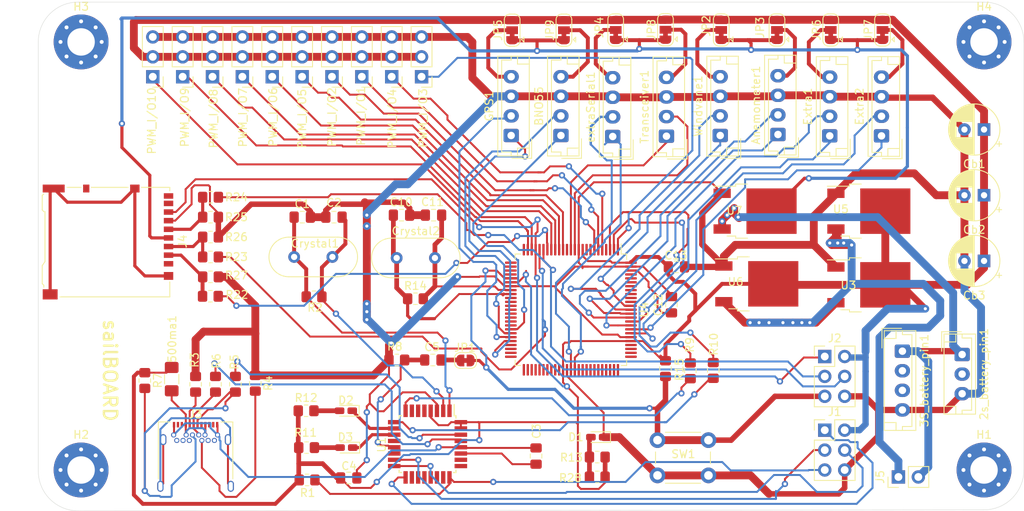
<source format=kicad_pcb>
(kicad_pcb (version 20171130) (host pcbnew "(5.1.9)-1")
  (layers (0 F.Cu signal) (31 B.Cu signal) (34 B.Paste user) (35 F.Paste user) (36 B.SilkS user) (37 F.SilkS user) (38 B.Mask user) (39 F.Mask user) (44 Edge.Cuts user))
  (net 0 "")
  (net 1 GND)
  (net 2 "Net-(2s_battery_pin1-Pad1)")
  (net 3 "Net-(500ma1-Pad2)")
  (net 4 +3V3)
  (net 5 Int1_B)
  (net 6 Int1_A)
  (net 7 Int3_B)
  (net 8 Int3_A)
  (net 9 2560_SDA)
  (net 10 2560_SCL)
  (net 11 8U2_XTAL1)
  (net 12 8U2_XTAL2)
  (net 13 usb_ground)
  (net 14 "Net-(C3-Pad1)")
  (net 15 "Net-(C5-Pad2)")
  (net 16 "Net-(C5-Pad1)")
  (net 17 atmega2560_clockPinB)
  (net 18 atmega2560_clockPinA)
  (net 19 "Net-(C12-Pad1)")
  (net 20 "Net-(D1-Pad2)")
  (net 21 "Net-(D2-Pad2)")
  (net 22 "Net-(D2-Pad1)")
  (net 23 "Net-(D3-Pad2)")
  (net 24 "Net-(D3-Pad1)")
  (net 25 GPStx)
  (net 26 GPSrx)
  (net 27 extraTX)
  (net 28 extraRX)
  (net 29 8U2_RESET)
  (net 30 8U2_MOSI)
  (net 31 8U2_SCK)
  (net 32 8U2_MISO)
  (net 33 2560_RESET)
  (net 34 2560_MOSI)
  (net 35 2560_SCK)
  (net 36 2560_MISO)
  (net 37 "Net-(J3-PadB5)")
  (net 38 "Net-(J3-PadA7)")
  (net 39 "Net-(J3-PadA6)")
  (net 40 "Net-(J3-PadS1)")
  (net 41 "Net-(J3-PadA5)")
  (net 42 "Net-(J4-Pad11)")
  (net 43 "Net-(J4-Pad5)")
  (net 44 "Net-(J4-Pad3)")
  (net 45 "Net-(J4-Pad2)")
  (net 46 wireless_rx)
  (net 47 wireless_tx)
  (net 48 PWM0)
  (net 49 PWM1)
  (net 50 PWM2)
  (net 51 PWM3)
  (net 52 PWM4)
  (net 53 PWM5)
  (net 54 PWM6)
  (net 55 PWM7)
  (net 56 PWM8)
  (net 57 PWM9)
  (net 58 USB_D-)
  (net 59 USB_D+)
  (net 60 "Net-(R9-Pad2)")
  (net 61 ProgrammerRx)
  (net 62 "Net-(R10-Pad2)")
  (net 63 ProgrammerTx)
  (net 64 2560_CS)
  (net 65 Int0_A)
  (net 66 Int0_B)
  (net 67 Int2_A)
  (net 68 Int2_B)
  (net 69 "Net-(JP4-Pad2)")
  (net 70 "Net-(Anemometer1-Pad4)")
  (net 71 "Net-(BNO55-Pad4)")
  (net 72 "Net-(Extra1-Pad4)")
  (net 73 "Net-(Extra2-Pad4)")
  (net 74 "Net-(GPS1-Pad4)")
  (net 75 "Net-(JP2-Pad2)")
  (net 76 "Net-(JP8-Pad2)")
  (net 77 USB_VIN)
  (net 78 "Net-(J5-Pad1)")
  (module Connector_PinHeader_2.54mm:PinHeader_1x02_P2.54mm_Vertical (layer F.Cu) (at 112.268 49.149 90)
    (fp_text reference J5 (at 0 -2.33 90) (layer F.SilkS))
    (fp_text value Conn_01x02)
    (pad 2 thru_hole oval (at 0 2.54 90) (size 1.7 1.7) (drill 1) (layers *.Cu *.Mask) (net 2 "Net-(2s_battery_pin1-Pad1)"))
    (pad 1 thru_hole rect (at 0 0 90) (size 1.7 1.7) (drill 1) (layers *.Cu *.Mask) (net 78 "Net-(J5-Pad1)"))
  )
  (module Capacitor_SMD:C_0805_2012Metric_Pad1.18x1.45mm_HandSolder (layer F.Cu) (at 83.312 27.178 90)
    (fp_text reference C12 (at 0 -1.68 90) (layer F.SilkS))
    (fp_text value 100nF)
    (pad 2 smd roundrect (at 1.0375 0 90) (size 1.175 1.45) (layers F.Cu F.Paste F.Mask) (roundrect_rratio 0.2127659574468085) (net 1 GND))
    (pad 1 smd roundrect (at -1.0375 0 90) (size 1.175 1.45) (layers F.Cu F.Paste F.Mask) (roundrect_rratio 0.2127659574468085) (net 19 "Net-(C12-Pad1)"))
  )
  (module Jumper:SolderJumper-3_P1.3mm_Bridged12_RoundedPad1.0x1.5mm (layer F.Cu) (at 69.596 -7.844 90)
    (fp_text reference JP9 (at 0 -1.8 90) (layer F.SilkS))
    (fp_text value SolderJumper_3_Bridged12)
    (fp_poly (pts (xy -0.9 -0.3) (xy -0.4 -0.3) (xy -0.4 0.3) (xy -0.9 0.3)) (layer F.Cu) (width 0))
    (pad 1 smd custom (at -1.3 0 90) (size 1 0.5) (layers F.Cu F.Mask) (net 4 +3V3) (options (clearance outline) (anchor rect)) (primitives (gr_circle (center 0 0.25) (end 0.5 0.25) (width 0)) (gr_circle (center 0 -0.25) (end 0.5 -0.25) (width 0)) (gr_poly (pts (xy 0.55 -0.75) (xy 0 -0.75) (xy 0 0.75) (xy 0.55 0.75)) (width 0))))
    (pad 2 smd rect (at 0 0 90) (size 1 1.5) (layers F.Cu F.Mask) (net 71 "Net-(BNO55-Pad4)"))
    (pad 3 smd custom (at 1.3 0 90) (size 1 0.5) (layers F.Cu F.Mask) (net 77 USB_VIN) (options (clearance outline) (anchor rect)) (primitives (gr_circle (center 0 0.25) (end 0.5 0.25) (width 0)) (gr_circle (center 0 -0.25) (end 0.5 -0.25) (width 0)) (gr_poly (pts (xy -0.55 -0.75) (xy 0 -0.75) (xy 0 0.75) (xy -0.55 0.75)) (width 0))))
  )
  (module Jumper:SolderJumper-3_P1.3mm_Bridged12_RoundedPad1.0x1.5mm (layer F.Cu) (at 82.55 -7.904 90)
    (fp_text reference JP8 (at 0 -1.8 90) (layer F.SilkS))
    (fp_text value SolderJumper_3_Bridged12)
    (fp_poly (pts (xy -0.9 -0.3) (xy -0.4 -0.3) (xy -0.4 0.3) (xy -0.9 0.3)) (layer F.Cu) (width 0))
    (pad 1 smd custom (at -1.3 0 90) (size 1 0.5) (layers F.Cu F.Mask) (net 4 +3V3) (options (clearance outline) (anchor rect)) (primitives (gr_circle (center 0 0.25) (end 0.5 0.25) (width 0)) (gr_circle (center 0 -0.25) (end 0.5 -0.25) (width 0)) (gr_poly (pts (xy 0.55 -0.75) (xy 0 -0.75) (xy 0 0.75) (xy 0.55 0.75)) (width 0))))
    (pad 2 smd rect (at 0 0 90) (size 1 1.5) (layers F.Cu F.Mask) (net 76 "Net-(JP8-Pad2)"))
    (pad 3 smd custom (at 1.3 0 90) (size 1 0.5) (layers F.Cu F.Mask) (net 77 USB_VIN) (options (clearance outline) (anchor rect)) (primitives (gr_circle (center 0 0.25) (end 0.5 0.25) (width 0)) (gr_circle (center 0 -0.25) (end 0.5 -0.25) (width 0)) (gr_poly (pts (xy -0.55 -0.75) (xy 0 -0.75) (xy 0 0.75) (xy -0.55 0.75)) (width 0))))
  )
  (module Jumper:SolderJumper-3_P1.3mm_Bridged12_RoundedPad1.0x1.5mm (layer F.Cu) (at 110.236 -7.874 90)
    (fp_text reference JP7 (at 0 -1.8 90) (layer F.SilkS))
    (fp_text value SolderJumper_3_Bridged12)
    (fp_poly (pts (xy -0.9 -0.3) (xy -0.4 -0.3) (xy -0.4 0.3) (xy -0.9 0.3)) (layer F.Cu) (width 0))
    (pad 1 smd custom (at -1.3 0 90) (size 1 0.5) (layers F.Cu F.Mask) (net 4 +3V3) (options (clearance outline) (anchor rect)) (primitives (gr_circle (center 0 0.25) (end 0.5 0.25) (width 0)) (gr_circle (center 0 -0.25) (end 0.5 -0.25) (width 0)) (gr_poly (pts (xy 0.55 -0.75) (xy 0 -0.75) (xy 0 0.75) (xy 0.55 0.75)) (width 0))))
    (pad 2 smd rect (at 0 0 90) (size 1 1.5) (layers F.Cu F.Mask) (net 73 "Net-(Extra2-Pad4)"))
    (pad 3 smd custom (at 1.3 0 90) (size 1 0.5) (layers F.Cu F.Mask) (net 77 USB_VIN) (options (clearance outline) (anchor rect)) (primitives (gr_circle (center 0 0.25) (end 0.5 0.25) (width 0)) (gr_circle (center 0 -0.25) (end 0.5 -0.25) (width 0)) (gr_poly (pts (xy -0.55 -0.75) (xy 0 -0.75) (xy 0 0.75) (xy -0.55 0.75)) (width 0))))
  )
  (module Jumper:SolderJumper-3_P1.3mm_Bridged12_RoundedPad1.0x1.5mm (layer F.Cu) (at 103.632 -7.874 90)
    (fp_text reference JP6 (at 0 -1.8 90) (layer F.SilkS))
    (fp_text value SolderJumper_3_Bridged12)
    (fp_poly (pts (xy -0.9 -0.3) (xy -0.4 -0.3) (xy -0.4 0.3) (xy -0.9 0.3)) (layer F.Cu) (width 0))
    (pad 1 smd custom (at -1.3 0 90) (size 1 0.5) (layers F.Cu F.Mask) (net 4 +3V3) (options (clearance outline) (anchor rect)) (primitives (gr_circle (center 0 0.25) (end 0.5 0.25) (width 0)) (gr_circle (center 0 -0.25) (end 0.5 -0.25) (width 0)) (gr_poly (pts (xy 0.55 -0.75) (xy 0 -0.75) (xy 0 0.75) (xy 0.55 0.75)) (width 0))))
    (pad 2 smd rect (at 0 0 90) (size 1 1.5) (layers F.Cu F.Mask) (net 72 "Net-(Extra1-Pad4)"))
    (pad 3 smd custom (at 1.3 0 90) (size 1 0.5) (layers F.Cu F.Mask) (net 77 USB_VIN) (options (clearance outline) (anchor rect)) (primitives (gr_circle (center 0 0.25) (end 0.5 0.25) (width 0)) (gr_circle (center 0 -0.25) (end 0.5 -0.25) (width 0)) (gr_poly (pts (xy -0.55 -0.75) (xy 0 -0.75) (xy 0 0.75) (xy -0.55 0.75)) (width 0))))
  )
  (module Jumper:SolderJumper-3_P1.3mm_Bridged12_RoundedPad1.0x1.5mm (layer F.Cu) (at 62.992 -7.844 90)
    (fp_text reference JP5 (at 0 -1.8 90) (layer F.SilkS))
    (fp_text value SolderJumper_3_Bridged12)
    (fp_poly (pts (xy -0.9 -0.3) (xy -0.4 -0.3) (xy -0.4 0.3) (xy -0.9 0.3)) (layer F.Cu) (width 0))
    (pad 1 smd custom (at -1.3 0 90) (size 1 0.5) (layers F.Cu F.Mask) (net 4 +3V3) (options (clearance outline) (anchor rect)) (primitives (gr_circle (center 0 0.25) (end 0.5 0.25) (width 0)) (gr_circle (center 0 -0.25) (end 0.5 -0.25) (width 0)) (gr_poly (pts (xy 0.55 -0.75) (xy 0 -0.75) (xy 0 0.75) (xy 0.55 0.75)) (width 0))))
    (pad 2 smd rect (at 0 0 90) (size 1 1.5) (layers F.Cu F.Mask) (net 74 "Net-(GPS1-Pad4)"))
    (pad 3 smd custom (at 1.3 0 90) (size 1 0.5) (layers F.Cu F.Mask) (net 77 USB_VIN) (options (clearance outline) (anchor rect)) (primitives (gr_circle (center 0 0.25) (end 0.5 0.25) (width 0)) (gr_circle (center 0 -0.25) (end 0.5 -0.25) (width 0)) (gr_poly (pts (xy -0.55 -0.75) (xy 0 -0.75) (xy 0 0.75) (xy -0.55 0.75)) (width 0))))
  )
  (module Capacitor_THT:CP_Radial_D6.3mm_P2.50mm (layer F.Cu) (at 123.19 21.59 180)
    (fp_text reference Cb3 (at 1.25 -4.4) (layer F.SilkS))
    (fp_text value 100uF)
    (pad 2 thru_hole circle (at 2.5 0 180) (size 1.6 1.6) (drill 0.8) (layers *.Cu *.Mask) (net 1 GND))
    (pad 1 thru_hole rect (at 0 0 180) (size 1.6 1.6) (drill 0.8) (layers *.Cu *.Mask) (net 77 USB_VIN))
  )
  (module Capacitor_THT:CP_Radial_D6.3mm_P2.50mm (layer F.Cu) (at 123.19 13.208 180)
    (fp_text reference Cb2 (at 1.25 -4.4) (layer F.SilkS))
    (fp_text value 100uF)
    (pad 2 thru_hole circle (at 2.5 0 180) (size 1.6 1.6) (drill 0.8) (layers *.Cu *.Mask) (net 1 GND))
    (pad 1 thru_hole rect (at 0 0 180) (size 1.6 1.6) (drill 0.8) (layers *.Cu *.Mask) (net 77 USB_VIN))
  )
  (module Capacitor_THT:CP_Radial_D6.3mm_P2.50mm (layer F.Cu) (at 123.19 4.826 180)
    (fp_text reference Cb1 (at 1.25 -4.4) (layer F.SilkS))
    (fp_text value 100uF)
    (pad 2 thru_hole circle (at 2.5 0 180) (size 1.6 1.6) (drill 0.8) (layers *.Cu *.Mask) (net 1 GND))
    (pad 1 thru_hole rect (at 0 0 180) (size 1.6 1.6) (drill 0.8) (layers *.Cu *.Mask) (net 77 USB_VIN))
  )
  (module MountingHole:MountingHole_3.5mm_Pad_Via (layer F.Cu) (at 123.19 -6.35)
    (fp_text reference H4 (at 0 -4.5) (layer F.SilkS))
    (fp_text value O)
    (pad 1 thru_hole circle (at 1.856155 -1.856155) (size 0.8 0.8) (drill 0.5) (layers *.Cu *.Mask))
    (pad 1 thru_hole circle (at 0 -2.625) (size 0.8 0.8) (drill 0.5) (layers *.Cu *.Mask))
    (pad 1 thru_hole circle (at -1.856155 -1.856155) (size 0.8 0.8) (drill 0.5) (layers *.Cu *.Mask))
    (pad 1 thru_hole circle (at -2.625 0) (size 0.8 0.8) (drill 0.5) (layers *.Cu *.Mask))
    (pad 1 thru_hole circle (at -1.856155 1.856155) (size 0.8 0.8) (drill 0.5) (layers *.Cu *.Mask))
    (pad 1 thru_hole circle (at 0 2.625) (size 0.8 0.8) (drill 0.5) (layers *.Cu *.Mask))
    (pad 1 thru_hole circle (at 1.856155 1.856155) (size 0.8 0.8) (drill 0.5) (layers *.Cu *.Mask))
    (pad 1 thru_hole circle (at 2.625 0) (size 0.8 0.8) (drill 0.5) (layers *.Cu *.Mask))
    (pad 1 thru_hole circle (at 0 0) (size 7 7) (drill 3.5) (layers *.Cu *.Mask))
  )
  (module MountingHole:MountingHole_3.5mm_Pad_Via (layer F.Cu) (at 8.001 -6.35)
    (fp_text reference H3 (at 0 -4.5) (layer F.SilkS))
    (fp_text value O)
    (pad 1 thru_hole circle (at 1.856155 -1.856155) (size 0.8 0.8) (drill 0.5) (layers *.Cu *.Mask))
    (pad 1 thru_hole circle (at 0 -2.625) (size 0.8 0.8) (drill 0.5) (layers *.Cu *.Mask))
    (pad 1 thru_hole circle (at -1.856155 -1.856155) (size 0.8 0.8) (drill 0.5) (layers *.Cu *.Mask))
    (pad 1 thru_hole circle (at -2.625 0) (size 0.8 0.8) (drill 0.5) (layers *.Cu *.Mask))
    (pad 1 thru_hole circle (at -1.856155 1.856155) (size 0.8 0.8) (drill 0.5) (layers *.Cu *.Mask))
    (pad 1 thru_hole circle (at 0 2.625) (size 0.8 0.8) (drill 0.5) (layers *.Cu *.Mask))
    (pad 1 thru_hole circle (at 1.856155 1.856155) (size 0.8 0.8) (drill 0.5) (layers *.Cu *.Mask))
    (pad 1 thru_hole circle (at 2.625 0) (size 0.8 0.8) (drill 0.5) (layers *.Cu *.Mask))
    (pad 1 thru_hole circle (at 0 0) (size 7 7) (drill 3.5) (layers *.Cu *.Mask))
  )
  (module MountingHole:MountingHole_3.5mm_Pad_Via (layer F.Cu) (at 8.001 48.26)
    (fp_text reference H2 (at 0 -4.5) (layer F.SilkS))
    (fp_text value O)
    (pad 1 thru_hole circle (at 1.856155 -1.856155) (size 0.8 0.8) (drill 0.5) (layers *.Cu *.Mask))
    (pad 1 thru_hole circle (at 0 -2.625) (size 0.8 0.8) (drill 0.5) (layers *.Cu *.Mask))
    (pad 1 thru_hole circle (at -1.856155 -1.856155) (size 0.8 0.8) (drill 0.5) (layers *.Cu *.Mask))
    (pad 1 thru_hole circle (at -2.625 0) (size 0.8 0.8) (drill 0.5) (layers *.Cu *.Mask))
    (pad 1 thru_hole circle (at -1.856155 1.856155) (size 0.8 0.8) (drill 0.5) (layers *.Cu *.Mask))
    (pad 1 thru_hole circle (at 0 2.625) (size 0.8 0.8) (drill 0.5) (layers *.Cu *.Mask))
    (pad 1 thru_hole circle (at 1.856155 1.856155) (size 0.8 0.8) (drill 0.5) (layers *.Cu *.Mask))
    (pad 1 thru_hole circle (at 2.625 0) (size 0.8 0.8) (drill 0.5) (layers *.Cu *.Mask))
    (pad 1 thru_hole circle (at 0 0) (size 7 7) (drill 3.5) (layers *.Cu *.Mask))
  )
  (module MountingHole:MountingHole_3.5mm_Pad_Via (layer F.Cu) (at 123.19 48.26)
    (fp_text reference H1 (at 0 -4.5) (layer F.SilkS))
    (fp_text value O)
    (pad 1 thru_hole circle (at 1.856155 -1.856155) (size 0.8 0.8) (drill 0.5) (layers *.Cu *.Mask))
    (pad 1 thru_hole circle (at 0 -2.625) (size 0.8 0.8) (drill 0.5) (layers *.Cu *.Mask))
    (pad 1 thru_hole circle (at -1.856155 -1.856155) (size 0.8 0.8) (drill 0.5) (layers *.Cu *.Mask))
    (pad 1 thru_hole circle (at -2.625 0) (size 0.8 0.8) (drill 0.5) (layers *.Cu *.Mask))
    (pad 1 thru_hole circle (at -1.856155 1.856155) (size 0.8 0.8) (drill 0.5) (layers *.Cu *.Mask))
    (pad 1 thru_hole circle (at 0 2.625) (size 0.8 0.8) (drill 0.5) (layers *.Cu *.Mask))
    (pad 1 thru_hole circle (at 1.856155 1.856155) (size 0.8 0.8) (drill 0.5) (layers *.Cu *.Mask))
    (pad 1 thru_hole circle (at 2.625 0) (size 0.8 0.8) (drill 0.5) (layers *.Cu *.Mask))
    (pad 1 thru_hole circle (at 0 0) (size 7 7) (drill 3.5) (layers *.Cu *.Mask))
  )
  (module Connector_JST:JST_EH_B4B-EH-A_1x04_P2.50mm_Vertical (layer F.Cu) (at 89.535 5.588 90)
    (fp_text reference Windvane1 (at 3.75 -2.8 90) (layer F.SilkS))
    (fp_text value Conn_01x04)
    (pad 4 thru_hole oval (at 7.5 0 90) (size 1.7 1.95) (drill 0.95) (layers *.Cu *.Mask) (net 75 "Net-(JP2-Pad2)"))
    (pad 3 thru_hole oval (at 5 0 90) (size 1.7 1.95) (drill 0.95) (layers *.Cu *.Mask) (net 1 GND))
    (pad 2 thru_hole oval (at 2.5 0 90) (size 1.7 1.95) (drill 0.95) (layers *.Cu *.Mask) (net 66 Int0_B))
    (pad 1 thru_hole roundrect (at 0 0 90) (size 1.7 1.95) (drill 0.95) (layers *.Cu *.Mask) (roundrect_rratio 0.1470588235294118) (net 65 Int0_A))
  )
  (module Connector_JST:JST_EH_B4B-EH-A_1x04_P2.50mm_Vertical (layer F.Cu) (at 82.677 5.675 90)
    (fp_text reference Transceiver1 (at 3.75 -2.8 90) (layer F.SilkS))
    (fp_text value Conn_01x04)
    (pad 4 thru_hole oval (at 7.5 0 90) (size 1.7 1.95) (drill 0.95) (layers *.Cu *.Mask) (net 76 "Net-(JP8-Pad2)"))
    (pad 3 thru_hole oval (at 5 0 90) (size 1.7 1.95) (drill 0.95) (layers *.Cu *.Mask) (net 1 GND))
    (pad 2 thru_hole oval (at 2.5 0 90) (size 1.7 1.95) (drill 0.95) (layers *.Cu *.Mask) (net 47 wireless_tx))
    (pad 1 thru_hole roundrect (at 0 0 90) (size 1.7 1.95) (drill 0.95) (layers *.Cu *.Mask) (roundrect_rratio 0.1470588235294118) (net 46 wireless_rx))
  )
  (module Connector_JST:JST_EH_B4B-EH-A_1x04_P2.50mm_Vertical (layer F.Cu) (at 62.865 5.588 90)
    (fp_text reference GPS1 (at 3.75 -2.8 90) (layer F.SilkS))
    (fp_text value Conn_01x04)
    (pad 4 thru_hole oval (at 7.5 0 90) (size 1.7 1.95) (drill 0.95) (layers *.Cu *.Mask) (net 74 "Net-(GPS1-Pad4)"))
    (pad 3 thru_hole oval (at 5 0 90) (size 1.7 1.95) (drill 0.95) (layers *.Cu *.Mask) (net 1 GND))
    (pad 2 thru_hole oval (at 2.5 0 90) (size 1.7 1.95) (drill 0.95) (layers *.Cu *.Mask) (net 25 GPStx))
    (pad 1 thru_hole roundrect (at 0 0 90) (size 1.7 1.95) (drill 0.95) (layers *.Cu *.Mask) (roundrect_rratio 0.1470588235294118) (net 26 GPSrx))
  )
  (module Connector_JST:JST_EH_B4B-EH-A_1x04_P2.50mm_Vertical (layer F.Cu) (at 75.819 5.715 90)
    (fp_text reference extraSerial1 (at 3.75 -2.8 90) (layer F.SilkS))
    (fp_text value Conn_01x04)
    (pad 4 thru_hole oval (at 7.5 0 90) (size 1.7 1.95) (drill 0.95) (layers *.Cu *.Mask) (net 69 "Net-(JP4-Pad2)"))
    (pad 3 thru_hole oval (at 5 0 90) (size 1.7 1.95) (drill 0.95) (layers *.Cu *.Mask) (net 1 GND))
    (pad 2 thru_hole oval (at 2.5 0 90) (size 1.7 1.95) (drill 0.95) (layers *.Cu *.Mask) (net 27 extraTX))
    (pad 1 thru_hole roundrect (at 0 0 90) (size 1.7 1.95) (drill 0.95) (layers *.Cu *.Mask) (roundrect_rratio 0.1470588235294118) (net 28 extraRX))
  )
  (module Connector_JST:JST_EH_B4B-EH-A_1x04_P2.50mm_Vertical (layer F.Cu) (at 110.109 5.635 90)
    (fp_text reference Extra2 (at 3.75 -2.8 90) (layer F.SilkS))
    (fp_text value Conn_01x04)
    (pad 4 thru_hole oval (at 7.5 0 90) (size 1.7 1.95) (drill 0.95) (layers *.Cu *.Mask) (net 73 "Net-(Extra2-Pad4)"))
    (pad 3 thru_hole oval (at 5 0 90) (size 1.7 1.95) (drill 0.95) (layers *.Cu *.Mask) (net 1 GND))
    (pad 2 thru_hole oval (at 2.5 0 90) (size 1.7 1.95) (drill 0.95) (layers *.Cu *.Mask) (net 7 Int3_B))
    (pad 1 thru_hole roundrect (at 0 0 90) (size 1.7 1.95) (drill 0.95) (layers *.Cu *.Mask) (roundrect_rratio 0.1470588235294118) (net 8 Int3_A))
  )
  (module Connector_JST:JST_EH_B4B-EH-A_1x04_P2.50mm_Vertical (layer F.Cu) (at 103.505 5.635 90)
    (fp_text reference Extra1 (at 3.75 -2.8 90) (layer F.SilkS))
    (fp_text value Conn_01x04)
    (pad 4 thru_hole oval (at 7.5 0 90) (size 1.7 1.95) (drill 0.95) (layers *.Cu *.Mask) (net 72 "Net-(Extra1-Pad4)"))
    (pad 3 thru_hole oval (at 5 0 90) (size 1.7 1.95) (drill 0.95) (layers *.Cu *.Mask) (net 1 GND))
    (pad 2 thru_hole oval (at 2.5 0 90) (size 1.7 1.95) (drill 0.95) (layers *.Cu *.Mask) (net 68 Int2_B))
    (pad 1 thru_hole roundrect (at 0 0 90) (size 1.7 1.95) (drill 0.95) (layers *.Cu *.Mask) (roundrect_rratio 0.1470588235294118) (net 67 Int2_A))
  )
  (module Connector_JST:JST_EH_B4B-EH-A_1x04_P2.50mm_Vertical (layer F.Cu) (at 69.215 5.588 90)
    (fp_text reference BNO55 (at 3.75 -2.8 90) (layer F.SilkS))
    (fp_text value Conn_01x04)
    (pad 4 thru_hole oval (at 7.5 0 90) (size 1.7 1.95) (drill 0.95) (layers *.Cu *.Mask) (net 71 "Net-(BNO55-Pad4)"))
    (pad 3 thru_hole oval (at 5 0 90) (size 1.7 1.95) (drill 0.95) (layers *.Cu *.Mask) (net 1 GND))
    (pad 2 thru_hole oval (at 2.5 0 90) (size 1.7 1.95) (drill 0.95) (layers *.Cu *.Mask) (net 9 2560_SDA))
    (pad 1 thru_hole roundrect (at 0 0 90) (size 1.7 1.95) (drill 0.95) (layers *.Cu *.Mask) (roundrect_rratio 0.1470588235294118) (net 10 2560_SCL))
  )
  (module Connector_JST:JST_EH_B4B-EH-A_1x04_P2.50mm_Vertical (layer F.Cu) (at 96.901 5.461 90)
    (fp_text reference Anemometer1 (at 3.75 -2.8 90) (layer F.SilkS))
    (fp_text value Conn_01x04)
    (pad 4 thru_hole oval (at 7.5 0 90) (size 1.7 1.95) (drill 0.95) (layers *.Cu *.Mask) (net 70 "Net-(Anemometer1-Pad4)"))
    (pad 3 thru_hole oval (at 5 0 90) (size 1.7 1.95) (drill 0.95) (layers *.Cu *.Mask) (net 1 GND))
    (pad 2 thru_hole oval (at 2.5 0 90) (size 1.7 1.95) (drill 0.95) (layers *.Cu *.Mask) (net 5 Int1_B))
    (pad 1 thru_hole roundrect (at 0 0 90) (size 1.7 1.95) (drill 0.95) (layers *.Cu *.Mask) (roundrect_rratio 0.1470588235294118) (net 6 Int1_A))
  )
  (module Connector_JST:JST_EH_B4B-EH-A_1x04_P2.50mm_Vertical (layer F.Cu) (at 112.776 33.1 270)
    (fp_text reference 3S_battery_pin1 (at 3.75 -2.8 90) (layer F.SilkS))
    (fp_text value Conn_01x04)
    (pad 4 thru_hole oval (at 7.5 0 270) (size 1.7 1.95) (drill 0.95) (layers *.Cu *.Mask) (net 1 GND))
    (pad 3 thru_hole oval (at 5 0 270) (size 1.7 1.95) (drill 0.95) (layers *.Cu *.Mask))
    (pad 2 thru_hole oval (at 2.5 0 270) (size 1.7 1.95) (drill 0.95) (layers *.Cu *.Mask))
    (pad 1 thru_hole roundrect (at 0 0 270) (size 1.7 1.95) (drill 0.95) (layers *.Cu *.Mask) (roundrect_rratio 0.1470588235294118) (net 2 "Net-(2s_battery_pin1-Pad1)"))
  )
  (module Connector_JST:JST_EH_B3B-EH-A_1x03_P2.50mm_Vertical (layer F.Cu) (at 120.396 33.528 270)
    (fp_text reference 2s_battery_pin1 (at 2.5 -2.8 90) (layer F.SilkS))
    (fp_text value Conn_01x03)
    (pad 3 thru_hole oval (at 5 0 270) (size 1.7 1.95) (drill 0.95) (layers *.Cu *.Mask) (net 1 GND))
    (pad 2 thru_hole oval (at 2.5 0 270) (size 1.7 1.95) (drill 0.95) (layers *.Cu *.Mask))
    (pad 1 thru_hole roundrect (at 0 0 270) (size 1.7 1.95) (drill 0.95) (layers *.Cu *.Mask) (roundrect_rratio 0.1470588235294118) (net 2 "Net-(2s_battery_pin1-Pad1)"))
  )
  (module Capacitor_SMD:C_0805_2012Metric_Pad1.18x1.45mm_HandSolder (layer F.Cu) (at 66.04 46.482 90)
    (fp_text reference C3 (at 3.175 0.0635 90) (layer F.SilkS))
    (fp_text value 1u)
    (pad 1 smd roundrect (at -1.0375 0 90) (size 1.175 1.45) (layers F.Cu F.Paste F.Mask) (roundrect_rratio 0.2127659574468085) (net 14 "Net-(C3-Pad1)"))
    (pad 2 smd roundrect (at 1.0375 0 90) (size 1.175 1.45) (layers F.Cu F.Paste F.Mask) (roundrect_rratio 0.2127659574468085) (net 13 usb_ground))
  )
  (module Button_Switch_THT:SW_PUSH_6mm_H13mm (layer F.Cu) (at 81.534 44.45)
    (fp_text reference SW1 (at 3.302 1.778) (layer F.SilkS))
    (fp_text value SW_MEC_5E)
    (pad 1 thru_hole circle (at 6.5 0 90) (size 2 2) (drill 1.1) (layers *.Cu *.Mask) (net 33 2560_RESET))
    (pad 3 thru_hole circle (at 6.5 4.5 90) (size 2 2) (drill 1.1) (layers *.Cu *.Mask) (net 1 GND))
    (pad 2 thru_hole circle (at 0 0 90) (size 2 2) (drill 1.1) (layers *.Cu *.Mask) (net 33 2560_RESET))
    (pad 4 thru_hole circle (at 0 4.5 90) (size 2 2) (drill 1.1) (layers *.Cu *.Mask) (net 1 GND))
  )
  (module Package_TO_SOT_SMD:TO-252-2 (layer F.Cu) (at 93.98 15.239)
    (fp_text reference U7 (at -2.6385 -0.0645) (layer F.SilkS))
    (fp_text value NCP1117-3.3_TO252)
    (pad 2 smd rect (at 2.1 0) (size 6.4 5.8) (layers F.Cu F.Mask) (net 4 +3V3))
    (pad 3 smd rect (at -4.2 2.28) (size 2.2 1.2) (layers F.Cu F.Paste F.Mask) (net 2 "Net-(2s_battery_pin1-Pad1)"))
    (pad 1 smd rect (at -4.2 -2.28) (size 2.2 1.2) (layers F.Cu F.Paste F.Mask) (net 1 GND))
  )
  (module Package_TO_SOT_SMD:TO-252-2 (layer F.Cu) (at 94.199 24.512)
    (fp_text reference U6 (at -2.702 -0.253) (layer F.SilkS))
    (fp_text value NCP1117-5.0_TO252)
    (pad 2 smd rect (at 2.1 0) (size 6.4 5.8) (layers F.Cu F.Mask) (net 77 USB_VIN))
    (pad 3 smd rect (at -4.2 2.28) (size 2.2 1.2) (layers F.Cu F.Paste F.Mask) (net 78 "Net-(J5-Pad1)"))
    (pad 1 smd rect (at -4.2 -2.28) (size 2.2 1.2) (layers F.Cu F.Paste F.Mask) (net 1 GND))
  )
  (module Package_TO_SOT_SMD:TO-252-2 (layer F.Cu) (at 108.493 15.239)
    (fp_text reference U5 (at -3.5755 -0.255) (layer F.SilkS))
    (fp_text value NCP1117-5.0_TO252)
    (pad 2 smd rect (at 2.1 0) (size 6.4 5.8) (layers F.Cu F.Mask) (net 77 USB_VIN))
    (pad 3 smd rect (at -4.2 2.28) (size 2.2 1.2) (layers F.Cu F.Paste F.Mask) (net 78 "Net-(J5-Pad1)"))
    (pad 1 smd rect (at -4.2 -2.28) (size 2.2 1.2) (layers F.Cu F.Paste F.Mask) (net 1 GND))
  )
  (module Package_QFP:TQFP-100_14x14mm_P0.5mm (layer F.Cu) (at 70.485 27.813 270)
    (fp_text reference U4 (at 0 -9.35 90) (layer F.SilkS))
    (fp_text value ATmega2560-16AU)
    (pad 100 smd roundrect (at -6 -7.6625 270) (size 0.3 1.475) (layers F.Cu F.Paste F.Mask) (net 77 USB_VIN))
    (pad 99 smd roundrect (at -5.5 -7.6625 270) (size 0.3 1.475) (layers F.Cu F.Paste F.Mask) (net 1 GND))
    (pad 98 smd roundrect (at -5 -7.6625 270) (size 0.3 1.475) (layers F.Cu F.Paste F.Mask) (net 19 "Net-(C12-Pad1)"))
    (pad 97 smd roundrect (at -4.5 -7.6625 270) (size 0.3 1.475) (layers F.Cu F.Paste F.Mask))
    (pad 96 smd roundrect (at -4 -7.6625 270) (size 0.3 1.475) (layers F.Cu F.Paste F.Mask))
    (pad 95 smd roundrect (at -3.5 -7.6625 270) (size 0.3 1.475) (layers F.Cu F.Paste F.Mask))
    (pad 94 smd roundrect (at -3 -7.6625 270) (size 0.3 1.475) (layers F.Cu F.Paste F.Mask))
    (pad 93 smd roundrect (at -2.5 -7.6625 270) (size 0.3 1.475) (layers F.Cu F.Paste F.Mask))
    (pad 92 smd roundrect (at -2 -7.6625 270) (size 0.3 1.475) (layers F.Cu F.Paste F.Mask))
    (pad 91 smd roundrect (at -1.5 -7.6625 270) (size 0.3 1.475) (layers F.Cu F.Paste F.Mask))
    (pad 90 smd roundrect (at -1 -7.6625 270) (size 0.3 1.475) (layers F.Cu F.Paste F.Mask))
    (pad 89 smd roundrect (at -0.5 -7.6625 270) (size 0.3 1.475) (layers F.Cu F.Paste F.Mask) (net 65 Int0_A))
    (pad 88 smd roundrect (at 0 -7.6625 270) (size 0.3 1.475) (layers F.Cu F.Paste F.Mask) (net 66 Int0_B))
    (pad 87 smd roundrect (at 0.5 -7.6625 270) (size 0.3 1.475) (layers F.Cu F.Paste F.Mask) (net 6 Int1_A))
    (pad 86 smd roundrect (at 1 -7.6625 270) (size 0.3 1.475) (layers F.Cu F.Paste F.Mask) (net 5 Int1_B))
    (pad 85 smd roundrect (at 1.5 -7.6625 270) (size 0.3 1.475) (layers F.Cu F.Paste F.Mask) (net 67 Int2_A))
    (pad 84 smd roundrect (at 2 -7.6625 270) (size 0.3 1.475) (layers F.Cu F.Paste F.Mask) (net 68 Int2_B))
    (pad 83 smd roundrect (at 2.5 -7.6625 270) (size 0.3 1.475) (layers F.Cu F.Paste F.Mask) (net 8 Int3_A))
    (pad 82 smd roundrect (at 3 -7.6625 270) (size 0.3 1.475) (layers F.Cu F.Paste F.Mask) (net 7 Int3_B))
    (pad 81 smd roundrect (at 3.5 -7.6625 270) (size 0.3 1.475) (layers F.Cu F.Paste F.Mask) (net 1 GND))
    (pad 80 smd roundrect (at 4 -7.6625 270) (size 0.3 1.475) (layers F.Cu F.Paste F.Mask) (net 77 USB_VIN))
    (pad 79 smd roundrect (at 4.5 -7.6625 270) (size 0.3 1.475) (layers F.Cu F.Paste F.Mask))
    (pad 78 smd roundrect (at 5 -7.6625 270) (size 0.3 1.475) (layers F.Cu F.Paste F.Mask))
    (pad 77 smd roundrect (at 5.5 -7.6625 270) (size 0.3 1.475) (layers F.Cu F.Paste F.Mask))
    (pad 76 smd roundrect (at 6 -7.6625 270) (size 0.3 1.475) (layers F.Cu F.Paste F.Mask))
    (pad 75 smd roundrect (at 7.6625 -6 270) (size 1.475 0.3) (layers F.Cu F.Paste F.Mask))
    (pad 74 smd roundrect (at 7.6625 -5.5 270) (size 1.475 0.3) (layers F.Cu F.Paste F.Mask))
    (pad 73 smd roundrect (at 7.6625 -5 270) (size 1.475 0.3) (layers F.Cu F.Paste F.Mask))
    (pad 72 smd roundrect (at 7.6625 -4.5 270) (size 1.475 0.3) (layers F.Cu F.Paste F.Mask))
    (pad 71 smd roundrect (at 7.6625 -4 270) (size 1.475 0.3) (layers F.Cu F.Paste F.Mask))
    (pad 70 smd roundrect (at 7.6625 -3.5 270) (size 1.475 0.3) (layers F.Cu F.Paste F.Mask))
    (pad 69 smd roundrect (at 7.6625 -3 270) (size 1.475 0.3) (layers F.Cu F.Paste F.Mask))
    (pad 68 smd roundrect (at 7.6625 -2.5 270) (size 1.475 0.3) (layers F.Cu F.Paste F.Mask))
    (pad 67 smd roundrect (at 7.6625 -2 270) (size 1.475 0.3) (layers F.Cu F.Paste F.Mask))
    (pad 66 smd roundrect (at 7.6625 -1.5 270) (size 1.475 0.3) (layers F.Cu F.Paste F.Mask))
    (pad 65 smd roundrect (at 7.6625 -1 270) (size 1.475 0.3) (layers F.Cu F.Paste F.Mask))
    (pad 64 smd roundrect (at 7.6625 -0.5 270) (size 1.475 0.3) (layers F.Cu F.Paste F.Mask) (net 28 extraRX))
    (pad 63 smd roundrect (at 7.6625 0 270) (size 1.475 0.3) (layers F.Cu F.Paste F.Mask) (net 27 extraTX))
    (pad 62 smd roundrect (at 7.6625 0.5 270) (size 1.475 0.3) (layers F.Cu F.Paste F.Mask) (net 1 GND))
    (pad 61 smd roundrect (at 7.6625 1 270) (size 1.475 0.3) (layers F.Cu F.Paste F.Mask) (net 77 USB_VIN))
    (pad 60 smd roundrect (at 7.6625 1.5 270) (size 1.475 0.3) (layers F.Cu F.Paste F.Mask))
    (pad 59 smd roundrect (at 7.6625 2 270) (size 1.475 0.3) (layers F.Cu F.Paste F.Mask))
    (pad 58 smd roundrect (at 7.6625 2.5 270) (size 1.475 0.3) (layers F.Cu F.Paste F.Mask))
    (pad 57 smd roundrect (at 7.6625 3 270) (size 1.475 0.3) (layers F.Cu F.Paste F.Mask))
    (pad 56 smd roundrect (at 7.6625 3.5 270) (size 1.475 0.3) (layers F.Cu F.Paste F.Mask))
    (pad 55 smd roundrect (at 7.6625 4 270) (size 1.475 0.3) (layers F.Cu F.Paste F.Mask))
    (pad 54 smd roundrect (at 7.6625 4.5 270) (size 1.475 0.3) (layers F.Cu F.Paste F.Mask))
    (pad 53 smd roundrect (at 7.6625 5 270) (size 1.475 0.3) (layers F.Cu F.Paste F.Mask))
    (pad 52 smd roundrect (at 7.6625 5.5 270) (size 1.475 0.3) (layers F.Cu F.Paste F.Mask))
    (pad 51 smd roundrect (at 7.6625 6 270) (size 1.475 0.3) (layers F.Cu F.Paste F.Mask))
    (pad 50 smd roundrect (at 6 7.6625 270) (size 0.3 1.475) (layers F.Cu F.Paste F.Mask))
    (pad 49 smd roundrect (at 5.5 7.6625 270) (size 0.3 1.475) (layers F.Cu F.Paste F.Mask))
    (pad 48 smd roundrect (at 5 7.6625 270) (size 0.3 1.475) (layers F.Cu F.Paste F.Mask))
    (pad 47 smd roundrect (at 4.5 7.6625 270) (size 0.3 1.475) (layers F.Cu F.Paste F.Mask))
    (pad 46 smd roundrect (at 4 7.6625 270) (size 0.3 1.475) (layers F.Cu F.Paste F.Mask) (net 26 GPSrx))
    (pad 45 smd roundrect (at 3.5 7.6625 270) (size 0.3 1.475) (layers F.Cu F.Paste F.Mask) (net 25 GPStx))
    (pad 44 smd roundrect (at 3 7.6625 270) (size 0.3 1.475) (layers F.Cu F.Paste F.Mask) (net 9 2560_SDA))
    (pad 43 smd roundrect (at 2.5 7.6625 270) (size 0.3 1.475) (layers F.Cu F.Paste F.Mask) (net 10 2560_SCL))
    (pad 42 smd roundrect (at 2 7.6625 270) (size 0.3 1.475) (layers F.Cu F.Paste F.Mask))
    (pad 41 smd roundrect (at 1.5 7.6625 270) (size 0.3 1.475) (layers F.Cu F.Paste F.Mask))
    (pad 40 smd roundrect (at 1 7.6625 270) (size 0.3 1.475) (layers F.Cu F.Paste F.Mask))
    (pad 39 smd roundrect (at 0.5 7.6625 270) (size 0.3 1.475) (layers F.Cu F.Paste F.Mask))
    (pad 38 smd roundrect (at 0 7.6625 270) (size 0.3 1.475) (layers F.Cu F.Paste F.Mask))
    (pad 37 smd roundrect (at -0.5 7.6625 270) (size 0.3 1.475) (layers F.Cu F.Paste F.Mask))
    (pad 36 smd roundrect (at -1 7.6625 270) (size 0.3 1.475) (layers F.Cu F.Paste F.Mask))
    (pad 35 smd roundrect (at -1.5 7.6625 270) (size 0.3 1.475) (layers F.Cu F.Paste F.Mask))
    (pad 34 smd roundrect (at -2 7.6625 270) (size 0.3 1.475) (layers F.Cu F.Paste F.Mask) (net 17 atmega2560_clockPinB))
    (pad 33 smd roundrect (at -2.5 7.6625 270) (size 0.3 1.475) (layers F.Cu F.Paste F.Mask) (net 18 atmega2560_clockPinA))
    (pad 32 smd roundrect (at -3 7.6625 270) (size 0.3 1.475) (layers F.Cu F.Paste F.Mask) (net 1 GND))
    (pad 31 smd roundrect (at -3.5 7.6625 270) (size 0.3 1.475) (layers F.Cu F.Paste F.Mask) (net 77 USB_VIN))
    (pad 30 smd roundrect (at -4 7.6625 270) (size 0.3 1.475) (layers F.Cu F.Paste F.Mask) (net 33 2560_RESET))
    (pad 29 smd roundrect (at -4.5 7.6625 270) (size 0.3 1.475) (layers F.Cu F.Paste F.Mask))
    (pad 28 smd roundrect (at -5 7.6625 270) (size 0.3 1.475) (layers F.Cu F.Paste F.Mask))
    (pad 27 smd roundrect (at -5.5 7.6625 270) (size 0.3 1.475) (layers F.Cu F.Paste F.Mask))
    (pad 26 smd roundrect (at -6 7.6625 270) (size 0.3 1.475) (layers F.Cu F.Paste F.Mask))
    (pad 25 smd roundrect (at -7.6625 6 270) (size 1.475 0.3) (layers F.Cu F.Paste F.Mask))
    (pad 24 smd roundrect (at -7.6625 5.5 270) (size 1.475 0.3) (layers F.Cu F.Paste F.Mask) (net 57 PWM9))
    (pad 23 smd roundrect (at -7.6625 5 270) (size 1.475 0.3) (layers F.Cu F.Paste F.Mask) (net 56 PWM8))
    (pad 22 smd roundrect (at -7.6625 4.5 270) (size 1.475 0.3) (layers F.Cu F.Paste F.Mask) (net 36 2560_MISO))
    (pad 21 smd roundrect (at -7.6625 4 270) (size 1.475 0.3) (layers F.Cu F.Paste F.Mask) (net 34 2560_MOSI))
    (pad 20 smd roundrect (at -7.6625 3.5 270) (size 1.475 0.3) (layers F.Cu F.Paste F.Mask) (net 35 2560_SCK))
    (pad 19 smd roundrect (at -7.6625 3 270) (size 1.475 0.3) (layers F.Cu F.Paste F.Mask) (net 64 2560_CS))
    (pad 18 smd roundrect (at -7.6625 2.5 270) (size 1.475 0.3) (layers F.Cu F.Paste F.Mask) (net 55 PWM7))
    (pad 17 smd roundrect (at -7.6625 2 270) (size 1.475 0.3) (layers F.Cu F.Paste F.Mask) (net 54 PWM6))
    (pad 16 smd roundrect (at -7.6625 1.5 270) (size 1.475 0.3) (layers F.Cu F.Paste F.Mask) (net 53 PWM5))
    (pad 15 smd roundrect (at -7.6625 1 270) (size 1.475 0.3) (layers F.Cu F.Paste F.Mask) (net 52 PWM4))
    (pad 14 smd roundrect (at -7.6625 0.5 270) (size 1.475 0.3) (layers F.Cu F.Paste F.Mask))
    (pad 13 smd roundrect (at -7.6625 0 270) (size 1.475 0.3) (layers F.Cu F.Paste F.Mask) (net 46 wireless_rx))
    (pad 12 smd roundrect (at -7.6625 -0.5 270) (size 1.475 0.3) (layers F.Cu F.Paste F.Mask) (net 47 wireless_tx))
    (pad 11 smd roundrect (at -7.6625 -1 270) (size 1.475 0.3) (layers F.Cu F.Paste F.Mask) (net 1 GND))
    (pad 10 smd roundrect (at -7.6625 -1.5 270) (size 1.475 0.3) (layers F.Cu F.Paste F.Mask) (net 77 USB_VIN))
    (pad 9 smd roundrect (at -7.6625 -2 270) (size 1.475 0.3) (layers F.Cu F.Paste F.Mask))
    (pad 8 smd roundrect (at -7.6625 -2.5 270) (size 1.475 0.3) (layers F.Cu F.Paste F.Mask))
    (pad 7 smd roundrect (at -7.6625 -3 270) (size 1.475 0.3) (layers F.Cu F.Paste F.Mask) (net 49 PWM1))
    (pad 6 smd roundrect (at -7.6625 -3.5 270) (size 1.475 0.3) (layers F.Cu F.Paste F.Mask) (net 48 PWM0))
    (pad 5 smd roundrect (at -7.6625 -4 270) (size 1.475 0.3) (layers F.Cu F.Paste F.Mask) (net 51 PWM3))
    (pad 4 smd roundrect (at -7.6625 -4.5 270) (size 1.475 0.3) (layers F.Cu F.Paste F.Mask))
    (pad 3 smd roundrect (at -7.6625 -5 270) (size 1.475 0.3) (layers F.Cu F.Paste F.Mask) (net 61 ProgrammerRx))
    (pad 2 smd roundrect (at -7.6625 -5.5 270) (size 1.475 0.3) (layers F.Cu F.Paste F.Mask) (net 63 ProgrammerTx))
    (pad 1 smd roundrect (at -7.6625 -6 270) (size 1.475 0.3) (layers F.Cu F.Paste F.Mask) (net 50 PWM2))
  )
  (module Package_TO_SOT_SMD:TO-252-2 (layer F.Cu) (at 108.493 24.639)
    (fp_text reference U3 (at -2.6035 0.0635) (layer F.SilkS))
    (fp_text value NCP1117-5.0_TO252)
    (pad 2 smd rect (at 2.1 0) (size 6.4 5.8) (layers F.Cu F.Mask) (net 77 USB_VIN))
    (pad 3 smd rect (at -4.2 2.28) (size 2.2 1.2) (layers F.Cu F.Paste F.Mask) (net 78 "Net-(J5-Pad1)"))
    (pad 1 smd rect (at -4.2 -2.28) (size 2.2 1.2) (layers F.Cu F.Paste F.Mask) (net 1 GND))
  )
  (module Package_QFP:TQFP-32_7x7mm_P0.8mm (layer F.Cu) (at 52.197 44.958 270)
    (fp_text reference U1 (at 0.0635 5.842 90) (layer F.SilkS))
    (fp_text value ATmega8U2-AU)
    (pad 1 smd rect (at -4.25 -2.8 270) (size 1.6 0.55) (layers F.Cu F.Paste F.Mask) (net 11 8U2_XTAL1))
    (pad 2 smd rect (at -4.25 -2 270) (size 1.6 0.55) (layers F.Cu F.Paste F.Mask) (net 12 8U2_XTAL2))
    (pad 3 smd rect (at -4.25 -1.2 270) (size 1.6 0.55) (layers F.Cu F.Paste F.Mask) (net 1 GND))
    (pad 4 smd rect (at -4.25 -0.4 270) (size 1.6 0.55) (layers F.Cu F.Paste F.Mask) (net 77 USB_VIN))
    (pad 5 smd rect (at -4.25 0.4 270) (size 1.6 0.55) (layers F.Cu F.Paste F.Mask))
    (pad 6 smd rect (at -4.25 1.2 270) (size 1.6 0.55) (layers F.Cu F.Paste F.Mask))
    (pad 7 smd rect (at -4.25 2 270) (size 1.6 0.55) (layers F.Cu F.Paste F.Mask))
    (pad 8 smd rect (at -4.25 2.8 270) (size 1.6 0.55) (layers F.Cu F.Paste F.Mask) (net 60 "Net-(R9-Pad2)"))
    (pad 9 smd rect (at -2.8 4.25) (size 1.6 0.55) (layers F.Cu F.Paste F.Mask) (net 62 "Net-(R10-Pad2)"))
    (pad 10 smd rect (at -2 4.25) (size 1.6 0.55) (layers F.Cu F.Paste F.Mask) (net 22 "Net-(D2-Pad1)"))
    (pad 11 smd rect (at -1.2 4.25) (size 1.6 0.55) (layers F.Cu F.Paste F.Mask) (net 24 "Net-(D3-Pad1)"))
    (pad 12 smd rect (at -0.4 4.25) (size 1.6 0.55) (layers F.Cu F.Paste F.Mask))
    (pad 13 smd rect (at 0.4 4.25) (size 1.6 0.55) (layers F.Cu F.Paste F.Mask) (net 15 "Net-(C5-Pad2)"))
    (pad 14 smd rect (at 1.2 4.25) (size 1.6 0.55) (layers F.Cu F.Paste F.Mask))
    (pad 15 smd rect (at 2 4.25) (size 1.6 0.55) (layers F.Cu F.Paste F.Mask) (net 31 8U2_SCK))
    (pad 16 smd rect (at 2.8 4.25) (size 1.6 0.55) (layers F.Cu F.Paste F.Mask) (net 30 8U2_MOSI))
    (pad 17 smd rect (at 4.25 2.8 270) (size 1.6 0.55) (layers F.Cu F.Paste F.Mask) (net 32 8U2_MISO))
    (pad 18 smd rect (at 4.25 2 270) (size 1.6 0.55) (layers F.Cu F.Paste F.Mask))
    (pad 19 smd rect (at 4.25 1.2 270) (size 1.6 0.55) (layers F.Cu F.Paste F.Mask))
    (pad 20 smd rect (at 4.25 0.4 270) (size 1.6 0.55) (layers F.Cu F.Paste F.Mask))
    (pad 21 smd rect (at 4.25 -0.4 270) (size 1.6 0.55) (layers F.Cu F.Paste F.Mask))
    (pad 22 smd rect (at 4.25 -1.2 270) (size 1.6 0.55) (layers F.Cu F.Paste F.Mask))
    (pad 23 smd rect (at 4.25 -2 270) (size 1.6 0.55) (layers F.Cu F.Paste F.Mask))
    (pad 24 smd rect (at 4.25 -2.8 270) (size 1.6 0.55) (layers F.Cu F.Paste F.Mask) (net 29 8U2_RESET))
    (pad 25 smd rect (at 2.8 -4.25) (size 1.6 0.55) (layers F.Cu F.Paste F.Mask))
    (pad 26 smd rect (at 2 -4.25) (size 1.6 0.55) (layers F.Cu F.Paste F.Mask))
    (pad 27 smd rect (at 1.2 -4.25) (size 1.6 0.55) (layers F.Cu F.Paste F.Mask) (net 14 "Net-(C3-Pad1)"))
    (pad 28 smd rect (at 0.4 -4.25) (size 1.6 0.55) (layers F.Cu F.Paste F.Mask) (net 13 usb_ground))
    (pad 29 smd rect (at -0.4 -4.25) (size 1.6 0.55) (layers F.Cu F.Paste F.Mask) (net 59 USB_D+))
    (pad 30 smd rect (at -1.2 -4.25) (size 1.6 0.55) (layers F.Cu F.Paste F.Mask) (net 58 USB_D-))
    (pad 31 smd rect (at -2 -4.25) (size 1.6 0.55) (layers F.Cu F.Paste F.Mask) (net 77 USB_VIN))
    (pad 32 smd rect (at -2.8 -4.25) (size 1.6 0.55) (layers F.Cu F.Paste F.Mask) (net 77 USB_VIN))
  )
  (module Resistor_SMD:R_0805_2012Metric_Pad1.20x1.40mm_HandSolder (layer F.Cu) (at 73.8505 49.149 180)
    (fp_text reference R28 (at 3.429 -0.127) (layer F.SilkS))
    (fp_text value 1K)
    (pad 2 smd roundrect (at 1 0 180) (size 1.2 1.4) (layers F.Cu F.Paste F.Mask) (roundrect_rratio 0.2083325) (net 20 "Net-(D1-Pad2)"))
    (pad 1 smd roundrect (at -1 0 180) (size 1.2 1.4) (layers F.Cu F.Paste F.Mask) (roundrect_rratio 0.2083325) (net 77 USB_VIN))
  )
  (module Resistor_SMD:R_0805_2012Metric_Pad1.20x1.40mm_HandSolder (layer F.Cu) (at 24.511 23.622)
    (fp_text reference R27 (at 3.302 -0.1905) (layer F.SilkS))
    (fp_text value 3K)
    (pad 2 smd roundrect (at 1 0) (size 1.2 1.4) (layers F.Cu F.Paste F.Mask) (roundrect_rratio 0.2083325) (net 1 GND))
    (pad 1 smd roundrect (at -1 0) (size 1.2 1.4) (layers F.Cu F.Paste F.Mask) (roundrect_rratio 0.2083325) (net 45 "Net-(J4-Pad2)"))
  )
  (module Resistor_SMD:R_0805_2012Metric_Pad1.20x1.40mm_HandSolder (layer F.Cu) (at 24.511 18.542)
    (fp_text reference R26 (at 3.302 0) (layer F.SilkS))
    (fp_text value 3K)
    (pad 2 smd roundrect (at 1 0) (size 1.2 1.4) (layers F.Cu F.Paste F.Mask) (roundrect_rratio 0.2083325) (net 1 GND))
    (pad 1 smd roundrect (at -1 0) (size 1.2 1.4) (layers F.Cu F.Paste F.Mask) (roundrect_rratio 0.2083325) (net 44 "Net-(J4-Pad3)"))
  )
  (module Resistor_SMD:R_0805_2012Metric_Pad1.20x1.40mm_HandSolder (layer F.Cu) (at 24.511 16.002)
    (fp_text reference R25 (at 3.302 0) (layer F.SilkS))
    (fp_text value 3K)
    (pad 2 smd roundrect (at 1 0) (size 1.2 1.4) (layers F.Cu F.Paste F.Mask) (roundrect_rratio 0.2083325) (net 1 GND))
    (pad 1 smd roundrect (at -1 0) (size 1.2 1.4) (layers F.Cu F.Paste F.Mask) (roundrect_rratio 0.2083325) (net 43 "Net-(J4-Pad5)"))
  )
  (module Resistor_SMD:R_0805_2012Metric_Pad1.20x1.40mm_HandSolder (layer F.Cu) (at 24.511 13.462 180)
    (fp_text reference R24 (at -3.302 0) (layer F.SilkS))
    (fp_text value 2K)
    (pad 2 smd roundrect (at 1 0 180) (size 1.2 1.4) (layers F.Cu F.Paste F.Mask) (roundrect_rratio 0.2083325) (net 43 "Net-(J4-Pad5)"))
    (pad 1 smd roundrect (at -1 0 180) (size 1.2 1.4) (layers F.Cu F.Paste F.Mask) (roundrect_rratio 0.2083325) (net 35 2560_SCK))
  )
  (module Resistor_SMD:R_0805_2012Metric_Pad1.20x1.40mm_HandSolder (layer F.Cu) (at 24.511 21.082 180)
    (fp_text reference R23 (at -3.302 0) (layer F.SilkS))
    (fp_text value 2K)
    (pad 2 smd roundrect (at 1 0 180) (size 1.2 1.4) (layers F.Cu F.Paste F.Mask) (roundrect_rratio 0.2083325) (net 44 "Net-(J4-Pad3)"))
    (pad 1 smd roundrect (at -1 0 180) (size 1.2 1.4) (layers F.Cu F.Paste F.Mask) (roundrect_rratio 0.2083325) (net 34 2560_MOSI))
  )
  (module Resistor_SMD:R_0805_2012Metric_Pad1.20x1.40mm_HandSolder (layer F.Cu) (at 24.495 26.0985 180)
    (fp_text reference R22 (at -3.3815 0.1905) (layer F.SilkS))
    (fp_text value 2K)
    (pad 2 smd roundrect (at 1 0 180) (size 1.2 1.4) (layers F.Cu F.Paste F.Mask) (roundrect_rratio 0.2083325) (net 45 "Net-(J4-Pad2)"))
    (pad 1 smd roundrect (at -1 0 180) (size 1.2 1.4) (layers F.Cu F.Paste F.Mask) (roundrect_rratio 0.2083325) (net 64 2560_CS))
  )
  (module Resistor_SMD:R_0805_2012Metric_Pad1.20x1.40mm_HandSolder (layer F.Cu) (at 82.55 35.322 90)
    (fp_text reference R15 (at -0.127 1.778 90) (layer F.SilkS))
    (fp_text value 10K)
    (pad 2 smd roundrect (at 1 0 90) (size 1.2 1.4) (layers F.Cu F.Paste F.Mask) (roundrect_rratio 0.2083325) (net 77 USB_VIN))
    (pad 1 smd roundrect (at -1 0 90) (size 1.2 1.4) (layers F.Cu F.Paste F.Mask) (roundrect_rratio 0.2083325) (net 33 2560_RESET))
  )
  (module Resistor_SMD:R_0805_2012Metric_Pad1.20x1.40mm_HandSolder (layer F.Cu) (at 50.657 26.416)
    (fp_text reference R14 (at 0 -1.65) (layer F.SilkS))
    (fp_text value 27)
    (pad 2 smd roundrect (at 1 0) (size 1.2 1.4) (layers F.Cu F.Paste F.Mask) (roundrect_rratio 0.2083325) (net 18 atmega2560_clockPinA))
    (pad 1 smd roundrect (at -1 0) (size 1.2 1.4) (layers F.Cu F.Paste F.Mask) (roundrect_rratio 0.2083325) (net 17 atmega2560_clockPinB))
  )
  (module Resistor_SMD:R_0805_2012Metric_Pad1.20x1.40mm_HandSolder (layer F.Cu) (at 73.8505 46.609)
    (fp_text reference R13 (at -3.302 0.0635) (layer F.SilkS))
    (fp_text value 1K)
    (pad 2 smd roundrect (at 1 0) (size 1.2 1.4) (layers F.Cu F.Paste F.Mask) (roundrect_rratio 0.2083325) (net 77 USB_VIN))
    (pad 1 smd roundrect (at -1 0) (size 1.2 1.4) (layers F.Cu F.Paste F.Mask) (roundrect_rratio 0.2083325) (net 20 "Net-(D1-Pad2)"))
  )
  (module Resistor_SMD:R_0805_2012Metric_Pad1.20x1.40mm_HandSolder (layer F.Cu) (at 36.703 40.7035)
    (fp_text reference R12 (at 0 -1.65) (layer F.SilkS))
    (fp_text value 1K)
    (pad 2 smd roundrect (at 1 0) (size 1.2 1.4) (layers F.Cu F.Paste F.Mask) (roundrect_rratio 0.2083325) (net 21 "Net-(D2-Pad2)"))
    (pad 1 smd roundrect (at -1 0) (size 1.2 1.4) (layers F.Cu F.Paste F.Mask) (roundrect_rratio 0.2083325) (net 77 USB_VIN))
  )
  (module Resistor_SMD:R_0805_2012Metric_Pad1.20x1.40mm_HandSolder (layer F.Cu) (at 36.7665 45.4025)
    (fp_text reference R11 (at -0.127 -1.905) (layer F.SilkS))
    (fp_text value 1K)
    (pad 2 smd roundrect (at 1 0) (size 1.2 1.4) (layers F.Cu F.Paste F.Mask) (roundrect_rratio 0.2083325) (net 23 "Net-(D3-Pad2)"))
    (pad 1 smd roundrect (at -1 0) (size 1.2 1.4) (layers F.Cu F.Paste F.Mask) (roundrect_rratio 0.2083325) (net 77 USB_VIN))
  )
  (module Resistor_SMD:R_0805_2012Metric_Pad1.20x1.40mm_HandSolder (layer F.Cu) (at 88.646 35.56 270)
    (fp_text reference R10 (at -3.3495 -0.0635 90) (layer F.SilkS))
    (fp_text value 1K)
    (pad 1 smd roundrect (at -1 0 270) (size 1.2 1.4) (layers F.Cu F.Paste F.Mask) (roundrect_rratio 0.2083325) (net 63 ProgrammerTx))
    (pad 2 smd roundrect (at 1 0 270) (size 1.2 1.4) (layers F.Cu F.Paste F.Mask) (roundrect_rratio 0.2083325) (net 62 "Net-(R10-Pad2)"))
  )
  (module Resistor_SMD:R_0805_2012Metric_Pad1.20x1.40mm_HandSolder (layer F.Cu) (at 85.725 35.6075 270)
    (fp_text reference R9 (at -3.302 0.0635 90) (layer F.SilkS))
    (fp_text value 1K)
    (pad 1 smd roundrect (at -1 0 270) (size 1.2 1.4) (layers F.Cu F.Paste F.Mask) (roundrect_rratio 0.2083325) (net 61 ProgrammerRx))
    (pad 2 smd roundrect (at 1 0 270) (size 1.2 1.4) (layers F.Cu F.Paste F.Mask) (roundrect_rratio 0.2083325) (net 60 "Net-(R9-Pad2)"))
  )
  (module Resistor_SMD:R_0805_2012Metric_Pad1.20x1.40mm_HandSolder (layer F.Cu) (at 48.276 34.2265)
    (fp_text reference R8 (at -0.254 -1.7145) (layer F.SilkS))
    (fp_text value 10K)
    (pad 2 smd roundrect (at 1 0) (size 1.2 1.4) (layers F.Cu F.Paste F.Mask) (roundrect_rratio 0.2083325) (net 15 "Net-(C5-Pad2)"))
    (pad 1 smd roundrect (at -1 0) (size 1.2 1.4) (layers F.Cu F.Paste F.Mask) (roundrect_rratio 0.2083325) (net 1 GND))
  )
  (module Resistor_SMD:R_0805_2012Metric_Pad1.20x1.40mm_HandSolder (layer F.Cu) (at 16.129 36.846 270)
    (fp_text reference R7 (at 0 -1.65 90) (layer F.SilkS))
    (fp_text value 1K)
    (pad 2 smd roundrect (at 1 0 270) (size 1.2 1.4) (layers F.Cu F.Paste F.Mask) (roundrect_rratio 0.2083325) (net 38 "Net-(J3-PadA7)"))
    (pad 1 smd roundrect (at -1 0 270) (size 1.2 1.4) (layers F.Cu F.Paste F.Mask) (roundrect_rratio 0.2083325) (net 77 USB_VIN))
  )
  (module Resistor_SMD:R_0805_2012Metric_Pad1.20x1.40mm_HandSolder (layer F.Cu) (at 25.146 37.322 270)
    (fp_text reference R6 (at -2.9685 -0.127 90) (layer F.SilkS))
    (fp_text value 22)
    (pad 2 smd roundrect (at 1 0 270) (size 1.2 1.4) (layers F.Cu F.Paste F.Mask) (roundrect_rratio 0.2083325) (net 39 "Net-(J3-PadA6)"))
    (pad 1 smd roundrect (at -1 0 270) (size 1.2 1.4) (layers F.Cu F.Paste F.Mask) (roundrect_rratio 0.2083325) (net 59 USB_D+))
  )
  (module Resistor_SMD:R_0805_2012Metric_Pad1.20x1.40mm_HandSolder (layer F.Cu) (at 27.686 37.322 270)
    (fp_text reference R5 (at -2.8415 0.127 90) (layer F.SilkS))
    (fp_text value 22)
    (pad 2 smd roundrect (at 1 0 270) (size 1.2 1.4) (layers F.Cu F.Paste F.Mask) (roundrect_rratio 0.2083325) (net 38 "Net-(J3-PadA7)"))
    (pad 1 smd roundrect (at -1 0 270) (size 1.2 1.4) (layers F.Cu F.Paste F.Mask) (roundrect_rratio 0.2083325) (net 58 USB_D-))
  )
  (module Resistor_SMD:R_0805_2012Metric_Pad1.20x1.40mm_HandSolder (layer F.Cu) (at 30.226 37.195 270)
    (fp_text reference R4 (at 0 -1.65 90) (layer F.SilkS))
    (fp_text value 10K)
    (pad 2 smd roundrect (at 1 0 270) (size 1.2 1.4) (layers F.Cu F.Paste F.Mask) (roundrect_rratio 0.2083325) (net 37 "Net-(J3-PadB5)"))
    (pad 1 smd roundrect (at -1 0 270) (size 1.2 1.4) (layers F.Cu F.Paste F.Mask) (roundrect_rratio 0.2083325) (net 1 GND))
  )
  (module Resistor_SMD:R_0805_2012Metric_Pad1.20x1.40mm_HandSolder (layer F.Cu) (at 22.606 37.322 270)
    (fp_text reference R3 (at -3.0955 0.127 90) (layer F.SilkS))
    (fp_text value 10K)
    (pad 2 smd roundrect (at 1 0 270) (size 1.2 1.4) (layers F.Cu F.Paste F.Mask) (roundrect_rratio 0.2083325) (net 41 "Net-(J3-PadA5)"))
    (pad 1 smd roundrect (at -1 0 270) (size 1.2 1.4) (layers F.Cu F.Paste F.Mask) (roundrect_rratio 0.2083325) (net 1 GND))
  )
  (module Resistor_SMD:R_0805_2012Metric_Pad1.20x1.40mm_HandSolder (layer F.Cu) (at 37.719 26.162)
    (fp_text reference R2 (at 0.127 1.397) (layer F.SilkS))
    (fp_text value 27)
    (pad 2 smd roundrect (at 1 0) (size 1.2 1.4) (layers F.Cu F.Paste F.Mask) (roundrect_rratio 0.2083325) (net 12 8U2_XTAL2))
    (pad 1 smd roundrect (at -1 0) (size 1.2 1.4) (layers F.Cu F.Paste F.Mask) (roundrect_rratio 0.2083325) (net 11 8U2_XTAL1))
  )
  (module Resistor_SMD:R_0805_2012Metric_Pad1.20x1.40mm_HandSolder (layer F.Cu) (at 36.83 49.53)
    (fp_text reference R1 (at 0.0635 1.651) (layer F.SilkS))
    (fp_text value 10K)
    (pad 2 smd roundrect (at 1 0) (size 1.2 1.4) (layers F.Cu F.Paste F.Mask) (roundrect_rratio 0.2083325) (net 29 8U2_RESET))
    (pad 1 smd roundrect (at -1 0) (size 1.2 1.4) (layers F.Cu F.Paste F.Mask) (roundrect_rratio 0.2083325) (net 77 USB_VIN))
  )
  (module Connector_PinHeader_2.54mm:PinHeader_1x03_P2.54mm_Vertical (layer F.Cu) (at 17.145 -1.905 180)
    (fp_text reference PWM_I/O10 (at 0.1325 -5.6265 90) (layer F.SilkS))
    (fp_text value Conn_01x03)
    (pad 1 thru_hole rect (at 0 0 180) (size 1.7 1.7) (drill 1) (layers *.Cu *.Mask) (net 57 PWM9))
    (pad 2 thru_hole oval (at 0 2.54 180) (size 1.7 1.7) (drill 1) (layers *.Cu *.Mask) (net 77 USB_VIN))
    (pad 3 thru_hole oval (at 0 5.08 180) (size 1.7 1.7) (drill 1) (layers *.Cu *.Mask) (net 1 GND))
  )
  (module Connector_PinHeader_2.54mm:PinHeader_1x03_P2.54mm_Vertical (layer F.Cu) (at 20.955 -1.905 180)
    (fp_text reference PWM_I/O9 (at -0.263 -5.182 90) (layer F.SilkS))
    (fp_text value Conn_01x03)
    (pad 1 thru_hole rect (at 0 0 180) (size 1.7 1.7) (drill 1) (layers *.Cu *.Mask) (net 56 PWM8))
    (pad 2 thru_hole oval (at 0 2.54 180) (size 1.7 1.7) (drill 1) (layers *.Cu *.Mask) (net 77 USB_VIN))
    (pad 3 thru_hole oval (at 0 5.08 180) (size 1.7 1.7) (drill 1) (layers *.Cu *.Mask) (net 1 GND))
  )
  (module Connector_PinHeader_2.54mm:PinHeader_1x03_P2.54mm_Vertical (layer F.Cu) (at 24.765 -1.905 180)
    (fp_text reference PWM_I/O8 (at -0.127 -5.334 90) (layer F.SilkS))
    (fp_text value Conn_01x03)
    (pad 1 thru_hole rect (at 0 0 180) (size 1.7 1.7) (drill 1) (layers *.Cu *.Mask) (net 55 PWM7))
    (pad 2 thru_hole oval (at 0 2.54 180) (size 1.7 1.7) (drill 1) (layers *.Cu *.Mask) (net 77 USB_VIN))
    (pad 3 thru_hole oval (at 0 5.08 180) (size 1.7 1.7) (drill 1) (layers *.Cu *.Mask) (net 1 GND))
  )
  (module Connector_PinHeader_2.54mm:PinHeader_1x03_P2.54mm_Vertical (layer F.Cu) (at 28.575 -1.905 180)
    (fp_text reference PWM_I/O7 (at -0.0635 -5.1975 90) (layer F.SilkS))
    (fp_text value Conn_01x03)
    (pad 1 thru_hole rect (at 0 0 180) (size 1.7 1.7) (drill 1) (layers *.Cu *.Mask) (net 54 PWM6))
    (pad 2 thru_hole oval (at 0 2.54 180) (size 1.7 1.7) (drill 1) (layers *.Cu *.Mask) (net 77 USB_VIN))
    (pad 3 thru_hole oval (at 0 5.08 180) (size 1.7 1.7) (drill 1) (layers *.Cu *.Mask) (net 1 GND))
  )
  (module Connector_PinHeader_2.54mm:PinHeader_1x03_P2.54mm_Vertical (layer F.Cu) (at 32.385 -1.905 180)
    (fp_text reference PWM_I/O6 (at -0.105 -5.134 90) (layer F.SilkS))
    (fp_text value Conn_01x03)
    (pad 1 thru_hole rect (at 0 0 180) (size 1.7 1.7) (drill 1) (layers *.Cu *.Mask) (net 53 PWM5))
    (pad 2 thru_hole oval (at 0 2.54 180) (size 1.7 1.7) (drill 1) (layers *.Cu *.Mask) (net 77 USB_VIN))
    (pad 3 thru_hole oval (at 0 5.08 180) (size 1.7 1.7) (drill 1) (layers *.Cu *.Mask) (net 1 GND))
  )
  (module Connector_PinHeader_2.54mm:PinHeader_1x03_P2.54mm_Vertical (layer F.Cu) (at 36.195 -1.905 180)
    (fp_text reference PWM_I/O5 (at 0 -5.334 90) (layer F.SilkS))
    (fp_text value Conn_01x03)
    (pad 1 thru_hole rect (at 0 0 180) (size 1.7 1.7) (drill 1) (layers *.Cu *.Mask) (net 52 PWM4))
    (pad 2 thru_hole oval (at 0 2.54 180) (size 1.7 1.7) (drill 1) (layers *.Cu *.Mask) (net 77 USB_VIN))
    (pad 3 thru_hole oval (at 0 5.08 180) (size 1.7 1.7) (drill 1) (layers *.Cu *.Mask) (net 1 GND))
  )
  (module Connector_PinHeader_2.54mm:PinHeader_1x03_P2.54mm_Vertical (layer F.Cu) (at 47.625 -1.905 180)
    (fp_text reference PWM_I/O4 (at -0.0635 -5.334 90) (layer F.SilkS))
    (fp_text value Conn_01x03)
    (pad 1 thru_hole rect (at 0 0 180) (size 1.7 1.7) (drill 1) (layers *.Cu *.Mask) (net 51 PWM3))
    (pad 2 thru_hole oval (at 0 2.54 180) (size 1.7 1.7) (drill 1) (layers *.Cu *.Mask) (net 77 USB_VIN))
    (pad 3 thru_hole oval (at 0 5.08 180) (size 1.7 1.7) (drill 1) (layers *.Cu *.Mask) (net 1 GND))
  )
  (module Connector_PinHeader_2.54mm:PinHeader_1x03_P2.54mm_Vertical (layer F.Cu) (at 51.435 -1.905 180)
    (fp_text reference PWM_I/O3 (at -0.1905 -5.2705 90) (layer F.SilkS))
    (fp_text value Conn_01x03)
    (pad 1 thru_hole rect (at 0 0 180) (size 1.7 1.7) (drill 1) (layers *.Cu *.Mask) (net 50 PWM2))
    (pad 2 thru_hole oval (at 0 2.54 180) (size 1.7 1.7) (drill 1) (layers *.Cu *.Mask) (net 77 USB_VIN))
    (pad 3 thru_hole oval (at 0 5.08 180) (size 1.7 1.7) (drill 1) (layers *.Cu *.Mask) (net 1 GND))
  )
  (module Connector_PinHeader_2.54mm:PinHeader_1x03_P2.54mm_Vertical (layer F.Cu) (at 40.005 -1.905 180)
    (fp_text reference PWM_I/O2 (at 0 -5.1435 90) (layer F.SilkS))
    (fp_text value Conn_01x03)
    (pad 1 thru_hole rect (at 0 0 180) (size 1.7 1.7) (drill 1) (layers *.Cu *.Mask) (net 49 PWM1))
    (pad 2 thru_hole oval (at 0 2.54 180) (size 1.7 1.7) (drill 1) (layers *.Cu *.Mask) (net 77 USB_VIN))
    (pad 3 thru_hole oval (at 0 5.08 180) (size 1.7 1.7) (drill 1) (layers *.Cu *.Mask) (net 1 GND))
  )
  (module Connector_PinHeader_2.54mm:PinHeader_1x03_P2.54mm_Vertical (layer F.Cu) (at 43.815 -1.905 180)
    (fp_text reference PWM_I/O1 (at 0.1 -5.0165 90) (layer F.SilkS))
    (fp_text value Conn_01x03)
    (pad 1 thru_hole rect (at 0 0 180) (size 1.7 1.7) (drill 1) (layers *.Cu *.Mask) (net 48 PWM0))
    (pad 2 thru_hole oval (at 0 2.54 180) (size 1.7 1.7) (drill 1) (layers *.Cu *.Mask) (net 77 USB_VIN))
    (pad 3 thru_hole oval (at 0 5.08 180) (size 1.7 1.7) (drill 1) (layers *.Cu *.Mask) (net 1 GND))
  )
  (module Jumper:SolderJumper-3_P1.3mm_Bridged12_RoundedPad1.0x1.5mm (layer F.Cu) (at 76.2 -7.874 90)
    (fp_text reference JP4 (at 0.3175 -2.0955 90) (layer F.SilkS))
    (fp_text value SolderJumper_3_Bridged12)
    (fp_poly (pts (xy -0.9 -0.3) (xy -0.4 -0.3) (xy -0.4 0.3) (xy -0.9 0.3)) (layer F.Cu) (width 0))
    (pad 1 smd custom (at -1.3 0 90) (size 1 0.5) (layers F.Cu F.Mask) (net 4 +3V3) (options (clearance outline) (anchor rect)) (primitives (gr_circle (center 0 0.25) (end 0.5 0.25) (width 0)) (gr_circle (center 0 -0.25) (end 0.5 -0.25) (width 0)) (gr_poly (pts (xy 0.55 -0.75) (xy 0 -0.75) (xy 0 0.75) (xy 0.55 0.75)) (width 0))))
    (pad 2 smd rect (at 0 0 90) (size 1 1.5) (layers F.Cu F.Mask) (net 69 "Net-(JP4-Pad2)"))
    (pad 3 smd custom (at 1.3 0 90) (size 1 0.5) (layers F.Cu F.Mask) (net 77 USB_VIN) (options (clearance outline) (anchor rect)) (primitives (gr_circle (center 0 0.25) (end 0.5 0.25) (width 0)) (gr_circle (center 0 -0.25) (end 0.5 -0.25) (width 0)) (gr_poly (pts (xy -0.55 -0.75) (xy 0 -0.75) (xy 0 0.75) (xy -0.55 0.75)) (width 0))))
  )
  (module Jumper:SolderJumper-3_P1.3mm_Bridged12_RoundedPad1.0x1.5mm (layer F.Cu) (at 96.774 -7.874 90)
    (fp_text reference JP3 (at 0.3175 -2.159 90) (layer F.SilkS))
    (fp_text value SolderJumper_3_Bridged12)
    (fp_poly (pts (xy -0.9 -0.3) (xy -0.4 -0.3) (xy -0.4 0.3) (xy -0.9 0.3)) (layer F.Cu) (width 0))
    (pad 1 smd custom (at -1.3 0 90) (size 1 0.5) (layers F.Cu F.Mask) (net 4 +3V3) (options (clearance outline) (anchor rect)) (primitives (gr_circle (center 0 0.25) (end 0.5 0.25) (width 0)) (gr_circle (center 0 -0.25) (end 0.5 -0.25) (width 0)) (gr_poly (pts (xy 0.55 -0.75) (xy 0 -0.75) (xy 0 0.75) (xy 0.55 0.75)) (width 0))))
    (pad 2 smd rect (at 0 0 90) (size 1 1.5) (layers F.Cu F.Mask) (net 70 "Net-(Anemometer1-Pad4)"))
    (pad 3 smd custom (at 1.3 0 90) (size 1 0.5) (layers F.Cu F.Mask) (net 77 USB_VIN) (options (clearance outline) (anchor rect)) (primitives (gr_circle (center 0 0.25) (end 0.5 0.25) (width 0)) (gr_circle (center 0 -0.25) (end 0.5 -0.25) (width 0)) (gr_poly (pts (xy -0.55 -0.75) (xy 0 -0.75) (xy 0 0.75) (xy -0.55 0.75)) (width 0))))
  )
  (module Jumper:SolderJumper-3_P1.3mm_Bridged12_RoundedPad1.0x1.5mm (layer F.Cu) (at 89.662 -7.874 90)
    (fp_text reference JP2 (at 0.508 -1.905 90) (layer F.SilkS))
    (fp_text value SolderJumper_3_Bridged12)
    (fp_poly (pts (xy -0.9 -0.3) (xy -0.4 -0.3) (xy -0.4 0.3) (xy -0.9 0.3)) (layer F.Cu) (width 0))
    (pad 1 smd custom (at -1.3 0 90) (size 1 0.5) (layers F.Cu F.Mask) (net 4 +3V3) (options (clearance outline) (anchor rect)) (primitives (gr_circle (center 0 0.25) (end 0.5 0.25) (width 0)) (gr_circle (center 0 -0.25) (end 0.5 -0.25) (width 0)) (gr_poly (pts (xy 0.55 -0.75) (xy 0 -0.75) (xy 0 0.75) (xy 0.55 0.75)) (width 0))))
    (pad 2 smd rect (at 0 0 90) (size 1 1.5) (layers F.Cu F.Mask) (net 75 "Net-(JP2-Pad2)"))
    (pad 3 smd custom (at 1.3 0 90) (size 1 0.5) (layers F.Cu F.Mask) (net 77 USB_VIN) (options (clearance outline) (anchor rect)) (primitives (gr_circle (center 0 0.25) (end 0.5 0.25) (width 0)) (gr_circle (center 0 -0.25) (end 0.5 -0.25) (width 0)) (gr_poly (pts (xy -0.55 -0.75) (xy 0 -0.75) (xy 0 0.75) (xy -0.55 0.75)) (width 0))))
  )
  (module Jumper:SolderJumper-2_P1.3mm_Bridged_RoundedPad1.0x1.5mm (layer F.Cu) (at 57.038 34.29 180)
    (fp_text reference JP1 (at 0.0635 1.651) (layer F.SilkS))
    (fp_text value SolderJumper_2_Bridged)
    (fp_poly (pts (xy 0.25 -0.3) (xy -0.25 -0.3) (xy -0.25 0.3) (xy 0.25 0.3)) (layer F.Cu) (width 0))
    (pad 1 smd custom (at -0.65 0 180) (size 1 0.5) (layers F.Cu F.Mask) (net 33 2560_RESET) (options (clearance outline) (anchor rect)) (primitives (gr_circle (center 0 0.25) (end 0.5 0.25) (width 0)) (gr_circle (center 0 -0.25) (end 0.5 -0.25) (width 0)) (gr_poly (pts (xy 0 -0.75) (xy 0.5 -0.75) (xy 0.5 0.75) (xy 0 0.75)) (width 0))))
    (pad 2 smd custom (at 0.65 0 180) (size 1 0.5) (layers F.Cu F.Mask) (net 16 "Net-(C5-Pad1)") (options (clearance outline) (anchor rect)) (primitives (gr_circle (center 0 0.25) (end 0.5 0.25) (width 0)) (gr_circle (center 0 -0.25) (end 0.5 -0.25) (width 0)) (gr_poly (pts (xy 0 -0.75) (xy -0.5 -0.75) (xy -0.5 0.75) (xy 0 0.75)) (width 0))))
  )
  (module Connector_Card:microSD_HC_Hirose_DM3AT-SF-PEJM5 (layer F.Cu) (at 11.43 19.177 270)
    (fp_text reference J4 (at -0.075 -9.525 90) (layer F.SilkS))
    (fp_text value Micro_SD_Card_Det_Hirose_DM3AT)
    (pad 11 smd rect (at 6.675 7.375 270) (size 1.3 1.9) (layers F.Cu F.Paste F.Mask) (net 42 "Net-(J4-Pad11)"))
    (pad 11 smd rect (at -6.825 6.925 270) (size 1 2.8) (layers F.Cu F.Paste F.Mask) (net 42 "Net-(J4-Pad11)"))
    (pad 10 smd rect (at -6.825 2.775 270) (size 1 0.8) (layers F.Cu F.Paste F.Mask))
    (pad 11 smd rect (at -6.825 -3.425 270) (size 1 1.2) (layers F.Cu F.Paste F.Mask) (net 42 "Net-(J4-Pad11)"))
    (pad 11 smd rect (at 4.325 -7.725 270) (size 1 1.2) (layers F.Cu F.Paste F.Mask) (net 42 "Net-(J4-Pad11)"))
    (pad 7 smd rect (at -3.825 -7.725 270) (size 0.7 1.2) (layers F.Cu F.Paste F.Mask) (net 36 2560_MISO))
    (pad 6 smd rect (at -2.725 -7.725 270) (size 0.7 1.2) (layers F.Cu F.Paste F.Mask) (net 1 GND))
    (pad 5 smd rect (at -1.625 -7.725 270) (size 0.7 1.2) (layers F.Cu F.Paste F.Mask) (net 43 "Net-(J4-Pad5)"))
    (pad 4 smd rect (at -0.525 -7.725 270) (size 0.7 1.2) (layers F.Cu F.Paste F.Mask) (net 4 +3V3))
    (pad 3 smd rect (at 0.575 -7.725 270) (size 0.7 1.2) (layers F.Cu F.Paste F.Mask) (net 44 "Net-(J4-Pad3)"))
    (pad 2 smd rect (at 1.675 -7.725 270) (size 0.7 1.2) (layers F.Cu F.Paste F.Mask) (net 45 "Net-(J4-Pad2)"))
    (pad 1 smd rect (at 2.775 -7.725 270) (size 0.7 1.2) (layers F.Cu F.Paste F.Mask))
    (pad 8 smd rect (at -4.925 -7.725 270) (size 0.7 1.2) (layers F.Cu F.Paste F.Mask))
    (pad 9 smd rect (at -5.875 -7.725 270) (size 0.7 1.2) (layers F.Cu F.Paste F.Mask))
  )
  (module Connector_USB:USB_C_Receptacle_Amphenol_12401548E4-2A (layer F.Cu) (at 22.606 47.498)
    (fp_text reference J3 (at 0 -6.36) (layer F.SilkS))
    (fp_text value USB_C_Receptacle)
    (pad B11 thru_hole circle (at -2.4 -3.01) (size 0.65 0.65) (drill 0.4) (layers *.Cu *.Mask))
    (pad B10 thru_hole circle (at -1.6 -3.01) (size 0.65 0.65) (drill 0.4) (layers *.Cu *.Mask))
    (pad B8 thru_hole circle (at -0.8 -3.01) (size 0.65 0.65) (drill 0.4) (layers *.Cu *.Mask))
    (pad B5 thru_hole circle (at 0.8 -3.01) (size 0.65 0.65) (drill 0.4) (layers *.Cu *.Mask) (net 37 "Net-(J3-PadB5)"))
    (pad B3 thru_hole circle (at 1.6 -3.01) (size 0.65 0.65) (drill 0.4) (layers *.Cu *.Mask))
    (pad B2 thru_hole circle (at 2.4 -3.01) (size 0.65 0.65) (drill 0.4) (layers *.Cu *.Mask))
    (pad B12 thru_hole circle (at -2.8 -3.71) (size 0.65 0.65) (drill 0.4) (layers *.Cu *.Mask) (net 13 usb_ground))
    (pad B9 thru_hole circle (at -1.2 -3.71) (size 0.65 0.65) (drill 0.4) (layers *.Cu *.Mask) (net 3 "Net-(500ma1-Pad2)"))
    (pad B7 thru_hole circle (at -0.4 -3.71) (size 0.65 0.65) (drill 0.4) (layers *.Cu *.Mask) (net 38 "Net-(J3-PadA7)"))
    (pad B6 thru_hole circle (at 0.4 -3.71) (size 0.65 0.65) (drill 0.4) (layers *.Cu *.Mask) (net 39 "Net-(J3-PadA6)"))
    (pad B4 thru_hole circle (at 1.2 -3.71) (size 0.65 0.65) (drill 0.4) (layers *.Cu *.Mask) (net 3 "Net-(500ma1-Pad2)"))
    (pad B1 thru_hole circle (at 2.8 -3.71) (size 0.65 0.65) (drill 0.4) (layers *.Cu *.Mask) (net 13 usb_ground))
    (pad "" np_thru_hole circle (at -3.6 -4.36) (size 0.65 0.65) (drill 0.65) (layers *.Cu *.Mask))
    (pad "" np_thru_hole oval (at 3.6 -4.36) (size 0.95 0.65) (drill oval 0.95 0.65) (layers *.Cu *.Mask))
    (pad S1 thru_hole oval (at -4.49 2.84) (size 0.8 1.4) (drill oval 0.5 1.1) (layers *.Cu *.Mask) (net 40 "Net-(J3-PadS1)"))
    (pad S1 thru_hole oval (at 4.49 2.84) (size 0.8 1.4) (drill oval 0.5 1.1) (layers *.Cu *.Mask) (net 40 "Net-(J3-PadS1)"))
    (pad S1 thru_hole oval (at 4.13 -3.11) (size 0.8 1.4) (drill oval 0.5 1.1) (layers *.Cu *.Mask) (net 40 "Net-(J3-PadS1)"))
    (pad A11 smd rect (at 2.25 -5.02) (size 0.3 0.7) (layers F.Cu F.Paste F.Mask))
    (pad A8 smd rect (at 0.75 -5.02) (size 0.3 0.7) (layers F.Cu F.Paste F.Mask))
    (pad A9 smd rect (at 1.25 -5.02) (size 0.3 0.7) (layers F.Cu F.Paste F.Mask) (net 3 "Net-(500ma1-Pad2)"))
    (pad A10 smd rect (at 1.75 -5.02) (size 0.3 0.7) (layers F.Cu F.Paste F.Mask))
    (pad A12 smd rect (at 2.75 -5.02) (size 0.3 0.7) (layers F.Cu F.Paste F.Mask) (net 13 usb_ground))
    (pad A7 smd rect (at 0.25 -5.02) (size 0.3 0.7) (layers F.Cu F.Paste F.Mask) (net 38 "Net-(J3-PadA7)"))
    (pad A6 smd rect (at -0.25 -5.02) (size 0.3 0.7) (layers F.Cu F.Paste F.Mask) (net 39 "Net-(J3-PadA6)"))
    (pad A5 smd rect (at -0.75 -5.02) (size 0.3 0.7) (layers F.Cu F.Paste F.Mask) (net 41 "Net-(J3-PadA5)"))
    (pad A4 smd rect (at -1.25 -5.02) (size 0.3 0.7) (layers F.Cu F.Paste F.Mask) (net 3 "Net-(500ma1-Pad2)"))
    (pad A3 smd rect (at -1.75 -5.02) (size 0.3 0.7) (layers F.Cu F.Paste F.Mask))
    (pad A2 smd rect (at -2.25 -5.02) (size 0.3 0.7) (layers F.Cu F.Paste F.Mask))
    (pad A1 smd rect (at -2.75 -5.02) (size 0.3 0.7) (layers F.Cu F.Paste F.Mask) (net 13 usb_ground))
    (pad S1 thru_hole oval (at -4.13 -3.11) (size 0.8 1.4) (drill oval 0.5 1.1) (layers *.Cu *.Mask) (net 40 "Net-(J3-PadS1)"))
  )
  (module Connector_PinHeader_2.54mm:PinHeader_2x03_P2.54mm_Vertical (layer F.Cu) (at 102.87 33.782)
    (fp_text reference J2 (at 1.27 -2.33) (layer F.SilkS))
    (fp_text value Conn_02x03_Odd_Even)
    (pad 6 thru_hole oval (at 2.54 5.08) (size 1.7 1.7) (drill 1) (layers *.Cu *.Mask) (net 1 GND))
    (pad 5 thru_hole oval (at 0 5.08) (size 1.7 1.7) (drill 1) (layers *.Cu *.Mask) (net 33 2560_RESET))
    (pad 4 thru_hole oval (at 2.54 2.54) (size 1.7 1.7) (drill 1) (layers *.Cu *.Mask) (net 34 2560_MOSI))
    (pad 3 thru_hole oval (at 0 2.54) (size 1.7 1.7) (drill 1) (layers *.Cu *.Mask) (net 35 2560_SCK))
    (pad 2 thru_hole oval (at 2.54 0) (size 1.7 1.7) (drill 1) (layers *.Cu *.Mask) (net 77 USB_VIN))
    (pad 1 thru_hole rect (at 0 0) (size 1.7 1.7) (drill 1) (layers *.Cu *.Mask) (net 36 2560_MISO))
  )
  (module Connector_PinHeader_2.54mm:PinHeader_2x03_P2.54mm_Vertical (layer F.Cu) (at 102.87 43.18)
    (fp_text reference J1 (at 1.27 -2.33) (layer F.SilkS))
    (fp_text value Conn_02x03_Odd_Even)
    (pad 6 thru_hole oval (at 2.54 5.08) (size 1.7 1.7) (drill 1) (layers *.Cu *.Mask) (net 1 GND))
    (pad 5 thru_hole oval (at 0 5.08) (size 1.7 1.7) (drill 1) (layers *.Cu *.Mask) (net 29 8U2_RESET))
    (pad 4 thru_hole oval (at 2.54 2.54) (size 1.7 1.7) (drill 1) (layers *.Cu *.Mask) (net 30 8U2_MOSI))
    (pad 3 thru_hole oval (at 0 2.54) (size 1.7 1.7) (drill 1) (layers *.Cu *.Mask) (net 31 8U2_SCK))
    (pad 2 thru_hole oval (at 2.54 0) (size 1.7 1.7) (drill 1) (layers *.Cu *.Mask) (net 77 USB_VIN))
    (pad 1 thru_hole rect (at 0 0) (size 1.7 1.7) (drill 1) (layers *.Cu *.Mask) (net 32 8U2_MISO))
  )
  (module LED_SMD:LED_0603_1608Metric_Castellated (layer F.Cu) (at 41.8465 45.4025 180)
    (fp_text reference D3 (at 0.127 1.3335) (layer F.SilkS))
    (fp_text value greenLED)
    (pad 2 smd roundrect (at 0.8125 0 180) (size 1.225 0.85) (layers F.Cu F.Paste F.Mask) (net 23 "Net-(D3-Pad2)"))
    (pad 1 smd roundrect (at -0.8125 0 180) (size 1.225 0.85) (layers F.Cu F.Paste F.Mask) (net 24 "Net-(D3-Pad1)"))
  )
  (module LED_SMD:LED_0603_1608Metric_Castellated (layer F.Cu) (at 41.783 40.7035 180)
    (fp_text reference D2 (at 0 1.3335) (layer F.SilkS))
    (fp_text value greenLED)
    (pad 2 smd roundrect (at 0.8125 0 180) (size 1.225 0.85) (layers F.Cu F.Paste F.Mask) (net 21 "Net-(D2-Pad2)"))
    (pad 1 smd roundrect (at -0.8125 0 180) (size 1.225 0.85) (layers F.Cu F.Paste F.Mask) (net 22 "Net-(D2-Pad1)"))
  )
  (module LED_SMD:LED_0603_1608Metric_Castellated (layer F.Cu) (at 73.8505 44.069 180)
    (fp_text reference D1 (at 2.7305 0) (layer F.SilkS))
    (fp_text value greenLED)
    (pad 2 smd roundrect (at 0.8125 0 180) (size 1.225 0.85) (layers F.Cu F.Paste F.Mask) (net 20 "Net-(D1-Pad2)"))
    (pad 1 smd roundrect (at -0.8125 0 180) (size 1.225 0.85) (layers F.Cu F.Paste F.Mask) (net 1 GND))
  )
  (module Crystal:Crystal_HC49-U_Vertical (layer F.Cu) (at 48.26 21.209)
    (fp_text reference Crystal2 (at 2.44 -3.429) (layer F.SilkS))
    (fp_text value 16mhz)
    (pad 2 thru_hole circle (at 4.88 0) (size 1.5 1.5) (drill 0.8) (layers *.Cu *.Mask) (net 18 atmega2560_clockPinA))
    (pad 1 thru_hole circle (at 0 0) (size 1.5 1.5) (drill 0.8) (layers *.Cu *.Mask) (net 17 atmega2560_clockPinB))
  )
  (module Crystal:Crystal_HC49-U_Vertical (layer F.Cu) (at 35.179 21.082)
    (fp_text reference Crystal1 (at 2.667 -1.7145) (layer F.SilkS))
    (fp_text value 16mhz)
    (pad 2 thru_hole circle (at 4.88 0) (size 1.5 1.5) (drill 0.8) (layers *.Cu *.Mask) (net 12 8U2_XTAL2))
    (pad 1 thru_hole circle (at 0 0) (size 1.5 1.5) (drill 0.8) (layers *.Cu *.Mask) (net 11 8U2_XTAL1))
  )
  (module Capacitor_SMD:C_0805_2012Metric_Pad1.18x1.45mm_HandSolder (layer F.Cu) (at 83.947 22.352 180)
    (fp_text reference C13 (at 0.0635 1.4605) (layer F.SilkS))
    (fp_text value 100nF)
    (pad 2 smd roundrect (at 1.0375 0 180) (size 1.175 1.45) (layers F.Cu F.Paste F.Mask) (roundrect_rratio 0.2127659574468085) (net 77 USB_VIN))
    (pad 1 smd roundrect (at -1.0375 0 180) (size 1.175 1.45) (layers F.Cu F.Paste F.Mask) (roundrect_rratio 0.2127659574468085) (net 1 GND))
  )
  (module Capacitor_SMD:C_0805_2012Metric_Pad1.18x1.45mm_HandSolder (layer F.Cu) (at 52.959 15.748)
    (fp_text reference C11 (at -0.127 -1.68) (layer F.SilkS))
    (fp_text value 22p)
    (pad 2 smd roundrect (at 1.0375 0) (size 1.175 1.45) (layers F.Cu F.Paste F.Mask) (roundrect_rratio 0.2127659574468085) (net 18 atmega2560_clockPinA))
    (pad 1 smd roundrect (at -1.0375 0) (size 1.175 1.45) (layers F.Cu F.Paste F.Mask) (roundrect_rratio 0.2127659574468085) (net 1 GND))
  )
  (module Capacitor_SMD:C_0805_2012Metric_Pad1.18x1.45mm_HandSolder (layer F.Cu) (at 48.8735 15.748 180)
    (fp_text reference C10 (at 0.042 1.651) (layer F.SilkS))
    (fp_text value 22p)
    (pad 2 smd roundrect (at 1.0375 0 180) (size 1.175 1.45) (layers F.Cu F.Paste F.Mask) (roundrect_rratio 0.2127659574468085) (net 17 atmega2560_clockPinB))
    (pad 1 smd roundrect (at -1.0375 0 180) (size 1.175 1.45) (layers F.Cu F.Paste F.Mask) (roundrect_rratio 0.2127659574468085) (net 1 GND))
  )
  (module Capacitor_SMD:C_0805_2012Metric_Pad1.18x1.45mm_HandSolder (layer F.Cu) (at 52.874 34.2265 180)
    (fp_text reference C5 (at 0.1055 1.651) (layer F.SilkS))
    (fp_text value 100nF)
    (pad 2 smd roundrect (at 1.0375 0 180) (size 1.175 1.45) (layers F.Cu F.Paste F.Mask) (roundrect_rratio 0.2127659574468085) (net 15 "Net-(C5-Pad2)"))
    (pad 1 smd roundrect (at -1.0375 0 180) (size 1.175 1.45) (layers F.Cu F.Paste F.Mask) (roundrect_rratio 0.2127659574468085) (net 16 "Net-(C5-Pad1)"))
  )
  (module Capacitor_SMD:C_0805_2012Metric_Pad1.18x1.45mm_HandSolder (layer F.Cu) (at 42.1425 49.276 180)
    (fp_text reference C4 (at -0.042 1.524) (layer F.SilkS))
    (fp_text value 100nF)
    (pad 1 smd roundrect (at -1.0375 0 180) (size 1.175 1.45) (layers F.Cu F.Paste F.Mask) (roundrect_rratio 0.2127659574468085) (net 1 GND))
    (pad 2 smd roundrect (at 1.0375 0 180) (size 1.175 1.45) (layers F.Cu F.Paste F.Mask) (roundrect_rratio 0.2127659574468085) (net 77 USB_VIN))
  )
  (module Capacitor_SMD:C_0805_2012Metric_Pad1.18x1.45mm_HandSolder (layer F.Cu) (at 40.259 16.002 180)
    (fp_text reference C2 (at 0 1.8415) (layer F.SilkS))
    (fp_text value 22p)
    (pad 2 smd roundrect (at 1.0375 0 180) (size 1.175 1.45) (layers F.Cu F.Paste F.Mask) (roundrect_rratio 0.2127659574468085) (net 1 GND))
    (pad 1 smd roundrect (at -1.0375 0 180) (size 1.175 1.45) (layers F.Cu F.Paste F.Mask) (roundrect_rratio 0.2127659574468085) (net 12 8U2_XTAL2))
  )
  (module Capacitor_SMD:C_0805_2012Metric_Pad1.18x1.45mm_HandSolder (layer F.Cu) (at 36.2165 16.002)
    (fp_text reference C1 (at 0 -1.68) (layer F.SilkS))
    (fp_text value 22p)
    (pad 2 smd roundrect (at 1.0375 0) (size 1.175 1.45) (layers F.Cu F.Paste F.Mask) (roundrect_rratio 0.2127659574468085) (net 1 GND))
    (pad 1 smd roundrect (at -1.0375 0) (size 1.175 1.45) (layers F.Cu F.Paste F.Mask) (roundrect_rratio 0.2127659574468085) (net 11 8U2_XTAL1))
  )
  (module Fuse:Fuse_1206_3216Metric_Pad1.42x1.75mm_HandSolder (layer F.Cu) (at 19.558 36.6665 270)
    (fp_text reference 500ma1 (at -5.1165 -0.0635 90) (layer F.SilkS))
    (fp_text value Fuse)
    (pad 2 smd roundrect (at 1.4875 0 270) (size 1.425 1.75) (layers F.Cu F.Paste F.Mask) (roundrect_rratio 0.1754385964912281) (net 3 "Net-(500ma1-Pad2)"))
    (pad 1 smd roundrect (at -1.4875 0 270) (size 1.425 1.75) (layers F.Cu F.Paste F.Mask) (roundrect_rratio 0.1754385964912281) (net 77 USB_VIN))
  )
  (gr_text sailBOARD (at 11.684 35.56 -90) (layer F.SilkS) (effects (font (size 1.7 1.7) (thickness 0.3))))
  (gr_line (start 123.19 53.34) (end 7.62 53.467) (layer Edge.Cuts) (width 0.05))
  (gr_line (start 128.27 -6.35) (end 128.27 48.26) (layer Edge.Cuts) (width 0.05))
  (gr_line (start 7.62 -11.43) (end 123.19 -11.43) (layer Edge.Cuts) (width 0.05))
  (gr_line (start 2.54 48.387) (end 2.54 -6.35) (layer Edge.Cuts) (width 0.05))
  (gr_arc (start 123.19 -6.35) (end 128.27 -6.35) (angle -90) (layer Edge.Cuts) (width 0.05))
  (gr_arc (start 7.62 -6.35) (end 7.62 -11.43) (angle -90) (layer Edge.Cuts) (width 0.05))
  (gr_arc (start 7.62 48.387) (end 2.54 48.387) (angle -90) (layer Edge.Cuts) (width 0.05))
  (gr_arc (start 123.19 48.26) (end 123.19 53.34) (angle -90) (layer Edge.Cuts) (width 0.05))
  (segment (start 120.69 4.826) (end 116.626 0.762) (width 0.8) (layer F.Cu) (net 1))
  (segment (start 110.236 0.762) (end 110.109 0.635) (width 0.8) (layer F.Cu) (net 1))
  (segment (start 116.626 0.762) (end 110.236 0.762) (width 0.8) (layer F.Cu) (net 1))
  (segment (start 97.075 0.635) (end 96.901 0.461) (width 0.8) (layer F.Cu) (net 1))
  (segment (start 89.662 0.461) (end 89.535 0.588) (width 0.8) (layer F.Cu) (net 1))
  (segment (start 82.764 0.588) (end 82.677 0.675) (width 0.8) (layer F.Cu) (net 1))
  (segment (start 75.859 0.675) (end 75.819 0.715) (width 0.8) (layer F.Cu) (net 1))
  (segment (start 69.342 0.715) (end 69.215 0.588) (width 0.8) (layer F.Cu) (net 1))
  (segment (start 118.324 40.6) (end 120.396 38.528) (width 0.8) (layer F.Cu) (net 1))
  (segment (start 112.776 40.6) (end 118.324 40.6) (width 0.8) (layer F.Cu) (net 1))
  (segment (start 105.41 38.862) (end 107.95 38.862) (width 0.8) (layer F.Cu) (net 1))
  (segment (start 109.688 40.6) (end 112.776 40.6) (width 0.8) (layer F.Cu) (net 1))
  (segment (start 107.95 38.862) (end 109.688 40.6) (width 0.8) (layer F.Cu) (net 1))
  (segment (start 109.688 43.982) (end 109.688 40.6) (width 0.8) (layer F.Cu) (net 1))
  (segment (start 105.41 48.26) (end 109.688 43.982) (width 0.8) (layer F.Cu) (net 1))
  (segment (start 17.145 -6.985) (end 20.955 -6.985) (width 1) (layer F.Cu) (net 1))
  (segment (start 20.955 -6.985) (end 24.765 -6.985) (width 1) (layer F.Cu) (net 1))
  (segment (start 24.765 -6.985) (end 28.575 -6.985) (width 1) (layer F.Cu) (net 1))
  (segment (start 28.575 -6.985) (end 32.385 -6.985) (width 1) (layer F.Cu) (net 1))
  (segment (start 32.385 -6.985) (end 36.195 -6.985) (width 1) (layer F.Cu) (net 1))
  (segment (start 36.195 -6.985) (end 40.005 -6.985) (width 1) (layer F.Cu) (net 1))
  (segment (start 40.005 -6.985) (end 43.815 -6.985) (width 1) (layer F.Cu) (net 1))
  (segment (start 43.815 -6.985) (end 47.625 -6.985) (width 1) (layer F.Cu) (net 1))
  (segment (start 47.625 -6.985) (end 51.435 -6.985) (width 1) (layer F.Cu) (net 1))
  (segment (start 105.41 50.546) (end 105.41 48.26) (width 0.7) (layer F.Cu) (net 1))
  (segment (start 104.648 51.308) (end 105.41 50.546) (width 0.7) (layer F.Cu) (net 1))
  (segment (start 62.865 0.588) (end 69.215 0.588) (width 1) (layer F.Cu) (net 1))
  (segment (start 75.692 0.588) (end 75.819 0.715) (width 1) (layer F.Cu) (net 1))
  (segment (start 69.215 0.588) (end 75.692 0.588) (width 1) (layer F.Cu) (net 1))
  (segment (start 82.637 0.715) (end 82.677 0.675) (width 1) (layer F.Cu) (net 1))
  (segment (start 75.819 0.715) (end 82.637 0.715) (width 1) (layer F.Cu) (net 1))
  (segment (start 89.448 0.675) (end 89.535 0.588) (width 1) (layer F.Cu) (net 1))
  (segment (start 82.677 0.675) (end 89.448 0.675) (width 1) (layer F.Cu) (net 1))
  (segment (start 96.774 0.588) (end 96.901 0.461) (width 1) (layer F.Cu) (net 1))
  (segment (start 89.535 0.588) (end 96.774 0.588) (width 1) (layer F.Cu) (net 1))
  (segment (start 103.331 0.461) (end 103.505 0.635) (width 1) (layer F.Cu) (net 1))
  (segment (start 96.901 0.461) (end 103.331 0.461) (width 1) (layer F.Cu) (net 1))
  (segment (start 103.505 0.635) (end 110.109 0.635) (width 1) (layer F.Cu) (net 1))
  (segment (start 62.865 0.588) (end 60.278 0.588) (width 1) (layer F.Cu) (net 1))
  (segment (start 60.278 0.588) (end 57.912 -1.778) (width 1) (layer F.Cu) (net 1))
  (segment (start 57.912 -1.778) (end 57.912 -6.35) (width 1) (layer F.Cu) (net 1))
  (segment (start 57.277 -6.985) (end 51.435 -6.985) (width 1) (layer F.Cu) (net 1))
  (segment (start 57.912 -6.35) (end 57.277 -6.985) (width 1) (layer F.Cu) (net 1))
  (segment (start 120.69 4.826) (end 120.69 13.208) (width 1) (layer F.Cu) (net 1))
  (segment (start 120.69 13.208) (end 120.69 21.59) (width 1) (layer F.Cu) (net 1))
  (segment (start 120.69 13.208) (end 117.094 13.208) (width 1) (layer F.Cu) (net 1))
  (segment (start 117.094 13.208) (end 114.3 10.414) (width 1) (layer F.Cu) (net 1))
  (segment (start 106.838 10.414) (end 104.293 12.959) (width 1) (layer F.Cu) (net 1))
  (segment (start 114.3 10.414) (end 106.838 10.414) (width 1) (layer F.Cu) (net 1))
  (segment (start 104.293 12.959) (end 104.293 13.055) (width 1) (layer F.Cu) (net 1))
  (segment (start 104.293 13.055) (end 101.473 15.875) (width 1) (layer F.Cu) (net 1))
  (segment (start 101.473 19.539) (end 104.293 22.359) (width 1) (layer F.Cu) (net 1))
  (segment (start 101.473 15.875) (end 101.473 19.539) (width 1) (layer F.Cu) (net 1))
  (segment (start 89.999 20.999) (end 89.999 22.232) (width 1) (layer F.Cu) (net 1))
  (segment (start 91.459 19.539) (end 89.999 20.999) (width 1) (layer F.Cu) (net 1))
  (segment (start 101.473 19.539) (end 91.459 19.539) (width 1) (layer F.Cu) (net 1))
  (segment (start 49.911 15.748) (end 49.911 14.732) (width 0.4) (layer F.Cu) (net 1))
  (segment (start 89.78 12.959) (end 87.249 15.49) (width 0.8) (layer F.Cu) (net 1))
  (segment (start 87.249 19.482) (end 89.999 22.232) (width 0.8) (layer F.Cu) (net 1))
  (segment (start 87.249 15.49) (end 87.249 19.482) (width 0.8) (layer F.Cu) (net 1))
  (segment (start 89.879 22.352) (end 89.999 22.232) (width 0.8) (layer F.Cu) (net 1))
  (segment (start 84.9845 22.352) (end 89.879 22.352) (width 0.8) (layer F.Cu) (net 1))
  (segment (start 74.663 40.956702) (end 74.663 44.069) (width 0.25) (layer F.Cu) (net 1))
  (segment (start 69.985 35.4755) (end 69.985 36.278702) (width 0.25) (layer F.Cu) (net 1))
  (segment (start 47.5615 32.0675) (end 47.625 32.004) (width 0.4) (layer F.Cu) (net 1))
  (via (at 47.5615 32.0675) (size 0.8) (drill 0.4) (layers F.Cu B.Cu) (net 1))
  (segment (start 56.0705 23.5585) (end 56.007 23.622) (width 0.4) (layer B.Cu) (net 1))
  (segment (start 25.511 23.37498) (end 25.511 23.622) (width 0.25) (layer F.Cu) (net 1))
  (segment (start 25.511 15.50098) (end 25.511 16.002) (width 0.25) (layer F.Cu) (net 1))
  (segment (start 24.43601 14.42599) (end 25.511 15.50098) (width 0.25) (layer F.Cu) (net 1))
  (segment (start 24.43601 12.11701) (end 24.43601 14.42599) (width 0.25) (layer F.Cu) (net 1))
  (segment (start 22.479 11.938) (end 24.257 11.938) (width 0.25) (layer F.Cu) (net 1))
  (segment (start 22.098 12.319) (end 22.479 11.938) (width 0.25) (layer F.Cu) (net 1))
  (segment (start 22.098 14.359) (end 22.098 12.319) (width 0.25) (layer F.Cu) (net 1))
  (segment (start 20.005 16.452) (end 22.098 14.359) (width 0.25) (layer F.Cu) (net 1))
  (segment (start 24.257 11.938) (end 24.43601 12.11701) (width 0.25) (layer F.Cu) (net 1))
  (segment (start 19.155 16.452) (end 20.005 16.452) (width 0.25) (layer F.Cu) (net 1))
  (segment (start 37.254 15.029) (end 37.254 16.002) (width 0.4) (layer F.Cu) (net 1))
  (segment (start 30.226 36.195) (end 30.226 35.052) (width 0.4) (layer F.Cu) (net 1))
  (segment (start 23.622 30.607) (end 30.226 30.607) (width 0.4) (layer F.Cu) (net 1))
  (segment (start 30.226 30.607) (end 30.226 36.195) (width 0.4) (layer F.Cu) (net 1))
  (segment (start 30.226 27.305) (end 30.226 30.607) (width 0.4) (layer F.Cu) (net 1))
  (segment (start 47.276 34.2265) (end 47.276 36.29) (width 0.25) (layer F.Cu) (net 1))
  (segment (start 44.831 39.751) (end 45.847 40.767) (width 0.25) (layer F.Cu) (net 1))
  (segment (start 45.847 40.767) (end 46.609 40.767) (width 0.25) (layer F.Cu) (net 1))
  (segment (start 46.609 40.767) (end 49.022 38.354) (width 0.25) (layer F.Cu) (net 1))
  (segment (start 53.397 39.847998) (end 53.397 40.708) (width 0.25) (layer F.Cu) (net 1))
  (segment (start 51.903002 38.354) (end 53.397 39.847998) (width 0.25) (layer F.Cu) (net 1))
  (segment (start 49.022 38.354) (end 51.903002 38.354) (width 0.25) (layer F.Cu) (net 1))
  (segment (start 43.18 49.276) (end 43.18 48.26) (width 0.25) (layer F.Cu) (net 1))
  (segment (start 43.18 48.26) (end 44.45 46.99) (width 0.25) (layer F.Cu) (net 1))
  (segment (start 44.45 46.99) (end 44.45 46.99) (width 0.25) (layer F.Cu) (net 1))
  (via (at 44.45 46.99) (size 0.8) (drill 0.4) (layers F.Cu B.Cu) (net 1))
  (segment (start 44.45 46.99) (end 44.45 40.894) (width 0.25) (layer B.Cu) (net 1))
  (segment (start 44.45 40.894) (end 44.45 40.894) (width 0.25) (layer B.Cu) (net 1))
  (via (at 44.45 40.894) (size 0.8) (drill 0.4) (layers F.Cu B.Cu) (net 1))
  (segment (start 44.45 40.894) (end 44.45 40.132) (width 0.25) (layer F.Cu) (net 1))
  (segment (start 47.276 36.163) (end 47.276 34.2265) (width 0.25) (layer F.Cu) (net 1))
  (segment (start 44.831 38.608) (end 47.276 36.163) (width 0.25) (layer F.Cu) (net 1))
  (segment (start 44.831 39.751) (end 44.831 38.608) (width 0.25) (layer F.Cu) (net 1))
  (segment (start 44.45 40.132) (end 44.831 39.751) (width 0.25) (layer F.Cu) (net 1))
  (segment (start 71.485 21.828) (end 71.485 20.1505) (width 0.25) (layer F.Cu) (net 1))
  (segment (start 71.97 22.313) (end 71.485 21.828) (width 0.25) (layer F.Cu) (net 1))
  (segment (start 71.97 22.313) (end 71.97 22.518) (width 0.25) (layer F.Cu) (net 1))
  (segment (start 62.8225 24.813) (end 68.532 24.813) (width 0.25) (layer F.Cu) (net 1))
  (segment (start 71.032 22.313) (end 72.683 22.313) (width 0.25) (layer F.Cu) (net 1))
  (segment (start 68.532 24.813) (end 71.032 22.313) (width 0.25) (layer F.Cu) (net 1))
  (segment (start 72.683 22.313) (end 71.97 22.313) (width 0.25) (layer F.Cu) (net 1))
  (segment (start 78.1475 22.313) (end 72.683 22.313) (width 0.25) (layer F.Cu) (net 1))
  (segment (start 78.1475 31.313) (end 76.779 31.313) (width 0.25) (layer F.Cu) (net 1))
  (segment (start 76.779 31.313) (end 76.454 30.988) (width 0.25) (layer F.Cu) (net 1))
  (segment (start 69.985 36.278702) (end 74.663 40.956702) (width 0.25) (layer F.Cu) (net 1))
  (segment (start 120.396 38.528) (end 122.381 38.528) (width 1) (layer B.Cu) (net 1))
  (segment (start 122.381 38.528) (end 122.809 38.1) (width 1) (layer B.Cu) (net 1))
  (segment (start 122.809 38.1) (end 122.809 27.559) (width 1) (layer B.Cu) (net 1))
  (segment (start 120.69 25.44) (end 120.69 21.59) (width 1) (layer B.Cu) (net 1))
  (segment (start 122.809 27.559) (end 120.69 25.44) (width 1) (layer B.Cu) (net 1))
  (segment (start 68.532 25.028002) (end 68.532 24.813) (width 0.25) (layer F.Cu) (net 1))
  (segment (start 74.491998 30.988) (end 68.532 25.028002) (width 0.25) (layer F.Cu) (net 1))
  (segment (start 76.454 30.988) (end 74.491998 30.988) (width 0.25) (layer F.Cu) (net 1))
  (segment (start 71.485 20.1505) (end 71.485 13.478) (width 0.25) (layer F.Cu) (net 1))
  (segment (start 71.485 13.478) (end 73.406 11.557) (width 0.25) (layer F.Cu) (net 1))
  (segment (start 88.378 11.557) (end 89.78 12.959) (width 0.25) (layer F.Cu) (net 1))
  (segment (start 73.406 11.557) (end 88.378 11.557) (width 0.25) (layer F.Cu) (net 1))
  (segment (start 62.019298 24.813) (end 62.8225 24.813) (width 0.25) (layer F.Cu) (net 1))
  (segment (start 60.764798 23.5585) (end 62.019298 24.813) (width 0.25) (layer F.Cu) (net 1))
  (segment (start 58.8645 23.5585) (end 60.764798 23.5585) (width 0.25) (layer F.Cu) (net 1))
  (segment (start 45.3075 36.195) (end 47.276 34.2265) (width 1) (layer F.Cu) (net 1))
  (segment (start 30.226 36.195) (end 45.3075 36.195) (width 1) (layer F.Cu) (net 1))
  (via (at 56.007 23.622) (size 0.8) (drill 0.4) (layers F.Cu B.Cu) (net 1))
  (segment (start 58.801 23.622) (end 58.8645 23.5585) (width 0.25) (layer F.Cu) (net 1))
  (segment (start 56.007 23.622) (end 58.801 23.622) (width 0.25) (layer F.Cu) (net 1))
  (segment (start 60.89 0.588) (end 49.667 11.811) (width 1) (layer B.Cu) (net 1))
  (segment (start 62.865 0.588) (end 60.89 0.588) (width 1) (layer B.Cu) (net 1))
  (segment (start 49.667 11.811) (end 48.133 11.811) (width 1) (layer B.Cu) (net 1))
  (segment (start 48.133 11.811) (end 44.45 15.494) (width 1) (layer B.Cu) (net 1))
  (segment (start 44.45 15.494) (end 44.45 15.748) (width 1) (layer B.Cu) (net 1))
  (segment (start 44.45 17.145) (end 44.45 17.145) (width 1) (layer B.Cu) (net 1))
  (via (at 44.45 17.145) (size 0.8) (drill 0.4) (layers F.Cu B.Cu) (net 1))
  (via (at 44.45 15.748) (size 0.8) (drill 0.4) (layers F.Cu B.Cu) (net 1))
  (segment (start 44.45 14.351) (end 44.196 14.097) (width 1) (layer F.Cu) (net 1))
  (segment (start 44.45 15.748) (end 44.45 14.351) (width 1) (layer F.Cu) (net 1))
  (segment (start 49.911 15.748) (end 49.911 14.859) (width 0.7) (layer F.Cu) (net 1))
  (segment (start 49.149 14.097) (end 44.196 14.097) (width 0.7) (layer F.Cu) (net 1))
  (segment (start 49.911 14.859) (end 49.149 14.097) (width 0.7) (layer F.Cu) (net 1))
  (segment (start 44.45 14.351) (end 40.005 14.351) (width 0.7) (layer F.Cu) (net 1))
  (segment (start 39.2215 15.1345) (end 39.2215 16.002) (width 0.7) (layer F.Cu) (net 1))
  (segment (start 40.005 14.351) (end 39.2215 15.1345) (width 0.7) (layer F.Cu) (net 1))
  (segment (start 37.254 16.002) (end 37.254 15.283) (width 0.7) (layer F.Cu) (net 1))
  (segment (start 37.254 15.283) (end 36.322 14.351) (width 0.7) (layer F.Cu) (net 1))
  (segment (start 29.702 14.351) (end 25.511 18.542) (width 0.7) (layer F.Cu) (net 1))
  (segment (start 36.322 14.351) (end 29.702 14.351) (width 0.7) (layer F.Cu) (net 1))
  (segment (start 25.511 18.542) (end 25.511 16.002) (width 0.7) (layer F.Cu) (net 1))
  (segment (start 44.45 15.748) (end 44.45 17.145) (width 1) (layer F.Cu) (net 1))
  (segment (start 44.45 17.145) (end 44.45 27.051) (width 1) (layer F.Cu) (net 1))
  (segment (start 44.45 29.083) (end 44.45 29.083) (width 1) (layer F.Cu) (net 1))
  (via (at 44.45 29.083) (size 0.8) (drill 0.4) (layers F.Cu B.Cu) (net 1))
  (segment (start 44.45 28.067) (end 44.45 29.083) (width 1) (layer F.Cu) (net 1))
  (via (at 44.45 28.067) (size 0.8) (drill 0.4) (layers F.Cu B.Cu) (net 1))
  (segment (start 44.45 27.051) (end 44.45 28.067) (width 1) (layer F.Cu) (net 1))
  (via (at 44.45 27.051) (size 0.8) (drill 0.4) (layers F.Cu B.Cu) (net 1))
  (segment (start 44.45 27.051) (end 44.45 29.083) (width 1) (layer B.Cu) (net 1))
  (segment (start 44.577 29.083) (end 47.5615 32.0675) (width 1) (layer B.Cu) (net 1))
  (segment (start 44.45 29.083) (end 44.577 29.083) (width 1) (layer B.Cu) (net 1))
  (segment (start 47.5615 32.0675) (end 56.007 23.622) (width 1) (layer B.Cu) (net 1))
  (segment (start 47.276 32.353) (end 47.5615 32.0675) (width 1) (layer F.Cu) (net 1))
  (segment (start 47.276 34.2265) (end 47.276 32.353) (width 1) (layer F.Cu) (net 1))
  (segment (start 26.543 23.622) (end 30.226 27.305) (width 1) (layer F.Cu) (net 1))
  (segment (start 25.511 23.622) (end 26.543 23.622) (width 1) (layer F.Cu) (net 1))
  (segment (start 22.606 31.623) (end 23.622 30.607) (width 1) (layer F.Cu) (net 1))
  (segment (start 22.606 36.322) (end 22.606 31.623) (width 1) (layer F.Cu) (net 1))
  (segment (start 29.972 30.607) (end 30.226 30.861) (width 1) (layer F.Cu) (net 1))
  (segment (start 23.622 30.607) (end 29.972 30.607) (width 1) (layer F.Cu) (net 1))
  (segment (start 30.226 30.861) (end 30.226 36.195) (width 1) (layer F.Cu) (net 1))
  (segment (start 30.226 27.305) (end 30.226 30.861) (width 1) (layer F.Cu) (net 1))
  (segment (start 76.653 44.069) (end 81.534 48.95) (width 1) (layer F.Cu) (net 1))
  (segment (start 74.663 44.069) (end 76.653 44.069) (width 1) (layer F.Cu) (net 1))
  (segment (start 81.534 48.95) (end 88.034 48.95) (width 1) (layer F.Cu) (net 1))
  (segment (start 93.4 48.95) (end 95.758 51.308) (width 1) (layer F.Cu) (net 1))
  (segment (start 88.034 48.95) (end 93.4 48.95) (width 1) (layer F.Cu) (net 1))
  (segment (start 95.758 51.308) (end 104.648 51.308) (width 0.7) (layer F.Cu) (net 1))
  (segment (start 51.9215 15.748) (end 49.911 15.748) (width 1) (layer F.Cu) (net 1))
  (segment (start 39.2215 16.002) (end 37.254 16.002) (width 1) (layer F.Cu) (net 1))
  (segment (start 78.1475 22.313) (end 79.717 22.313) (width 0.25) (layer F.Cu) (net 1))
  (segment (start 83.312 25.908) (end 83.312 26.1405) (width 0.25) (layer F.Cu) (net 1))
  (segment (start 79.717 22.313) (end 83.312 25.908) (width 0.25) (layer F.Cu) (net 1))
  (segment (start 119.968 33.1) (end 120.396 33.528) (width 0.8) (layer F.Cu) (net 2))
  (segment (start 112.776 33.1) (end 119.968 33.1) (width 0.8) (layer F.Cu) (net 2))
  (segment (start 89.78 17.519) (end 89.78 16.519) (width 1) (layer F.Cu) (net 2))
  (segment (start 89.78 16.392) (end 90.424 15.748) (width 1) (layer F.Cu) (net 2))
  (segment (start 91.313 14.859) (end 91.313 15.494) (width 1) (layer F.Cu) (net 2))
  (segment (start 91.313 15.494) (end 91.821 16.002) (width 1) (layer F.Cu) (net 2))
  (segment (start 91.313 14.859) (end 91.313 14.859) (width 1) (layer F.Cu) (net 2))
  (via (at 91.313 14.859) (size 0.8) (drill 0.4) (layers F.Cu B.Cu) (net 2))
  (segment (start 91.821 16.002) (end 91.948 16.129) (width 1) (layer F.Cu) (net 2))
  (via (at 91.821 16.002) (size 0.8) (drill 0.4) (layers F.Cu B.Cu) (net 2))
  (segment (start 90.424 15.748) (end 91.313 14.859) (width 1) (layer F.Cu) (net 2))
  (via (at 90.424 15.748) (size 0.8) (drill 0.4) (layers F.Cu B.Cu) (net 2))
  (segment (start 89.78 16.519) (end 89.78 16.392) (width 1) (layer F.Cu) (net 2))
  (via (at 89.78 16.519) (size 0.8) (drill 0.4) (layers F.Cu B.Cu) (net 2))
  (segment (start 112.776 33.1) (end 114.761 33.1) (width 1) (layer B.Cu) (net 2))
  (segment (start 114.761 33.1) (end 116.078 34.417) (width 1) (layer B.Cu) (net 2))
  (segment (start 116.078 47.879) (end 114.808 49.149) (width 1) (layer B.Cu) (net 2))
  (segment (start 116.078 34.417) (end 116.078 47.879) (width 1) (layer B.Cu) (net 2))
  (segment (start 119.253 32.385) (end 120.396 33.528) (width 1) (layer B.Cu) (net 2))
  (segment (start 119.253 25.654) (end 119.253 32.385) (width 1) (layer B.Cu) (net 2))
  (segment (start 109.601 16.002) (end 119.253 25.654) (width 1) (layer B.Cu) (net 2))
  (segment (start 91.821 16.002) (end 109.601 16.002) (width 1) (layer B.Cu) (net 2))
  (segment (start 19.558 38.154) (end 19.558 39.37) (width 0.25) (layer F.Cu) (net 3))
  (segment (start 21.356 41.168) (end 21.356 42.478) (width 0.25) (layer F.Cu) (net 3))
  (segment (start 19.558 39.37) (end 21.356 41.168) (width 0.25) (layer F.Cu) (net 3))
  (segment (start 21.356 43.738) (end 21.406 43.788) (width 0.25) (layer F.Cu) (net 3))
  (segment (start 21.356 42.478) (end 21.356 43.738) (width 0.25) (layer F.Cu) (net 3))
  (segment (start 23.856 43.738) (end 23.806 43.788) (width 0.25) (layer F.Cu) (net 3))
  (segment (start 23.856 42.478) (end 23.856 43.738) (width 0.25) (layer F.Cu) (net 3))
  (segment (start 23.806 43.328381) (end 23.876 43.258381) (width 0.25) (layer B.Cu) (net 3))
  (segment (start 23.806 43.788) (end 23.806 43.328381) (width 0.25) (layer B.Cu) (net 3))
  (segment (start 23.876 43.258381) (end 23.543619 42.926) (width 0.25) (layer B.Cu) (net 3))
  (segment (start 21.406 43.328381) (end 21.406 43.788) (width 0.25) (layer B.Cu) (net 3))
  (segment (start 21.808381 42.926) (end 21.406 43.328381) (width 0.25) (layer B.Cu) (net 3))
  (segment (start 23.543619 42.926) (end 21.808381 42.926) (width 0.25) (layer B.Cu) (net 3))
  (segment (start 110.236 -6.574) (end 107.031 -6.574) (width 0.5) (layer F.Cu) (net 4))
  (segment (start 62.992 -6.544) (end 66.107 -6.544) (width 0.5) (layer F.Cu) (net 4))
  (segment (start 82.52 -6.574) (end 82.55 -6.604) (width 0.5) (layer F.Cu) (net 4))
  (segment (start 76.2 -6.574) (end 79.218 -6.574) (width 0.5) (layer F.Cu) (net 4))
  (segment (start 93.315 -6.574) (end 96.774 -6.574) (width 0.5) (layer F.Cu) (net 4))
  (via (at 93.472 -5.334) (size 0.8) (drill 0.4) (layers F.Cu B.Cu) (net 4))
  (segment (start 107.031 -6.574) (end 103.632 -6.574) (width 0.5) (layer F.Cu) (net 4))
  (via (at 107.031 -5.334) (size 0.8) (drill 0.4) (layers F.Cu B.Cu) (net 4))
  (segment (start 79.218 -6.574) (end 82.52 -6.574) (width 0.5) (layer F.Cu) (net 4))
  (via (at 79.218 -5.461) (size 0.8) (drill 0.4) (layers F.Cu B.Cu) (net 4))
  (segment (start 66.107 -6.544) (end 69.596 -6.544) (width 0.5) (layer F.Cu) (net 4))
  (via (at 66.167 -5.207) (size 0.8) (drill 0.4) (layers F.Cu B.Cu) (net 4))
  (segment (start 66.167 -6.484) (end 66.107 -6.544) (width 0.4) (layer F.Cu) (net 4))
  (segment (start 66.167 -5.207) (end 66.167 -6.484) (width 0.4) (layer F.Cu) (net 4))
  (segment (start 79.218 -5.461) (end 79.218 -6.574) (width 0.4) (layer F.Cu) (net 4))
  (segment (start 93.472 -6.163) (end 93.061 -6.574) (width 0.4) (layer F.Cu) (net 4))
  (segment (start 93.472 -5.334) (end 93.472 -6.163) (width 0.4) (layer F.Cu) (net 4))
  (segment (start 93.061 -6.574) (end 93.315 -6.574) (width 0.5) (layer F.Cu) (net 4))
  (segment (start 89.662 -6.574) (end 93.061 -6.574) (width 0.5) (layer F.Cu) (net 4))
  (segment (start 107.031 -5.334) (end 107.031 -6.574) (width 0.4) (layer F.Cu) (net 4))
  (segment (start 78.964 -5.207) (end 79.218 -5.461) (width 0.4) (layer B.Cu) (net 4))
  (segment (start 66.167 -5.207) (end 78.964 -5.207) (width 0.4) (layer B.Cu) (net 4))
  (segment (start 93.345 -5.461) (end 93.472 -5.334) (width 0.4) (layer B.Cu) (net 4))
  (segment (start 79.218 -5.461) (end 93.345 -5.461) (width 0.4) (layer B.Cu) (net 4))
  (segment (start 93.472 -5.334) (end 107.031 -5.334) (width 0.4) (layer B.Cu) (net 4))
  (segment (start 107.031 -5.334) (end 112.649 -5.334) (width 0.4) (layer B.Cu) (net 4))
  (segment (start 112.649 -5.334) (end 113.411 -4.572) (width 0.4) (layer B.Cu) (net 4))
  (segment (start 113.411 -4.572) (end 113.411 4.577256) (width 0.4) (layer B.Cu) (net 4))
  (segment (start 113.411 4.577256) (end 113.411 9.525) (width 0.4) (layer B.Cu) (net 4))
  (segment (start 113.411 9.525) (end 111.887 11.049) (width 0.4) (layer B.Cu) (net 4))
  (segment (start 111.887 11.049) (end 100.838 11.049) (width 0.4) (layer B.Cu) (net 4))
  (segment (start 100.838 11.049) (end 100.838 11.049) (width 0.4) (layer B.Cu) (net 4))
  (via (at 100.838 11.049) (size 0.8) (drill 0.4) (layers F.Cu B.Cu) (net 4))
  (segment (start 100.27 11.049) (end 96.08 15.239) (width 0.4) (layer F.Cu) (net 4))
  (segment (start 100.838 11.049) (end 100.27 11.049) (width 0.4) (layer F.Cu) (net 4))
  (segment (start 66.167 -5.207) (end 57.658 -5.207) (width 0.4) (layer B.Cu) (net 4))
  (segment (start 57.658 -5.207) (end 53.467 -9.398) (width 0.4) (layer B.Cu) (net 4))
  (segment (start 53.467 -9.398) (end 13.208 -9.398) (width 0.4) (layer B.Cu) (net 4))
  (segment (start 13.208 -9.398) (end 13.081 -9.271) (width 0.4) (layer B.Cu) (net 4))
  (segment (start 13.208 -9.398) (end 13.208 4.064) (width 0.4) (layer B.Cu) (net 4))
  (segment (start 13.208 4.064) (end 13.208 4.064) (width 0.4) (layer B.Cu) (net 4))
  (via (at 13.208 4.064) (size 0.8) (drill 0.4) (layers F.Cu B.Cu) (net 4))
  (segment (start 13.208 4.064) (end 13.208 7.112) (width 0.4) (layer F.Cu) (net 4))
  (segment (start 13.208 7.112) (end 16.764 10.668) (width 0.4) (layer F.Cu) (net 4))
  (segment (start 16.764 10.668) (end 16.764 18.415) (width 0.4) (layer F.Cu) (net 4))
  (segment (start 17.001 18.652) (end 19.155 18.652) (width 0.4) (layer F.Cu) (net 4))
  (segment (start 16.764 18.415) (end 17.001 18.652) (width 0.4) (layer F.Cu) (net 4))
  (segment (start 78.1475 28.813) (end 73.39 28.813) (width 0.25) (layer F.Cu) (net 5))
  (segment (start 73.39 28.813) (end 72.771 28.194) (width 0.25) (layer F.Cu) (net 5))
  (segment (start 72.771 28.194) (end 72.771 28.194) (width 0.25) (layer F.Cu) (net 5))
  (via (at 72.771 28.194) (size 0.8) (drill 0.4) (layers F.Cu B.Cu) (net 5))
  (segment (start 96.901 2.961) (end 96.099 2.961) (width 0.25) (layer B.Cu) (net 5))
  (segment (start 96.099 2.961) (end 92.71 6.35) (width 0.25) (layer B.Cu) (net 5))
  (segment (start 92.71 6.35) (end 91.313 6.35) (width 0.25) (layer B.Cu) (net 5))
  (segment (start 91.313 6.35) (end 81.915 15.748) (width 0.25) (layer B.Cu) (net 5))
  (segment (start 81.915 15.748) (end 81.915 18.415) (width 0.25) (layer B.Cu) (net 5))
  (segment (start 72.771 28.194) (end 71.628 27.051) (width 0.25) (layer B.Cu) (net 5))
  (segment (start 71.628 27.051) (end 71.628 26.035) (width 0.25) (layer B.Cu) (net 5))
  (segment (start 71.628 26.035) (end 72.263 25.4) (width 0.25) (layer B.Cu) (net 5))
  (segment (start 74.93 25.4) (end 81.915 18.415) (width 0.25) (layer B.Cu) (net 5))
  (segment (start 72.263 25.4) (end 74.93 25.4) (width 0.25) (layer B.Cu) (net 5))
  (segment (start 76.75202 28.23802) (end 74.72002 28.23802) (width 0.25) (layer F.Cu) (net 6))
  (segment (start 76.827 28.313) (end 76.75202 28.23802) (width 0.25) (layer F.Cu) (net 6))
  (segment (start 78.1475 28.313) (end 76.827 28.313) (width 0.25) (layer F.Cu) (net 6))
  (segment (start 74.72002 28.23802) (end 73.787 27.305) (width 0.25) (layer F.Cu) (net 6))
  (segment (start 73.787 27.305) (end 73.787 27.305) (width 0.25) (layer F.Cu) (net 6))
  (segment (start 73.787 27.305) (end 72.898 26.416) (width 0.25) (layer F.Cu) (net 6))
  (segment (start 72.898 26.416) (end 72.898 26.416) (width 0.25) (layer F.Cu) (net 6))
  (via (at 72.898 26.416) (size 0.8) (drill 0.4) (layers F.Cu B.Cu) (net 6))
  (segment (start 72.898 26.416) (end 75.438 26.416) (width 0.25) (layer B.Cu) (net 6))
  (segment (start 75.438 26.416) (end 82.804 19.05) (width 0.25) (layer B.Cu) (net 6))
  (segment (start 82.804 19.05) (end 82.804 15.875) (width 0.25) (layer B.Cu) (net 6))
  (segment (start 82.804 15.875) (end 91.186 7.493) (width 0.25) (layer B.Cu) (net 6))
  (segment (start 94.869 7.493) (end 96.901 5.461) (width 0.25) (layer B.Cu) (net 6))
  (segment (start 91.186 7.493) (end 94.869 7.493) (width 0.25) (layer B.Cu) (net 6))
  (segment (start 110.109 3.135) (end 109.133 3.135) (width 0.25) (layer B.Cu) (net 7))
  (segment (start 109.133 3.135) (end 106.68 5.588) (width 0.25) (layer B.Cu) (net 7))
  (segment (start 106.68 7.874) (end 105.283 9.271) (width 0.25) (layer B.Cu) (net 7))
  (segment (start 106.68 5.588) (end 106.68 7.874) (width 0.25) (layer B.Cu) (net 7))
  (segment (start 105.283 9.271) (end 98.679 9.271) (width 0.25) (layer B.Cu) (net 7))
  (segment (start 98.679 9.271) (end 97.536 10.414) (width 0.25) (layer B.Cu) (net 7))
  (segment (start 97.536 10.414) (end 92.456 10.414) (width 0.25) (layer B.Cu) (net 7))
  (segment (start 92.456 10.414) (end 86.487 16.383) (width 0.25) (layer B.Cu) (net 7))
  (segment (start 86.487 16.383) (end 86.487 22.86) (width 0.25) (layer B.Cu) (net 7))
  (segment (start 86.487 22.86) (end 79.756 29.591) (width 0.25) (layer B.Cu) (net 7))
  (segment (start 79.756 29.591) (end 79.756 30.353) (width 0.25) (layer B.Cu) (net 7))
  (segment (start 79.756 30.353) (end 80.899 31.496) (width 0.25) (layer B.Cu) (net 7))
  (segment (start 80.899 31.496) (end 80.899 31.496) (width 0.25) (layer B.Cu) (net 7))
  (via (at 80.899 31.496) (size 0.8) (drill 0.4) (layers F.Cu B.Cu) (net 7))
  (segment (start 80.24099 30.83799) (end 80.899 31.496) (width 0.25) (layer F.Cu) (net 7))
  (segment (start 78.20899 30.83799) (end 80.24099 30.83799) (width 0.25) (layer F.Cu) (net 7))
  (segment (start 78.184 30.813) (end 78.20899 30.83799) (width 0.25) (layer F.Cu) (net 7))
  (segment (start 78.1475 30.813) (end 78.184 30.813) (width 0.25) (layer F.Cu) (net 7))
  (segment (start 110.109 5.635) (end 110.109 7.112) (width 0.25) (layer B.Cu) (net 8))
  (segment (start 110.109 7.112) (end 107.188 10.033) (width 0.25) (layer B.Cu) (net 8))
  (segment (start 107.188 10.033) (end 99.314 10.033) (width 0.25) (layer B.Cu) (net 8))
  (segment (start 99.314 10.033) (end 98.171 11.176) (width 0.25) (layer B.Cu) (net 8))
  (segment (start 98.171 11.176) (end 92.71 11.176) (width 0.25) (layer B.Cu) (net 8))
  (segment (start 92.71 12.228765) (end 87.376 17.562765) (width 0.25) (layer B.Cu) (net 8))
  (segment (start 92.71 11.176) (end 92.71 12.228765) (width 0.25) (layer B.Cu) (net 8))
  (segment (start 87.376 17.562765) (end 87.376 23.368) (width 0.25) (layer B.Cu) (net 8))
  (segment (start 87.376 23.368) (end 80.645 30.099) (width 0.25) (layer B.Cu) (net 8))
  (segment (start 80.645 30.099) (end 80.645 30.099) (width 0.25) (layer B.Cu) (net 8))
  (via (at 80.645 30.099) (size 0.8) (drill 0.4) (layers F.Cu B.Cu) (net 8))
  (segment (start 80.431 30.313) (end 80.645 30.099) (width 0.25) (layer F.Cu) (net 8))
  (segment (start 78.1475 30.313) (end 80.431 30.313) (width 0.25) (layer F.Cu) (net 8))
  (segment (start 61.28301 30.076712) (end 61.28301 27.37401) (width 0.25) (layer F.Cu) (net 9))
  (segment (start 62.019298 30.813) (end 61.28301 30.076712) (width 0.25) (layer F.Cu) (net 9))
  (segment (start 62.8225 30.813) (end 62.019298 30.813) (width 0.25) (layer F.Cu) (net 9))
  (segment (start 61.28301 27.37401) (end 60.96 27.051) (width 0.25) (layer F.Cu) (net 9))
  (segment (start 60.96 27.051) (end 60.96 27.051) (width 0.25) (layer F.Cu) (net 9))
  (via (at 60.96 27.051) (size 0.8) (drill 0.4) (layers F.Cu B.Cu) (net 9))
  (segment (start 60.96 27.051) (end 60.96 26.162) (width 0.25) (layer B.Cu) (net 9))
  (segment (start 60.96 26.162) (end 61.976 25.146) (width 0.25) (layer B.Cu) (net 9))
  (segment (start 61.976 25.146) (end 61.976 22.098) (width 0.25) (layer B.Cu) (net 9))
  (segment (start 61.976 22.098) (end 60.833 20.955) (width 0.25) (layer B.Cu) (net 9))
  (segment (start 60.833 20.955) (end 58.293 20.955) (width 0.25) (layer B.Cu) (net 9))
  (segment (start 58.293 20.955) (end 57.023 19.685) (width 0.25) (layer B.Cu) (net 9))
  (segment (start 57.023 19.685) (end 57.023 11.049) (width 0.25) (layer B.Cu) (net 9))
  (segment (start 57.023 11.049) (end 60.452 7.62) (width 0.25) (layer B.Cu) (net 9))
  (segment (start 60.452 7.62) (end 63.881 7.62) (width 0.25) (layer B.Cu) (net 9))
  (segment (start 68.413 3.088) (end 69.215 3.088) (width 0.25) (layer B.Cu) (net 9))
  (segment (start 63.881 7.62) (end 68.413 3.088) (width 0.25) (layer B.Cu) (net 9))
  (segment (start 63.650692 30.28801) (end 64.516 29.422702) (width 0.25) (layer F.Cu) (net 10))
  (segment (start 62.84499 30.28801) (end 63.650692 30.28801) (width 0.25) (layer F.Cu) (net 10))
  (segment (start 62.8225 30.3105) (end 62.84499 30.28801) (width 0.25) (layer F.Cu) (net 10))
  (segment (start 62.8225 30.313) (end 62.8225 30.3105) (width 0.25) (layer F.Cu) (net 10))
  (segment (start 64.516 29.422702) (end 64.516 27.813) (width 0.25) (layer F.Cu) (net 10))
  (segment (start 64.516 27.813) (end 64.516 27.813) (width 0.25) (layer F.Cu) (net 10))
  (via (at 64.516 27.813) (size 0.8) (drill 0.4) (layers F.Cu B.Cu) (net 10))
  (segment (start 64.516 27.813) (end 64.516 25.273) (width 0.25) (layer B.Cu) (net 10))
  (segment (start 64.516 25.273) (end 63.754 24.511) (width 0.25) (layer B.Cu) (net 10))
  (segment (start 63.754 24.511) (end 63.754 21.463) (width 0.25) (layer B.Cu) (net 10))
  (segment (start 63.754 21.463) (end 63.627 21.463) (width 0.25) (layer B.Cu) (net 10))
  (segment (start 63.627 21.463) (end 61.849 19.685) (width 0.25) (layer B.Cu) (net 10))
  (segment (start 61.849 19.685) (end 59.817 19.685) (width 0.25) (layer B.Cu) (net 10))
  (segment (start 59.817 19.685) (end 58.039 17.907) (width 0.25) (layer B.Cu) (net 10))
  (segment (start 58.039 16.764) (end 64.5795 10.2235) (width 0.25) (layer B.Cu) (net 10))
  (segment (start 58.039 17.907) (end 58.039 16.764) (width 0.25) (layer B.Cu) (net 10))
  (segment (start 64.5795 10.2235) (end 69.215 5.588) (width 0.25) (layer B.Cu) (net 10))
  (segment (start 63.754 11.049) (end 64.5795 10.2235) (width 0.25) (layer B.Cu) (net 10))
  (segment (start 36.719 22.622) (end 35.179 21.082) (width 0.5) (layer F.Cu) (net 11))
  (segment (start 36.719 26.162) (end 36.719 22.622) (width 0.5) (layer F.Cu) (net 11))
  (segment (start 35.179 21.082) (end 35.179 16.002) (width 0.5) (layer F.Cu) (net 11))
  (segment (start 54.997 40.708) (end 54.997 38.106) (width 0.25) (layer F.Cu) (net 11))
  (segment (start 54.997 38.106) (end 54.997 38.106) (width 0.25) (layer F.Cu) (net 11))
  (via (at 54.997 38.106) (size 0.8) (drill 0.4) (layers F.Cu B.Cu) (net 11))
  (segment (start 36.719 26.162) (end 41.291 30.734) (width 0.25) (layer F.Cu) (net 11))
  (segment (start 41.291 30.734) (end 53.467 30.734) (width 0.25) (layer F.Cu) (net 11))
  (segment (start 53.467 30.734) (end 54.483 31.75) (width 0.25) (layer F.Cu) (net 11))
  (segment (start 54.483 31.75) (end 54.483 31.75) (width 0.25) (layer F.Cu) (net 11))
  (via (at 54.483 31.75) (size 0.8) (drill 0.4) (layers F.Cu B.Cu) (net 11))
  (segment (start 54.483 37.592) (end 54.997 38.106) (width 0.25) (layer B.Cu) (net 11))
  (segment (start 54.483 31.75) (end 54.483 37.592) (width 0.25) (layer B.Cu) (net 11))
  (segment (start 38.719 22.422) (end 40.059 21.082) (width 0.5) (layer F.Cu) (net 12))
  (segment (start 38.719 26.162) (end 38.719 22.422) (width 0.5) (layer F.Cu) (net 12))
  (segment (start 40.059 21.082) (end 41.7195 19.4215) (width 0.5) (layer F.Cu) (net 12))
  (segment (start 41.7195 16.425) (end 41.2965 16.002) (width 0.5) (layer F.Cu) (net 12))
  (segment (start 41.7195 19.4215) (end 41.7195 16.425) (width 0.5) (layer F.Cu) (net 12))
  (segment (start 38.719 26.162) (end 38.719 26.527) (width 0.25) (layer F.Cu) (net 12))
  (segment (start 38.719 26.527) (end 40.513 28.321) (width 0.25) (layer F.Cu) (net 12))
  (segment (start 40.513 28.321) (end 40.513 28.321) (width 0.25) (layer F.Cu) (net 12))
  (via (at 40.513 28.321) (size 0.8) (drill 0.4) (layers F.Cu B.Cu) (net 12))
  (segment (start 54.197 40.708) (end 54.197 39.084) (width 0.25) (layer F.Cu) (net 12))
  (segment (start 54.197 39.084) (end 53.34 38.227) (width 0.25) (layer F.Cu) (net 12))
  (segment (start 53.34 38.227) (end 53.34 38.227) (width 0.25) (layer F.Cu) (net 12))
  (via (at 53.34 38.227) (size 0.8) (drill 0.4) (layers F.Cu B.Cu) (net 12))
  (segment (start 53.34 38.227) (end 51.562 36.449) (width 0.25) (layer B.Cu) (net 12))
  (segment (start 51.562 36.449) (end 50.292 36.449) (width 0.25) (layer B.Cu) (net 12))
  (segment (start 50.292 36.449) (end 48.768 34.925) (width 0.25) (layer B.Cu) (net 12))
  (segment (start 47.117 34.925) (end 40.513 28.321) (width 0.25) (layer B.Cu) (net 12))
  (segment (start 48.768 34.925) (end 47.117 34.925) (width 0.25) (layer B.Cu) (net 12))
  (segment (start 56.5335 45.4445) (end 56.447 45.358) (width 0.25) (layer F.Cu) (net 13))
  (segment (start 66.04 45.4445) (end 56.5335 45.4445) (width 0.25) (layer F.Cu) (net 13))
  (segment (start 25.406 42.528) (end 25.356 42.478) (width 0.25) (layer F.Cu) (net 13))
  (segment (start 25.406 43.788) (end 25.406 42.528) (width 0.25) (layer F.Cu) (net 13))
  (segment (start 19.856 43.738) (end 19.806 43.788) (width 0.25) (layer F.Cu) (net 13))
  (segment (start 19.856 42.478) (end 19.856 43.738) (width 0.25) (layer F.Cu) (net 13))
  (segment (start 19.806 43.788) (end 21.303 42.291) (width 0.25) (layer B.Cu) (net 13))
  (segment (start 21.303 42.291) (end 24.511 42.291) (width 0.25) (layer B.Cu) (net 13))
  (segment (start 24.511 42.893) (end 25.406 43.788) (width 0.25) (layer B.Cu) (net 13))
  (segment (start 24.511 42.291) (end 24.511 42.893) (width 0.25) (layer B.Cu) (net 13))
  (segment (start 56.447 45.358) (end 53.613 45.358) (width 0.25) (layer F.Cu) (net 13))
  (segment (start 53.613 45.358) (end 53.613 45.358) (width 0.25) (layer F.Cu) (net 13))
  (via (at 53.613 45.358) (size 0.8) (drill 0.4) (layers F.Cu B.Cu) (net 13))
  (segment (start 53.613 45.358) (end 53.213001 45.757999) (width 0.25) (layer B.Cu) (net 13))
  (segment (start 25.656001 44.038001) (end 25.406 43.788) (width 0.25) (layer B.Cu) (net 13))
  (segment (start 25.656001 44.452001) (end 25.656001 44.038001) (width 0.25) (layer B.Cu) (net 13))
  (segment (start 25.781 44.577) (end 25.656001 44.452001) (width 0.25) (layer B.Cu) (net 13))
  (segment (start 25.781 45.593) (end 25.781 44.577) (width 0.25) (layer B.Cu) (net 13))
  (segment (start 53.213001 45.757999) (end 47.587001 45.757999) (width 0.25) (layer B.Cu) (net 13))
  (segment (start 47.587001 45.757999) (end 44.196 49.149) (width 0.25) (layer B.Cu) (net 13))
  (segment (start 44.196 49.149) (end 29.337 49.149) (width 0.25) (layer B.Cu) (net 13))
  (segment (start 29.337 49.149) (end 27.051 46.863) (width 0.25) (layer B.Cu) (net 13))
  (segment (start 27.051 46.863) (end 25.781 45.593) (width 0.25) (layer B.Cu) (net 13))
  (segment (start 27.305 47.117) (end 27.051 46.863) (width 0.25) (layer B.Cu) (net 13))
  (segment (start 66.04 47.5195) (end 63.0135 47.5195) (width 0.25) (layer F.Cu) (net 14))
  (segment (start 61.652 46.158) (end 56.447 46.158) (width 0.25) (layer F.Cu) (net 14))
  (segment (start 63.0135 47.5195) (end 61.652 46.158) (width 0.25) (layer F.Cu) (net 14))
  (segment (start 49.276 34.2265) (end 51.8365 34.2265) (width 0.6) (layer F.Cu) (net 15))
  (segment (start 47.190001 45.158001) (end 46.301001 45.158001) (width 0.25) (layer F.Cu) (net 15))
  (segment (start 47.39 45.358) (end 47.190001 45.158001) (width 0.25) (layer F.Cu) (net 15))
  (segment (start 47.947 45.358) (end 47.39 45.358) (width 0.25) (layer F.Cu) (net 15))
  (segment (start 46.301001 45.158001) (end 45.847 44.704) (width 0.25) (layer F.Cu) (net 15))
  (segment (start 45.847 44.704) (end 45.847 44.704) (width 0.25) (layer F.Cu) (net 15))
  (via (at 45.847 44.704) (size 0.8) (drill 0.4) (layers F.Cu B.Cu) (net 15))
  (segment (start 45.847 44.704) (end 45.847 39.624) (width 0.25) (layer B.Cu) (net 15))
  (segment (start 45.847 39.624) (end 46.228 39.243) (width 0.25) (layer B.Cu) (net 15))
  (segment (start 46.228 39.243) (end 46.228 39.243) (width 0.25) (layer B.Cu) (net 15))
  (via (at 46.228 39.243) (size 0.8) (drill 0.4) (layers F.Cu B.Cu) (net 15))
  (segment (start 46.228 39.243) (end 48.768 36.703) (width 0.25) (layer F.Cu) (net 15))
  (segment (start 48.768 34.7345) (end 49.276 34.2265) (width 0.25) (layer F.Cu) (net 15))
  (segment (start 48.768 36.703) (end 48.768 34.7345) (width 0.25) (layer F.Cu) (net 15))
  (segment (start 56.3245 34.2265) (end 56.388 34.29) (width 0.6) (layer F.Cu) (net 16))
  (segment (start 53.9115 34.2265) (end 56.3245 34.2265) (width 0.6) (layer F.Cu) (net 16))
  (segment (start 48.26 25.019) (end 49.657 26.416) (width 0.6) (layer F.Cu) (net 17))
  (segment (start 48.26 21.209) (end 48.26 25.019) (width 0.6) (layer F.Cu) (net 17))
  (segment (start 47.836 20.785) (end 48.26 21.209) (width 0.6) (layer F.Cu) (net 17))
  (segment (start 47.836 15.748) (end 47.836 20.785) (width 0.6) (layer F.Cu) (net 17))
  (segment (start 49.657 26.416) (end 49.657 28.575) (width 0.4) (layer F.Cu) (net 17))
  (segment (start 49.657 28.575) (end 50.038 28.956) (width 0.4) (layer F.Cu) (net 17))
  (segment (start 61.818232 25.908) (end 61.913232 25.813) (width 0.4) (layer F.Cu) (net 17))
  (segment (start 56.229 25.813) (end 53.086 28.956) (width 0.25) (layer F.Cu) (net 17))
  (segment (start 62.8225 25.813) (end 56.229 25.813) (width 0.25) (layer F.Cu) (net 17))
  (segment (start 50.038 28.956) (end 53.086 28.956) (width 0.4) (layer F.Cu) (net 17))
  (segment (start 51.657 26.416) (end 51.657 26.321) (width 0.6) (layer F.Cu) (net 18))
  (segment (start 53.14 24.838) (end 53.14 21.209) (width 0.6) (layer F.Cu) (net 18))
  (segment (start 51.657 26.321) (end 53.14 24.838) (width 0.6) (layer F.Cu) (net 18))
  (segment (start 53.14 21.209) (end 53.14 19.504) (width 0.6) (layer F.Cu) (net 18))
  (segment (start 53.9965 18.6475) (end 53.9965 15.748) (width 0.6) (layer F.Cu) (net 18))
  (segment (start 53.14 19.504) (end 53.9965 18.6475) (width 0.6) (layer F.Cu) (net 18))
  (segment (start 62.130699 25.287991) (end 61.228991 25.287991) (width 0.25) (layer F.Cu) (net 18))
  (segment (start 62.130718 25.28801) (end 62.130699 25.287991) (width 0.25) (layer F.Cu) (net 18))
  (segment (start 62.75301 25.28801) (end 62.130718 25.28801) (width 0.25) (layer F.Cu) (net 18))
  (segment (start 62.778 25.313) (end 62.75301 25.28801) (width 0.25) (layer F.Cu) (net 18))
  (segment (start 62.8225 25.313) (end 62.778 25.313) (width 0.25) (layer F.Cu) (net 18))
  (segment (start 60.779 24.838) (end 53.14 24.838) (width 0.25) (layer F.Cu) (net 18))
  (segment (start 61.228991 25.287991) (end 60.779 24.838) (width 0.25) (layer F.Cu) (net 18))
  (segment (start 78.950702 22.813) (end 80.391 24.253298) (width 0.25) (layer F.Cu) (net 19))
  (segment (start 78.1475 22.813) (end 78.950702 22.813) (width 0.25) (layer F.Cu) (net 19))
  (segment (start 80.391 24.253298) (end 80.391 24.892) (width 0.25) (layer F.Cu) (net 19))
  (segment (start 80.391 24.892) (end 81.534 26.035) (width 0.25) (layer F.Cu) (net 19))
  (segment (start 81.534 26.035) (end 81.534 27.559) (width 0.25) (layer F.Cu) (net 19))
  (segment (start 82.1905 28.2155) (end 83.312 28.2155) (width 0.25) (layer F.Cu) (net 19))
  (segment (start 81.534 27.559) (end 82.1905 28.2155) (width 0.25) (layer F.Cu) (net 19))
  (segment (start 72.8505 49.149) (end 72.8505 46.609) (width 0.6) (layer F.Cu) (net 20))
  (segment (start 72.8505 44.2565) (end 73.038 44.069) (width 0.6) (layer F.Cu) (net 20))
  (segment (start 72.8505 46.609) (end 72.8505 44.2565) (width 0.6) (layer F.Cu) (net 20))
  (segment (start 37.703 40.7035) (end 40.9705 40.7035) (width 0.6) (layer F.Cu) (net 21))
  (segment (start 44.85 42.958) (end 47.947 42.958) (width 0.4) (layer F.Cu) (net 22))
  (segment (start 42.5955 40.7035) (end 44.85 42.958) (width 0.4) (layer F.Cu) (net 22))
  (segment (start 37.7665 45.4025) (end 41.034 45.4025) (width 0.6) (layer F.Cu) (net 23))
  (segment (start 42.659 45.4025) (end 43.4975 45.4025) (width 0.4) (layer F.Cu) (net 24))
  (segment (start 45.142 43.758) (end 47.947 43.758) (width 0.4) (layer F.Cu) (net 24))
  (segment (start 43.4975 45.4025) (end 45.142 43.758) (width 0.4) (layer F.Cu) (net 24))
  (segment (start 62.78401 31.28801) (end 61.00601 31.28801) (width 0.25) (layer F.Cu) (net 25))
  (segment (start 62.809 31.313) (end 62.78401 31.28801) (width 0.25) (layer F.Cu) (net 25))
  (segment (start 62.8225 31.313) (end 62.809 31.313) (width 0.25) (layer F.Cu) (net 25))
  (segment (start 61.00601 31.28801) (end 61.00601 31.28801) (width 0.25) (layer F.Cu) (net 25))
  (via (at 61.00601 31.28801) (size 0.8) (drill 0.4) (layers F.Cu B.Cu) (net 25))
  (segment (start 61.00601 31.28801) (end 61.00601 29.76401) (width 0.25) (layer B.Cu) (net 25))
  (segment (start 61.00601 29.76401) (end 59.817 28.575) (width 0.25) (layer B.Cu) (net 25))
  (segment (start 59.817 28.575) (end 59.817 25.4) (width 0.25) (layer B.Cu) (net 25))
  (segment (start 59.817 25.4) (end 60.96 24.257) (width 0.25) (layer B.Cu) (net 25))
  (segment (start 62.524 3.429) (end 62.865 3.088) (width 0.25) (layer B.Cu) (net 25))
  (segment (start 60.452 3.429) (end 62.524 3.429) (width 0.25) (layer B.Cu) (net 25))
  (segment (start 60.96 24.257) (end 60.96 22.098) (width 0.25) (layer B.Cu) (net 25))
  (segment (start 60.96 22.098) (end 60.579 21.717) (width 0.25) (layer B.Cu) (net 25))
  (segment (start 60.579 21.717) (end 58.039 21.717) (width 0.25) (layer B.Cu) (net 25))
  (segment (start 58.039 21.717) (end 56.261 19.939) (width 0.25) (layer B.Cu) (net 25))
  (segment (start 56.261 7.62) (end 60.452 3.429) (width 0.25) (layer B.Cu) (net 25))
  (segment (start 56.261 19.939) (end 56.261 7.62) (width 0.25) (layer B.Cu) (net 25))
  (segment (start 62.8225 31.813) (end 62.019298 31.813) (width 0.25) (layer F.Cu) (net 26))
  (segment (start 62.019298 31.813) (end 60.833 32.999298) (width 0.25) (layer F.Cu) (net 26))
  (segment (start 60.833 32.999298) (end 60.833 33.528) (width 0.25) (layer F.Cu) (net 26))
  (segment (start 60.833 33.528) (end 60.833 33.528) (width 0.25) (layer F.Cu) (net 26))
  (via (at 60.833 33.528) (size 0.8) (drill 0.4) (layers F.Cu B.Cu) (net 26))
  (segment (start 62.738 5.715) (end 62.865 5.588) (width 0.25) (layer B.Cu) (net 26))
  (segment (start 60.833 33.528) (end 62.611 31.75) (width 0.25) (layer B.Cu) (net 26))
  (segment (start 62.611 31.75) (end 62.611 26.416) (width 0.25) (layer B.Cu) (net 26))
  (segment (start 62.611 26.416) (end 62.738 26.289) (width 0.25) (layer B.Cu) (net 26))
  (segment (start 62.738 26.289) (end 62.738 21.59) (width 0.25) (layer B.Cu) (net 26))
  (segment (start 62.738 21.59) (end 61.468 20.32) (width 0.25) (layer B.Cu) (net 26))
  (segment (start 61.468 20.32) (end 58.801 20.32) (width 0.25) (layer B.Cu) (net 26))
  (segment (start 58.801 20.32) (end 57.531 19.05) (width 0.25) (layer B.Cu) (net 26))
  (segment (start 57.531 19.05) (end 57.531 11.557) (width 0.25) (layer B.Cu) (net 26))
  (segment (start 57.531 11.557) (end 60.833 8.255) (width 0.25) (layer B.Cu) (net 26))
  (segment (start 60.833 8.255) (end 64.643 8.255) (width 0.25) (layer B.Cu) (net 26))
  (segment (start 64.643 8.255) (end 64.643 8.255) (width 0.25) (layer B.Cu) (net 26))
  (via (at 64.643 8.255) (size 0.8) (drill 0.4) (layers F.Cu B.Cu) (net 26))
  (segment (start 64.643 7.366) (end 62.865 5.588) (width 0.25) (layer F.Cu) (net 26))
  (segment (start 64.643 8.255) (end 64.643 7.366) (width 0.25) (layer F.Cu) (net 26))
  (segment (start 70.485 35.4755) (end 70.485 33.401) (width 0.25) (layer F.Cu) (net 27))
  (segment (start 70.485 33.401) (end 70.231 33.147) (width 0.25) (layer F.Cu) (net 27))
  (segment (start 70.231 33.147) (end 70.231 33.147) (width 0.25) (layer F.Cu) (net 27))
  (via (at 70.231 33.147) (size 0.8) (drill 0.4) (layers F.Cu B.Cu) (net 27))
  (segment (start 70.231 33.147) (end 70.231 32.512) (width 0.3) (layer B.Cu) (net 27))
  (segment (start 74.255 3.215) (end 75.819 3.215) (width 0.3) (layer B.Cu) (net 27))
  (segment (start 73.025 4.445) (end 74.255 3.215) (width 0.3) (layer B.Cu) (net 27))
  (segment (start 73.025 6.731) (end 73.025 6.477) (width 0.3) (layer B.Cu) (net 27))
  (segment (start 73.025 6.477) (end 73.025 4.445) (width 0.3) (layer B.Cu) (net 27))
  (segment (start 73.66 19.304) (end 68.58 24.384) (width 0.25) (layer B.Cu) (net 27))
  (segment (start 68.58 24.384) (end 68.58 28.321) (width 0.25) (layer B.Cu) (net 27))
  (segment (start 70.231 29.972) (end 70.231 33.147) (width 0.25) (layer B.Cu) (net 27))
  (segment (start 68.58 28.321) (end 70.231 29.972) (width 0.25) (layer B.Cu) (net 27))
  (segment (start 73.66 19.304) (end 73.66 18.796) (width 0.25) (layer B.Cu) (net 27))
  (segment (start 73.66 18.796) (end 75.692 16.764) (width 0.25) (layer B.Cu) (net 27))
  (segment (start 75.692 16.764) (end 75.692 8.763) (width 0.25) (layer B.Cu) (net 27))
  (segment (start 75.692 8.763) (end 75.057 8.763) (width 0.25) (layer B.Cu) (net 27))
  (segment (start 75.057 8.763) (end 73.025 6.731) (width 0.25) (layer B.Cu) (net 27))
  (segment (start 70.985 35.4755) (end 70.985 33.917) (width 0.25) (layer F.Cu) (net 28))
  (segment (start 70.985 33.917) (end 71.755 33.147) (width 0.25) (layer F.Cu) (net 28))
  (segment (start 71.755 33.147) (end 71.755 33.147) (width 0.25) (layer F.Cu) (net 28))
  (via (at 71.755 33.147) (size 0.8) (drill 0.4) (layers F.Cu B.Cu) (net 28))
  (segment (start 71.755 33.147) (end 71.755 32.512) (width 0.3) (layer B.Cu) (net 28))
  (segment (start 74.803 6.731) (end 75.819 5.715) (width 0.25) (layer B.Cu) (net 28))
  (segment (start 69.469 24.511) (end 74.803 19.177) (width 0.25) (layer B.Cu) (net 28))
  (segment (start 69.469 25.088998) (end 69.469 24.511) (width 0.25) (layer B.Cu) (net 28))
  (segment (start 69.342 25.215998) (end 69.469 25.088998) (width 0.25) (layer B.Cu) (net 28))
  (segment (start 71.755 28.448) (end 69.342 26.035) (width 0.25) (layer B.Cu) (net 28))
  (segment (start 69.342 26.035) (end 69.342 25.215998) (width 0.25) (layer B.Cu) (net 28))
  (segment (start 71.755 33.147) (end 71.755 28.448) (width 0.25) (layer B.Cu) (net 28))
  (segment (start 74.803 19.177) (end 74.803 18.923) (width 0.25) (layer B.Cu) (net 28))
  (segment (start 74.803 18.923) (end 76.835 16.891) (width 0.25) (layer B.Cu) (net 28))
  (segment (start 76.835 6.731) (end 75.819 5.715) (width 0.25) (layer B.Cu) (net 28))
  (segment (start 76.835 16.891) (end 76.835 6.731) (width 0.25) (layer B.Cu) (net 28))
  (segment (start 54.997 50.068002) (end 54.997 49.208) (width 0.25) (layer F.Cu) (net 29))
  (segment (start 53.757002 51.308) (end 54.997 50.068002) (width 0.25) (layer F.Cu) (net 29))
  (segment (start 39.751029 51.308) (end 53.757002 51.308) (width 0.25) (layer F.Cu) (net 29))
  (segment (start 37.973029 49.53) (end 39.751029 51.308) (width 0.25) (layer F.Cu) (net 29))
  (segment (start 37.83 49.53) (end 37.973029 49.53) (width 0.25) (layer F.Cu) (net 29))
  (segment (start 102.87 48.26) (end 100.838 48.26) (width 0.25) (layer B.Cu) (net 29))
  (segment (start 100.784001 48.313999) (end 90.858999 48.313999) (width 0.25) (layer B.Cu) (net 29))
  (segment (start 100.838 48.26) (end 100.784001 48.313999) (width 0.25) (layer B.Cu) (net 29))
  (segment (start 90.858999 48.313999) (end 89.789 47.244) (width 0.25) (layer B.Cu) (net 29))
  (segment (start 89.789 47.244) (end 80.01 47.244) (width 0.25) (layer B.Cu) (net 29))
  (segment (start 80.01 47.244) (end 77.47 49.784) (width 0.25) (layer B.Cu) (net 29))
  (segment (start 77.47 49.784) (end 60.579 49.784) (width 0.25) (layer B.Cu) (net 29))
  (segment (start 60.579 49.784) (end 60.579 49.784) (width 0.25) (layer B.Cu) (net 29))
  (via (at 60.579 49.784) (size 0.8) (drill 0.4) (layers F.Cu B.Cu) (net 29))
  (segment (start 55.573 49.784) (end 54.997 49.208) (width 0.25) (layer F.Cu) (net 29))
  (segment (start 60.579 49.784) (end 55.573 49.784) (width 0.25) (layer F.Cu) (net 29))
  (segment (start 47.947 47.758) (end 52.572 47.758) (width 0.25) (layer F.Cu) (net 30))
  (segment (start 52.572 47.758) (end 52.572 47.758) (width 0.25) (layer F.Cu) (net 30))
  (via (at 52.572 47.758) (size 0.8) (drill 0.4) (layers F.Cu B.Cu) (net 30))
  (segment (start 52.572 47.758) (end 52.572 48.889) (width 0.25) (layer B.Cu) (net 30))
  (segment (start 52.572 48.889) (end 54.864 51.181) (width 0.25) (layer B.Cu) (net 30))
  (segment (start 69.85 51.181) (end 69.977 51.054) (width 0.25) (layer B.Cu) (net 30))
  (segment (start 54.864 51.181) (end 69.85 51.181) (width 0.25) (layer B.Cu) (net 30))
  (segment (start 106.934 51.054) (end 107.696 50.292) (width 0.25) (layer B.Cu) (net 30))
  (segment (start 107.696 48.006) (end 105.41 45.72) (width 0.25) (layer B.Cu) (net 30))
  (segment (start 107.696 50.292) (end 107.696 48.006) (width 0.25) (layer B.Cu) (net 30))
  (segment (start 69.977 51.054) (end 94.234 51.054) (width 0.25) (layer B.Cu) (net 30))
  (segment (start 94.234 51.054) (end 96.393 48.895) (width 0.25) (layer B.Cu) (net 30))
  (segment (start 96.393 48.895) (end 99.695 48.895) (width 0.25) (layer B.Cu) (net 30))
  (segment (start 101.854 51.054) (end 106.934 51.054) (width 0.25) (layer B.Cu) (net 30))
  (segment (start 99.695 48.895) (end 101.854 51.054) (width 0.25) (layer B.Cu) (net 30))
  (segment (start 47.947 46.958) (end 51.022 46.958) (width 0.25) (layer F.Cu) (net 31))
  (segment (start 51.022 46.958) (end 51.022 46.958) (width 0.25) (layer F.Cu) (net 31))
  (via (at 51.022 46.958) (size 0.8) (drill 0.4) (layers F.Cu B.Cu) (net 31))
  (segment (start 51.022 46.958) (end 51.022 48.99) (width 0.25) (layer B.Cu) (net 31))
  (segment (start 51.022 48.99) (end 53.975 51.943) (width 0.25) (layer B.Cu) (net 31))
  (segment (start 53.975 51.943) (end 96.647 51.943) (width 0.25) (layer B.Cu) (net 31))
  (segment (start 96.647 51.943) (end 96.647 51.054) (width 0.25) (layer B.Cu) (net 31))
  (segment (start 96.647 51.054) (end 96.647 50.927) (width 0.25) (layer B.Cu) (net 31))
  (segment (start 96.647 51.054) (end 96.774 51.054) (width 0.25) (layer B.Cu) (net 31))
  (segment (start 96.774 51.054) (end 97.79 50.038) (width 0.25) (layer B.Cu) (net 31))
  (segment (start 97.79 50.038) (end 97.79 50.038) (width 0.25) (layer B.Cu) (net 31))
  (via (at 97.79 50.038) (size 0.8) (drill 0.4) (layers F.Cu B.Cu) (net 31))
  (segment (start 97.79 50.038) (end 97.79 49.403) (width 0.25) (layer F.Cu) (net 31))
  (segment (start 101.473 45.72) (end 102.87 45.72) (width 0.25) (layer F.Cu) (net 31))
  (segment (start 97.79 49.403) (end 101.473 45.72) (width 0.25) (layer F.Cu) (net 31))
  (segment (start 49.397 49.208) (end 48.455 49.208) (width 0.25) (layer F.Cu) (net 32))
  (segment (start 48.455 49.208) (end 47.625 50.038) (width 0.25) (layer F.Cu) (net 32))
  (segment (start 47.625 50.038) (end 47.498 50.165) (width 0.25) (layer F.Cu) (net 32))
  (via (at 47.625 50.038) (size 0.8) (drill 0.4) (layers F.Cu B.Cu) (net 32))
  (segment (start 47.625 50.038) (end 50.165 52.578) (width 0.25) (layer B.Cu) (net 32))
  (segment (start 50.165 52.578) (end 106.934 52.578) (width 0.25) (layer B.Cu) (net 32))
  (segment (start 106.934 52.578) (end 108.966 50.546) (width 0.25) (layer B.Cu) (net 32))
  (segment (start 108.966 47.347) (end 107.061 45.442) (width 0.25) (layer B.Cu) (net 32))
  (segment (start 108.966 50.546) (end 108.966 47.347) (width 0.25) (layer B.Cu) (net 32))
  (segment (start 107.061 45.442) (end 107.061 44.704) (width 0.25) (layer B.Cu) (net 32))
  (segment (start 106.133002 44.704) (end 105.879002 44.45) (width 0.25) (layer B.Cu) (net 32))
  (segment (start 107.061 44.704) (end 106.133002 44.704) (width 0.25) (layer B.Cu) (net 32))
  (segment (start 104.14 44.45) (end 102.87 43.18) (width 0.25) (layer B.Cu) (net 32))
  (segment (start 105.879002 44.45) (end 104.14 44.45) (width 0.25) (layer B.Cu) (net 32))
  (segment (start 81.534 44.45) (end 88.034 44.45) (width 1) (layer F.Cu) (net 33))
  (segment (start 102.87 38.862) (end 96.52 38.862) (width 0.7) (layer F.Cu) (net 33))
  (segment (start 90.932 44.45) (end 88.034 44.45) (width 0.7) (layer F.Cu) (net 33))
  (segment (start 96.52 38.862) (end 90.932 44.45) (width 0.7) (layer F.Cu) (net 33))
  (segment (start 82.55 36.322) (end 82.55 39.37) (width 0.7) (layer F.Cu) (net 33))
  (segment (start 81.534 40.386) (end 81.534 44.45) (width 0.7) (layer F.Cu) (net 33))
  (segment (start 82.55 39.37) (end 81.534 40.386) (width 0.7) (layer F.Cu) (net 33))
  (segment (start 57.688 34.29) (end 58.801 34.29) (width 0.4) (layer F.Cu) (net 33))
  (segment (start 58.801 34.29) (end 59.69 35.179) (width 0.4) (layer F.Cu) (net 33))
  (segment (start 59.69 35.179) (end 59.69 35.179) (width 0.4) (layer F.Cu) (net 33))
  (via (at 59.69 35.179) (size 0.8) (drill 0.4) (layers F.Cu B.Cu) (net 33))
  (segment (start 81.534 40.386) (end 80.518 40.386) (width 0.4) (layer F.Cu) (net 33))
  (segment (start 80.518 40.386) (end 80.518 40.386) (width 0.4) (layer F.Cu) (net 33))
  (via (at 80.518 40.386) (size 0.8) (drill 0.4) (layers F.Cu B.Cu) (net 33))
  (segment (start 80.518 40.386) (end 70.866 40.386) (width 0.4) (layer B.Cu) (net 33))
  (segment (start 70.866 40.386) (end 68.453 37.973) (width 0.4) (layer B.Cu) (net 33))
  (segment (start 62.484 37.973) (end 59.69 35.179) (width 0.4) (layer B.Cu) (net 33))
  (segment (start 68.453 37.973) (end 62.484 37.973) (width 0.4) (layer B.Cu) (net 33))
  (segment (start 63.650692 23.78801) (end 61.994308 23.78801) (width 0.25) (layer F.Cu) (net 33))
  (segment (start 63.625702 23.813) (end 63.650692 23.78801) (width 0.25) (layer F.Cu) (net 33))
  (segment (start 62.8225 23.813) (end 63.625702 23.813) (width 0.25) (layer F.Cu) (net 33))
  (segment (start 59.817 35.052) (end 59.69 35.179) (width 0.25) (layer B.Cu) (net 33))
  (segment (start 59.69 35.179) (end 59.69 33.655) (width 0.25) (layer B.Cu) (net 33))
  (segment (start 59.69 33.655) (end 57.785 31.75) (width 0.25) (layer B.Cu) (net 33))
  (segment (start 57.785 31.75) (end 57.785 26.035) (width 0.25) (layer B.Cu) (net 33))
  (segment (start 59.589501 24.230499) (end 59.589501 22.833499) (width 0.25) (layer B.Cu) (net 33))
  (segment (start 57.785 26.035) (end 59.589501 24.230499) (width 0.25) (layer B.Cu) (net 33))
  (via (at 59.589501 22.833499) (size 0.8) (drill 0.4) (layers F.Cu B.Cu) (net 33))
  (segment (start 61.039797 22.833499) (end 61.457649 23.251351) (width 0.25) (layer F.Cu) (net 33))
  (segment (start 59.589501 22.833499) (end 61.039797 22.833499) (width 0.25) (layer F.Cu) (net 33))
  (segment (start 61.994308 23.78801) (end 61.457649 23.251351) (width 0.25) (layer F.Cu) (net 33))
  (segment (start 66.485 20.1505) (end 66.485 22.543) (width 0.25) (layer F.Cu) (net 34))
  (segment (start 66.485 22.543) (end 66.802 22.86) (width 0.25) (layer F.Cu) (net 34))
  (segment (start 66.802 22.86) (end 66.802 22.86) (width 0.25) (layer F.Cu) (net 34))
  (via (at 66.802 22.86) (size 0.8) (drill 0.4) (layers F.Cu B.Cu) (net 34))
  (segment (start 66.802 22.86) (end 66.802 23.114) (width 0.25) (layer B.Cu) (net 34))
  (segment (start 66.802 23.114) (end 66.892001 23.204001) (width 0.25) (layer B.Cu) (net 34))
  (segment (start 66.892001 32.729001) (end 69.596 35.433) (width 0.25) (layer B.Cu) (net 34))
  (segment (start 69.596 35.433) (end 97.917 35.433) (width 0.25) (layer B.Cu) (net 34))
  (segment (start 97.917 35.433) (end 100.076 37.592) (width 0.25) (layer B.Cu) (net 34))
  (segment (start 104.14 37.592) (end 105.41 36.322) (width 0.25) (layer B.Cu) (net 34))
  (segment (start 100.076 37.592) (end 104.14 37.592) (width 0.25) (layer B.Cu) (net 34))
  (segment (start 25.511 21.082) (end 27.051 21.082) (width 0.25) (layer F.Cu) (net 34))
  (segment (start 27.051 21.082) (end 37.211 31.242) (width 0.25) (layer F.Cu) (net 34))
  (segment (start 37.211 31.242) (end 51.562 31.242) (width 0.25) (layer F.Cu) (net 34))
  (segment (start 51.562 31.242) (end 53.086 32.766) (width 0.25) (layer F.Cu) (net 34))
  (segment (start 53.086 32.766) (end 58.928 32.766) (width 0.25) (layer F.Cu) (net 34))
  (segment (start 58.928 32.766) (end 59.055 32.766) (width 0.25) (layer F.Cu) (net 34))
  (segment (start 59.055 32.766) (end 59.055 33.147) (width 0.25) (layer F.Cu) (net 34))
  (segment (start 59.055 33.147) (end 61.341 35.433) (width 0.25) (layer F.Cu) (net 34))
  (segment (start 61.341 35.433) (end 62.865 35.433) (width 0.25) (layer F.Cu) (net 34))
  (segment (start 62.865 35.433) (end 67.183 31.115) (width 0.25) (layer F.Cu) (net 34))
  (segment (start 67.183 31.115) (end 67.183 30.353) (width 0.25) (layer F.Cu) (net 34))
  (segment (start 67.183 30.353) (end 67.183 30.353) (width 0.25) (layer F.Cu) (net 34))
  (via (at 67.183 30.353) (size 0.8) (drill 0.4) (layers F.Cu B.Cu) (net 34))
  (segment (start 67.183 30.353) (end 67.183 29.337) (width 0.25) (layer B.Cu) (net 34))
  (segment (start 66.892001 29.046001) (end 66.892001 32.729001) (width 0.25) (layer B.Cu) (net 34))
  (segment (start 67.183 29.337) (end 66.892001 29.046001) (width 0.25) (layer B.Cu) (net 34))
  (segment (start 66.892001 23.204001) (end 66.892001 29.046001) (width 0.25) (layer B.Cu) (net 34))
  (segment (start 66.985 20.1505) (end 66.985 21.519) (width 0.25) (layer F.Cu) (net 35))
  (segment (start 66.985 21.519) (end 68.199 22.733) (width 0.25) (layer F.Cu) (net 35))
  (segment (start 68.199 22.733) (end 68.199 22.733) (width 0.25) (layer F.Cu) (net 35))
  (via (at 68.199 22.733) (size 0.8) (drill 0.4) (layers F.Cu B.Cu) (net 35))
  (segment (start 68.199 22.733) (end 67.945 22.987) (width 0.25) (layer B.Cu) (net 35))
  (segment (start 67.945 22.987) (end 67.945 32.512) (width 0.25) (layer B.Cu) (net 35))
  (segment (start 67.945 32.512) (end 69.85 34.417) (width 0.25) (layer B.Cu) (net 35))
  (segment (start 69.85 34.417) (end 98.171 34.417) (width 0.25) (layer B.Cu) (net 35))
  (segment (start 100.076 36.322) (end 102.87 36.322) (width 0.25) (layer B.Cu) (net 35))
  (segment (start 98.171 34.417) (end 100.076 36.322) (width 0.25) (layer B.Cu) (net 35))
  (segment (start 25.511 13.462) (end 39.497 13.462) (width 0.25) (layer F.Cu) (net 35))
  (segment (start 39.497 13.462) (end 39.878 13.081) (width 0.25) (layer F.Cu) (net 35))
  (segment (start 39.878 13.081) (end 53.467 13.081) (width 0.25) (layer F.Cu) (net 35))
  (segment (start 53.467 13.081) (end 57.15 16.764) (width 0.25) (layer F.Cu) (net 35))
  (segment (start 57.15 16.764) (end 57.15 17.653) (width 0.25) (layer F.Cu) (net 35))
  (segment (start 57.15 17.653) (end 57.531 17.653) (width 0.25) (layer F.Cu) (net 35))
  (segment (start 57.531 17.653) (end 58.166 18.288) (width 0.25) (layer F.Cu) (net 35))
  (segment (start 58.166 18.288) (end 59.309 18.288) (width 0.25) (layer F.Cu) (net 35))
  (segment (start 59.309 18.288) (end 59.944 18.288) (width 0.25) (layer F.Cu) (net 35))
  (segment (start 59.944 18.288) (end 59.944 18.288) (width 0.25) (layer F.Cu) (net 35))
  (via (at 59.944 18.288) (size 0.8) (drill 0.4) (layers F.Cu B.Cu) (net 35))
  (segment (start 59.944 18.288) (end 61.976 18.288) (width 0.25) (layer B.Cu) (net 35))
  (segment (start 61.976 18.288) (end 63.881 20.193) (width 0.25) (layer B.Cu) (net 35))
  (segment (start 65.659 20.193) (end 68.199 22.733) (width 0.25) (layer B.Cu) (net 35))
  (segment (start 63.881 20.193) (end 65.659 20.193) (width 0.25) (layer B.Cu) (net 35))
  (segment (start 65.985 20.1505) (end 65.985 23.567) (width 0.25) (layer F.Cu) (net 36))
  (segment (start 65.985 23.567) (end 66.167 23.749) (width 0.25) (layer F.Cu) (net 36))
  (segment (start 66.167 23.749) (end 66.167 23.749) (width 0.25) (layer F.Cu) (net 36))
  (via (at 66.167 23.749) (size 0.8) (drill 0.4) (layers F.Cu B.Cu) (net 36))
  (segment (start 66.167 23.749) (end 66.167 33.02) (width 0.25) (layer B.Cu) (net 36))
  (segment (start 66.167 33.02) (end 69.469 36.322) (width 0.25) (layer B.Cu) (net 36))
  (segment (start 69.469 36.322) (end 96.52 36.322) (width 0.25) (layer B.Cu) (net 36))
  (segment (start 96.52 36.322) (end 97.155 36.957) (width 0.25) (layer B.Cu) (net 36))
  (segment (start 97.155 36.957) (end 97.155 36.957) (width 0.25) (layer B.Cu) (net 36))
  (via (at 97.155 36.957) (size 0.8) (drill 0.4) (layers F.Cu B.Cu) (net 36))
  (segment (start 97.155 36.957) (end 100.203 33.909) (width 0.25) (layer F.Cu) (net 36))
  (segment (start 102.743 33.909) (end 102.87 33.782) (width 0.25) (layer F.Cu) (net 36))
  (segment (start 100.203 33.909) (end 102.743 33.909) (width 0.25) (layer F.Cu) (net 36))
  (segment (start 19.155 15.352) (end 20.081 15.352) (width 0.25) (layer F.Cu) (net 36))
  (segment (start 20.081 15.352) (end 21.336 14.097) (width 0.25) (layer F.Cu) (net 36))
  (segment (start 21.336 12.44459) (end 22.606 11.17459) (width 0.25) (layer F.Cu) (net 36))
  (segment (start 21.336 14.097) (end 21.336 12.44459) (width 0.25) (layer F.Cu) (net 36))
  (segment (start 22.606 11.17459) (end 52.70359 11.17459) (width 0.25) (layer F.Cu) (net 36))
  (segment (start 52.70359 11.17459) (end 58.801 17.272) (width 0.25) (layer F.Cu) (net 36))
  (segment (start 58.801 17.272) (end 58.801 17.272) (width 0.25) (layer F.Cu) (net 36))
  (via (at 58.801 17.272) (size 0.8) (drill 0.4) (layers F.Cu B.Cu) (net 36))
  (segment (start 58.801 17.272) (end 65.278 17.272) (width 0.25) (layer B.Cu) (net 36))
  (segment (start 65.278 17.272) (end 66.2305 16.3195) (width 0.25) (layer B.Cu) (net 36))
  (segment (start 66.2305 16.3195) (end 66.294 16.256) (width 0.25) (layer B.Cu) (net 36))
  (via (at 66.2305 16.3195) (size 0.8) (drill 0.4) (layers F.Cu B.Cu) (net 36))
  (segment (start 66.2305 16.3195) (end 66.2305 17.8435) (width 0.25) (layer F.Cu) (net 36))
  (segment (start 65.985 18.089) (end 65.985 20.1505) (width 0.25) (layer F.Cu) (net 36))
  (segment (start 66.2305 17.8435) (end 65.985 18.089) (width 0.25) (layer F.Cu) (net 36))
  (segment (start 30.226 49.276) (end 30.226 38.195) (width 0.25) (layer F.Cu) (net 37))
  (segment (start 27.813 51.689) (end 30.226 49.276) (width 0.25) (layer F.Cu) (net 37))
  (segment (start 25.654 50.927) (end 26.416 51.689) (width 0.25) (layer F.Cu) (net 37))
  (segment (start 25.654 50.221318) (end 25.654 50.927) (width 0.25) (layer F.Cu) (net 37))
  (segment (start 23.406 47.973318) (end 25.654 50.221318) (width 0.25) (layer F.Cu) (net 37))
  (segment (start 26.416 51.689) (end 27.813 51.689) (width 0.25) (layer F.Cu) (net 37))
  (segment (start 23.406 44.488) (end 23.406 47.973318) (width 0.25) (layer F.Cu) (net 37))
  (segment (start 26.986 38.322) (end 24.795 40.513) (width 0.25) (layer F.Cu) (net 38))
  (segment (start 27.686 38.322) (end 26.986 38.322) (width 0.25) (layer F.Cu) (net 38))
  (segment (start 24.235998 40.513) (end 22.856 41.892998) (width 0.25) (layer F.Cu) (net 38))
  (segment (start 22.856 41.892998) (end 22.856 42.478) (width 0.25) (layer F.Cu) (net 38))
  (segment (start 24.795 40.513) (end 24.235998 40.513) (width 0.25) (layer F.Cu) (net 38))
  (segment (start 22.206 43.950002) (end 22.606 44.350002) (width 0.25) (layer B.Cu) (net 38))
  (segment (start 22.206 43.788) (end 22.206 43.950002) (width 0.25) (layer B.Cu) (net 38))
  (segment (start 22.606 47.173318) (end 19.558 50.221318) (width 0.25) (layer B.Cu) (net 38))
  (segment (start 22.606 44.350002) (end 22.606 47.173318) (width 0.25) (layer B.Cu) (net 38))
  (segment (start 19.558 50.221318) (end 19.558 51.562) (width 0.25) (layer B.Cu) (net 38))
  (segment (start 19.558 51.562) (end 19.431 51.689) (width 0.25) (layer B.Cu) (net 38))
  (segment (start 18.141682 51.689) (end 18.014682 51.562) (width 0.25) (layer B.Cu) (net 38))
  (segment (start 19.431 51.689) (end 18.141682 51.689) (width 0.25) (layer B.Cu) (net 38))
  (segment (start 18.014682 51.562) (end 16.764 51.562) (width 0.25) (layer B.Cu) (net 38))
  (segment (start 16.764 51.562) (end 16.129 50.927) (width 0.25) (layer B.Cu) (net 38))
  (segment (start 16.129 50.927) (end 16.129 50.927) (width 0.25) (layer B.Cu) (net 38))
  (via (at 16.129 50.927) (size 0.8) (drill 0.4) (layers F.Cu B.Cu) (net 38))
  (segment (start 16.129 37.846) (end 16.129 50.927) (width 0.25) (layer F.Cu) (net 38))
  (segment (start 16.129 50.927) (end 16.129 43.561) (width 0.25) (layer B.Cu) (net 38))
  (segment (start 16.129 43.561) (end 19.304 40.386) (width 0.25) (layer B.Cu) (net 38))
  (segment (start 19.304 40.386) (end 26.416 40.386) (width 0.25) (layer B.Cu) (net 38))
  (segment (start 26.416 40.386) (end 26.416 40.386) (width 0.25) (layer B.Cu) (net 38))
  (via (at 26.416 40.386) (size 0.8) (drill 0.4) (layers F.Cu B.Cu) (net 38))
  (segment (start 26.416 39.592) (end 27.686 38.322) (width 0.25) (layer F.Cu) (net 38))
  (segment (start 26.416 40.386) (end 26.416 39.592) (width 0.25) (layer F.Cu) (net 38))
  (segment (start 25.146 38.8065) (end 25.146 38.322) (width 0.25) (layer F.Cu) (net 39))
  (segment (start 22.356 41.271) (end 22.356 42.478) (width 0.25) (layer F.Cu) (net 39))
  (segment (start 25.146 38.481) (end 22.356 41.271) (width 0.25) (layer F.Cu) (net 39))
  (segment (start 25.146 38.322) (end 25.146 38.481) (width 0.25) (layer F.Cu) (net 39))
  (segment (start 22.856001 43.638001) (end 23.006 43.788) (width 0.25) (layer F.Cu) (net 39))
  (segment (start 22.856001 43.475999) (end 22.856001 43.638001) (width 0.25) (layer F.Cu) (net 39))
  (segment (start 22.356 42.975998) (end 22.856001 43.475999) (width 0.25) (layer F.Cu) (net 39))
  (segment (start 22.356 42.478) (end 22.356 42.975998) (width 0.25) (layer F.Cu) (net 39))
  (segment (start 18.476 49.978) (end 18.116 50.338) (width 0.25) (layer F.Cu) (net 40))
  (segment (start 18.476 44.388) (end 18.476 49.978) (width 0.25) (layer F.Cu) (net 40))
  (segment (start 26.736 49.978) (end 27.096 50.338) (width 0.25) (layer F.Cu) (net 40))
  (segment (start 26.736 44.388) (end 26.736 49.978) (width 0.25) (layer F.Cu) (net 40))
  (segment (start 27.00601 44.11799) (end 26.736 44.388) (width 0.25) (layer B.Cu) (net 40))
  (segment (start 27.00601 42.868758) (end 27.00601 44.11799) (width 0.25) (layer B.Cu) (net 40))
  (segment (start 25.793252 41.656) (end 27.00601 42.868758) (width 0.25) (layer B.Cu) (net 40))
  (segment (start 19.525998 41.656) (end 25.793252 41.656) (width 0.25) (layer B.Cu) (net 40))
  (segment (start 18.116 43.065998) (end 19.525998 41.656) (width 0.25) (layer B.Cu) (net 40))
  (segment (start 18.116 50.338) (end 18.116 43.065998) (width 0.25) (layer B.Cu) (net 40))
  (segment (start 22.606 38.322) (end 22.606 40.005) (width 0.25) (layer F.Cu) (net 41))
  (segment (start 21.856 40.755) (end 21.856 42.478) (width 0.25) (layer F.Cu) (net 41))
  (segment (start 22.606 40.005) (end 21.856 40.755) (width 0.25) (layer F.Cu) (net 41))
  (segment (start 4.055 12.802) (end 4.505 12.352) (width 0.4) (layer F.Cu) (net 42))
  (segment (start 4.055 25.852) (end 4.055 12.802) (width 0.4) (layer F.Cu) (net 42))
  (segment (start 4.505 12.352) (end 6.25 14.097) (width 0.4) (layer F.Cu) (net 42))
  (segment (start 13.11 14.097) (end 14.855 12.352) (width 0.4) (layer F.Cu) (net 42))
  (segment (start 6.25 14.097) (end 13.11 14.097) (width 0.4) (layer F.Cu) (net 42))
  (segment (start 14.855 12.352) (end 14.855 22.221) (width 0.4) (layer F.Cu) (net 42))
  (segment (start 16.136 23.502) (end 19.155 23.502) (width 0.4) (layer F.Cu) (net 42))
  (segment (start 14.855 22.221) (end 16.136 23.502) (width 0.4) (layer F.Cu) (net 42))
  (segment (start 21.961 17.552) (end 23.511 16.002) (width 0.4) (layer F.Cu) (net 43))
  (segment (start 19.155 17.552) (end 21.961 17.552) (width 0.4) (layer F.Cu) (net 43))
  (segment (start 23.511 13.462) (end 23.511 16.002) (width 0.4) (layer F.Cu) (net 43))
  (segment (start 22.301 19.752) (end 23.511 18.542) (width 0.4) (layer F.Cu) (net 44))
  (segment (start 19.155 19.752) (end 22.301 19.752) (width 0.4) (layer F.Cu) (net 44))
  (segment (start 23.511 18.542) (end 23.511 21.082) (width 0.4) (layer F.Cu) (net 44))
  (segment (start 23.495 23.638) (end 23.511 23.622) (width 0.5) (layer F.Cu) (net 45))
  (segment (start 23.495 26.0985) (end 23.495 23.638) (width 0.5) (layer F.Cu) (net 45))
  (segment (start 20.741 20.852) (end 23.511 23.622) (width 0.4) (layer F.Cu) (net 45))
  (segment (start 19.155 20.852) (end 20.741 20.852) (width 0.4) (layer F.Cu) (net 45))
  (segment (start 82.677 6.477) (end 82.677 5.675) (width 0.25) (layer F.Cu) (net 46))
  (segment (start 79.756 9.398) (end 82.677 6.477) (width 0.25) (layer F.Cu) (net 46))
  (segment (start 72.644 9.398) (end 79.756 9.398) (width 0.25) (layer F.Cu) (net 46))
  (segment (start 70.485 11.557) (end 72.644 9.398) (width 0.25) (layer F.Cu) (net 46))
  (segment (start 70.485 20.1505) (end 70.485 11.557) (width 0.25) (layer F.Cu) (net 46))
  (segment (start 84.074 3.175) (end 82.677 3.175) (width 0.25) (layer F.Cu) (net 47))
  (segment (start 85.344 4.445) (end 84.074 3.175) (width 0.25) (layer F.Cu) (net 47))
  (segment (start 85.344 9.398) (end 85.344 4.445) (width 0.25) (layer F.Cu) (net 47))
  (segment (start 84.074 10.668) (end 85.344 9.398) (width 0.25) (layer F.Cu) (net 47))
  (segment (start 73.279 10.668) (end 84.074 10.668) (width 0.25) (layer F.Cu) (net 47))
  (segment (start 70.985 12.962) (end 73.279 10.668) (width 0.25) (layer F.Cu) (net 47))
  (segment (start 70.985 20.1505) (end 70.985 12.962) (width 0.25) (layer F.Cu) (net 47))
  (segment (start 73.96001 20.09701) (end 73.96001 15.92101) (width 0.25) (layer F.Cu) (net 48))
  (segment (start 73.985 20.122) (end 73.96001 20.09701) (width 0.25) (layer F.Cu) (net 48))
  (segment (start 73.985 20.1505) (end 73.985 20.122) (width 0.25) (layer F.Cu) (net 48))
  (segment (start 73.96001 15.92101) (end 73.0885 15.0495) (width 0.25) (layer F.Cu) (net 48))
  (segment (start 73.0885 15.0495) (end 73.025 14.986) (width 0.25) (layer F.Cu) (net 48))
  (via (at 73.0885 15.0495) (size 0.8) (drill 0.4) (layers F.Cu B.Cu) (net 48))
  (segment (start 61.087 11.43) (end 51.689 2.032) (width 0.25) (layer F.Cu) (net 48))
  (segment (start 47.752 2.032) (end 43.815 -1.905) (width 0.25) (layer F.Cu) (net 48))
  (segment (start 51.689 2.032) (end 47.752 2.032) (width 0.25) (layer F.Cu) (net 48))
  (segment (start 73.0885 15.0495) (end 73.0885 14.4145) (width 0.25) (layer B.Cu) (net 48))
  (segment (start 73.0885 14.4145) (end 69.342 10.668) (width 0.25) (layer B.Cu) (net 48))
  (segment (start 69.342 10.668) (end 69.342 10.668) (width 0.25) (layer B.Cu) (net 48))
  (via (at 69.342 10.668) (size 0.8) (drill 0.4) (layers F.Cu B.Cu) (net 48))
  (segment (start 69.342 10.668) (end 68.199 10.668) (width 0.25) (layer F.Cu) (net 48))
  (segment (start 67.437 11.43) (end 65.786 11.43) (width 0.25) (layer F.Cu) (net 48))
  (segment (start 68.199 10.668) (end 67.437 11.43) (width 0.25) (layer F.Cu) (net 48))
  (segment (start 65.786 11.43) (end 61.087 11.43) (width 0.25) (layer F.Cu) (net 48))
  (segment (start 66.167 11.43) (end 65.786 11.43) (width 0.25) (layer F.Cu) (net 48))
  (segment (start 73.46001 20.12001) (end 73.46001 17.70701) (width 0.25) (layer F.Cu) (net 49))
  (segment (start 73.485 20.145) (end 73.46001 20.12001) (width 0.25) (layer F.Cu) (net 49))
  (segment (start 73.485 20.1505) (end 73.485 20.145) (width 0.25) (layer F.Cu) (net 49))
  (segment (start 73.46001 17.70701) (end 72.39 16.637) (width 0.25) (layer F.Cu) (net 49))
  (segment (start 72.39 16.637) (end 72.39 16.637) (width 0.25) (layer F.Cu) (net 49))
  (via (at 72.39 16.637) (size 0.8) (drill 0.4) (layers F.Cu B.Cu) (net 49))
  (segment (start 60.833 12.573) (end 51.054 2.794) (width 0.25) (layer F.Cu) (net 49))
  (segment (start 51.054 2.794) (end 46.609 2.794) (width 0.25) (layer F.Cu) (net 49))
  (segment (start 46.609 2.794) (end 44.196 0.381) (width 0.25) (layer F.Cu) (net 49))
  (segment (start 42.291 0.381) (end 40.005 -1.905) (width 0.25) (layer F.Cu) (net 49))
  (segment (start 44.196 0.381) (end 42.291 0.381) (width 0.25) (layer F.Cu) (net 49))
  (segment (start 72.39 16.637) (end 71.755 16.002) (width 0.25) (layer B.Cu) (net 49))
  (segment (start 71.755 16.002) (end 71.755 14.605) (width 0.25) (layer B.Cu) (net 49))
  (segment (start 71.755 14.605) (end 69.469 12.319) (width 0.25) (layer B.Cu) (net 49))
  (segment (start 69.469 12.319) (end 68.453 12.319) (width 0.25) (layer B.Cu) (net 49))
  (segment (start 68.453 12.319) (end 68.453 12.319) (width 0.25) (layer B.Cu) (net 49))
  (via (at 68.453 12.319) (size 0.8) (drill 0.4) (layers F.Cu B.Cu) (net 49))
  (segment (start 68.453 12.319) (end 67.691 12.319) (width 0.25) (layer F.Cu) (net 49))
  (segment (start 67.437 12.573) (end 65.278 12.573) (width 0.25) (layer F.Cu) (net 49))
  (segment (start 67.691 12.319) (end 67.437 12.573) (width 0.25) (layer F.Cu) (net 49))
  (segment (start 65.278 12.573) (end 60.833 12.573) (width 0.25) (layer F.Cu) (net 49))
  (segment (start 65.786 12.573) (end 65.278 12.573) (width 0.25) (layer F.Cu) (net 49))
  (segment (start 76.485 20.1505) (end 76.485 18.765) (width 0.25) (layer F.Cu) (net 50))
  (segment (start 76.485 18.765) (end 77.851 17.399) (width 0.25) (layer F.Cu) (net 50))
  (segment (start 77.851 17.399) (end 77.851 17.399) (width 0.25) (layer F.Cu) (net 50))
  (via (at 77.851 17.399) (size 0.8) (drill 0.4) (layers F.Cu B.Cu) (net 50))
  (segment (start 77.851 17.399) (end 77.851 15.621) (width 0.25) (layer B.Cu) (net 50))
  (segment (start 77.851 15.621) (end 85.979 7.493) (width 0.25) (layer B.Cu) (net 50))
  (segment (start 85.979 7.493) (end 85.979 -4.064) (width 0.25) (layer B.Cu) (net 50))
  (segment (start 85.979 -4.064) (end 85.725 -4.318) (width 0.25) (layer B.Cu) (net 50))
  (segment (start 85.725 -4.318) (end 56.007 -4.318) (width 0.25) (layer B.Cu) (net 50))
  (segment (start 53.594 -1.905) (end 51.435 -1.905) (width 0.25) (layer B.Cu) (net 50))
  (segment (start 56.007 -4.318) (end 53.594 -1.905) (width 0.25) (layer B.Cu) (net 50))
  (segment (start 74.485 20.1505) (end 74.485 13.017) (width 0.25) (layer F.Cu) (net 51))
  (segment (start 74.485 13.017) (end 74.485 13.017) (width 0.25) (layer F.Cu) (net 51))
  (via (at 74.485 13.017) (size 0.8) (drill 0.4) (layers F.Cu B.Cu) (net 51))
  (segment (start 61.468 10.287) (end 54.737 3.556) (width 0.25) (layer F.Cu) (net 51))
  (segment (start 54.737 3.556) (end 54.737 3.048) (width 0.25) (layer F.Cu) (net 51))
  (segment (start 54.737 3.048) (end 52.578 0.889) (width 0.25) (layer F.Cu) (net 51))
  (segment (start 50.419 0.889) (end 47.625 -1.905) (width 0.25) (layer F.Cu) (net 51))
  (segment (start 52.578 0.889) (end 50.419 0.889) (width 0.25) (layer F.Cu) (net 51))
  (segment (start 74.485 13.017) (end 73.723 13.017) (width 0.25) (layer B.Cu) (net 51))
  (segment (start 73.723 13.017) (end 70.231 9.525) (width 0.25) (layer B.Cu) (net 51))
  (segment (start 70.231 9.525) (end 70.231 9.525) (width 0.25) (layer B.Cu) (net 51))
  (via (at 70.231 9.525) (size 0.8) (drill 0.4) (layers F.Cu B.Cu) (net 51))
  (segment (start 70.231 9.525) (end 67.818 9.525) (width 0.25) (layer F.Cu) (net 51))
  (segment (start 67.056 10.287) (end 66.294 10.287) (width 0.25) (layer F.Cu) (net 51))
  (segment (start 67.818 9.525) (end 67.056 10.287) (width 0.25) (layer F.Cu) (net 51))
  (segment (start 66.294 10.287) (end 61.468 10.287) (width 0.25) (layer F.Cu) (net 51))
  (segment (start 66.676 10.287) (end 66.294 10.287) (width 0.25) (layer F.Cu) (net 51))
  (segment (start 69.485 20.05) (end 69.469 20.034) (width 0.25) (layer F.Cu) (net 52))
  (segment (start 69.485 20.1505) (end 69.485 20.05) (width 0.25) (layer F.Cu) (net 52))
  (segment (start 69.469 20.034) (end 69.469 15.367) (width 0.25) (layer F.Cu) (net 52))
  (segment (start 69.469 15.367) (end 67.31 13.208) (width 0.25) (layer F.Cu) (net 52))
  (segment (start 67.31 13.208) (end 60.198 13.208) (width 0.25) (layer F.Cu) (net 52))
  (segment (start 60.198 13.208) (end 60.198 13.081) (width 0.25) (layer F.Cu) (net 52))
  (segment (start 60.198 13.081) (end 50.673 3.556) (width 0.25) (layer F.Cu) (net 52))
  (segment (start 50.673 3.556) (end 43.688 3.556) (width 0.25) (layer F.Cu) (net 52))
  (segment (start 43.688 3.556) (end 40.894 0.762) (width 0.25) (layer F.Cu) (net 52))
  (segment (start 40.005 0.762) (end 39.37 0.127) (width 0.25) (layer F.Cu) (net 52))
  (segment (start 40.894 0.762) (end 40.005 0.762) (width 0.25) (layer F.Cu) (net 52))
  (segment (start 38.227 0.127) (end 36.195 -1.905) (width 0.25) (layer F.Cu) (net 52))
  (segment (start 39.37 0.127) (end 38.227 0.127) (width 0.25) (layer F.Cu) (net 52))
  (segment (start 68.985 20.042) (end 68.961 20.018) (width 0.25) (layer F.Cu) (net 53))
  (segment (start 68.985 20.1505) (end 68.985 20.042) (width 0.25) (layer F.Cu) (net 53))
  (segment (start 68.961 20.018) (end 68.961 15.875) (width 0.25) (layer F.Cu) (net 53))
  (segment (start 68.961 15.875) (end 66.929 13.843) (width 0.25) (layer F.Cu) (net 53))
  (segment (start 66.929 13.843) (end 59.817 13.843) (width 0.25) (layer F.Cu) (net 53))
  (segment (start 59.817 13.843) (end 50.292 4.318) (width 0.25) (layer F.Cu) (net 53))
  (segment (start 38.608 4.318) (end 32.385 -1.905) (width 0.25) (layer F.Cu) (net 53))
  (segment (start 50.292 4.318) (end 38.608 4.318) (width 0.25) (layer F.Cu) (net 53))
  (segment (start 68.485 20.1505) (end 68.485 16.415) (width 0.25) (layer F.Cu) (net 54))
  (segment (start 68.485 16.415) (end 66.675 14.605) (width 0.25) (layer F.Cu) (net 54))
  (segment (start 66.675 14.605) (end 59.69 14.605) (width 0.25) (layer F.Cu) (net 54))
  (segment (start 59.69 14.605) (end 50.546 5.461) (width 0.25) (layer F.Cu) (net 54))
  (segment (start 35.941 5.461) (end 28.575 -1.905) (width 0.25) (layer F.Cu) (net 54))
  (segment (start 50.546 5.461) (end 35.941 5.461) (width 0.25) (layer F.Cu) (net 54))
  (segment (start 67.985 20.1505) (end 67.985 16.804) (width 0.25) (layer F.Cu) (net 55))
  (segment (start 67.985 16.804) (end 66.421 15.24) (width 0.25) (layer F.Cu) (net 55))
  (segment (start 66.421 15.24) (end 59.309 15.24) (width 0.25) (layer F.Cu) (net 55))
  (segment (start 59.309 15.24) (end 50.165 6.096) (width 0.25) (layer F.Cu) (net 55))
  (segment (start 50.165 6.096) (end 33.909 6.096) (width 0.25) (layer F.Cu) (net 55))
  (segment (start 33.909 6.096) (end 29.845 2.032) (width 0.25) (layer F.Cu) (net 55))
  (segment (start 28.702 2.032) (end 24.765 -1.905) (width 0.25) (layer F.Cu) (net 55))
  (segment (start 29.845 2.032) (end 28.702 2.032) (width 0.25) (layer F.Cu) (net 55))
  (segment (start 65.485 19.347298) (end 65.485 20.1505) (width 0.25) (layer F.Cu) (net 56))
  (segment (start 21.59 -1.905) (end 20.955 -1.905) (width 0.25) (layer F.Cu) (net 56))
  (segment (start 30.353 6.858) (end 21.59 -1.905) (width 0.25) (layer F.Cu) (net 56))
  (segment (start 41.402 6.985) (end 41.275 6.858) (width 0.25) (layer F.Cu) (net 56))
  (segment (start 50.038 6.985) (end 41.402 6.985) (width 0.25) (layer F.Cu) (net 56))
  (segment (start 41.275 6.858) (end 30.353 6.858) (width 0.25) (layer F.Cu) (net 56))
  (segment (start 64.643 16.002) (end 59.055 16.002) (width 0.25) (layer F.Cu) (net 56))
  (segment (start 59.055 16.002) (end 50.038 6.985) (width 0.25) (layer F.Cu) (net 56))
  (segment (start 65.485 16.844) (end 64.643 16.002) (width 0.25) (layer F.Cu) (net 56))
  (segment (start 65.485 20.1505) (end 65.485 16.844) (width 0.25) (layer F.Cu) (net 56))
  (segment (start 64.897 17.653) (end 64.897 17.78) (width 0.25) (layer F.Cu) (net 57))
  (segment (start 65.00999 17.76599) (end 64.897 17.653) (width 0.25) (layer F.Cu) (net 57))
  (segment (start 64.985 19.978) (end 65.00999 19.95301) (width 0.25) (layer F.Cu) (net 57))
  (segment (start 65.00999 19.95301) (end 65.00999 17.76599) (width 0.25) (layer F.Cu) (net 57))
  (segment (start 64.985 20.1505) (end 64.985 19.978) (width 0.25) (layer F.Cu) (net 57))
  (segment (start 64.008 16.764) (end 64.897 17.653) (width 0.25) (layer F.Cu) (net 57))
  (segment (start 63.754 16.51) (end 64.008 16.764) (width 0.25) (layer F.Cu) (net 57))
  (segment (start 58.41859 16.002) (end 58.92659 16.51) (width 0.25) (layer F.Cu) (net 57))
  (segment (start 58.293 16.002) (end 58.41859 16.002) (width 0.25) (layer F.Cu) (net 57))
  (segment (start 51.562 9.271) (end 58.293 16.002) (width 0.25) (layer F.Cu) (net 57))
  (segment (start 58.92659 16.51) (end 63.754 16.51) (width 0.25) (layer F.Cu) (net 57))
  (segment (start 27.94 9.271) (end 51.562 9.271) (width 0.25) (layer F.Cu) (net 57))
  (segment (start 17.145 -1.524) (end 27.94 9.271) (width 0.25) (layer F.Cu) (net 57))
  (segment (start 17.145 -1.905) (end 17.145 -1.524) (width 0.25) (layer F.Cu) (net 57))
  (segment (start 56.447 43.758) (end 51.619 43.758) (width 0.25) (layer F.Cu) (net 58))
  (segment (start 51.619 43.758) (end 51.181 44.196) (width 0.25) (layer F.Cu) (net 58))
  (segment (start 51.181 44.196) (end 51.181 44.196) (width 0.25) (layer F.Cu) (net 58))
  (via (at 51.181 44.196) (size 0.8) (drill 0.4) (layers F.Cu B.Cu) (net 58))
  (segment (start 50.234998 44.196) (end 50.107998 44.069) (width 0.25) (layer B.Cu) (net 58))
  (segment (start 51.181 44.196) (end 50.234998 44.196) (width 0.25) (layer B.Cu) (net 58))
  (segment (start 50.107998 44.069) (end 49.784 44.069) (width 0.25) (layer B.Cu) (net 58))
  (segment (start 49.784 44.069) (end 48.641 42.926) (width 0.25) (layer B.Cu) (net 58))
  (segment (start 48.641 42.926) (end 48.641 37.719) (width 0.25) (layer B.Cu) (net 58))
  (segment (start 48.641 37.719) (end 46.99 36.068) (width 0.25) (layer B.Cu) (net 58))
  (segment (start 46.99 36.068) (end 29.591 36.068) (width 0.25) (layer B.Cu) (net 58))
  (segment (start 29.591 36.068) (end 27.94 34.417) (width 0.25) (layer B.Cu) (net 58))
  (segment (start 27.94 34.417) (end 27.94 34.417) (width 0.25) (layer B.Cu) (net 58))
  (via (at 27.94 34.417) (size 0.8) (drill 0.4) (layers F.Cu B.Cu) (net 58))
  (segment (start 27.686 34.671) (end 27.94 34.417) (width 0.25) (layer F.Cu) (net 58))
  (segment (start 27.686 36.322) (end 27.686 34.671) (width 0.25) (layer F.Cu) (net 58))
  (segment (start 56.423001 44.358001) (end 52.796999 44.358001) (width 0.25) (layer F.Cu) (net 59))
  (segment (start 56.447 44.382) (end 56.423001 44.358001) (width 0.25) (layer F.Cu) (net 59))
  (segment (start 56.447 44.558) (end 56.447 44.382) (width 0.25) (layer F.Cu) (net 59))
  (segment (start 52.796999 44.358001) (end 52.197 44.958) (width 0.25) (layer F.Cu) (net 59))
  (segment (start 52.197 44.958) (end 52.197 44.958) (width 0.25) (layer F.Cu) (net 59))
  (via (at 52.197 44.958) (size 0.8) (drill 0.4) (layers F.Cu B.Cu) (net 59))
  (segment (start 52.197 44.958) (end 52.07 44.958) (width 0.25) (layer B.Cu) (net 59))
  (segment (start 52.07 44.958) (end 49.022 44.958) (width 0.25) (layer B.Cu) (net 59))
  (segment (start 49.022 44.958) (end 47.625 43.561) (width 0.25) (layer B.Cu) (net 59))
  (segment (start 47.625 43.561) (end 47.625 38.227) (width 0.25) (layer B.Cu) (net 59))
  (segment (start 47.625 38.227) (end 46.736 37.338) (width 0.25) (layer B.Cu) (net 59))
  (segment (start 46.736 37.338) (end 27.686 37.338) (width 0.25) (layer B.Cu) (net 59))
  (segment (start 27.686 37.338) (end 25.019 34.671) (width 0.25) (layer B.Cu) (net 59))
  (segment (start 25.019 34.671) (end 25.019 34.671) (width 0.25) (layer B.Cu) (net 59))
  (via (at 25.019 34.671) (size 0.8) (drill 0.4) (layers F.Cu B.Cu) (net 59))
  (segment (start 25.146 34.798) (end 25.019 34.671) (width 0.25) (layer F.Cu) (net 59))
  (segment (start 25.146 36.322) (end 25.146 34.798) (width 0.25) (layer F.Cu) (net 59))
  (segment (start 49.397 39.658) (end 49.939 39.116) (width 0.25) (layer F.Cu) (net 60))
  (segment (start 49.397 40.708) (end 49.397 39.658) (width 0.25) (layer F.Cu) (net 60))
  (segment (start 49.939 39.116) (end 50.8 39.116) (width 0.25) (layer F.Cu) (net 60))
  (segment (start 50.8 39.116) (end 50.8 39.116) (width 0.25) (layer F.Cu) (net 60))
  (via (at 50.8 39.116) (size 0.8) (drill 0.4) (layers F.Cu B.Cu) (net 60))
  (segment (start 50.8 39.116) (end 68.072 39.116) (width 0.25) (layer B.Cu) (net 60))
  (segment (start 68.072 39.116) (end 70.231 41.275) (width 0.25) (layer B.Cu) (net 60))
  (segment (start 70.231 41.275) (end 81.28 41.275) (width 0.25) (layer B.Cu) (net 60))
  (segment (start 81.28 41.275) (end 84.074 38.481) (width 0.25) (layer B.Cu) (net 60))
  (segment (start 84.074 38.481) (end 84.582 38.481) (width 0.25) (layer B.Cu) (net 60))
  (segment (start 84.582 38.481) (end 84.582 38.481) (width 0.25) (layer B.Cu) (net 60))
  (via (at 84.582 38.481) (size 0.8) (drill 0.4) (layers F.Cu B.Cu) (net 60))
  (segment (start 84.582 37.7505) (end 85.725 36.6075) (width 0.25) (layer F.Cu) (net 60))
  (segment (start 84.582 38.481) (end 84.582 37.7505) (width 0.25) (layer F.Cu) (net 60))
  (segment (start 85.725 34.6075) (end 85.725 33.401) (width 0.25) (layer F.Cu) (net 61))
  (segment (start 85.725 33.401) (end 84.5185 32.1945) (width 0.25) (layer F.Cu) (net 61))
  (segment (start 84.5185 32.1945) (end 84.455 32.131) (width 0.25) (layer F.Cu) (net 61))
  (via (at 84.5185 32.1945) (size 0.8) (drill 0.4) (layers F.Cu B.Cu) (net 61))
  (segment (start 84.5185 32.1945) (end 83.2485 32.1945) (width 0.25) (layer B.Cu) (net 61))
  (segment (start 83.2485 32.1945) (end 82.7405 32.1945) (width 0.25) (layer B.Cu) (net 61))
  (segment (start 82.7405 32.1945) (end 81.788 33.147) (width 0.25) (layer B.Cu) (net 61))
  (segment (start 81.788 33.147) (end 80.264 33.147) (width 0.25) (layer B.Cu) (net 61))
  (segment (start 80.264 33.147) (end 78.613 31.496) (width 0.25) (layer B.Cu) (net 61))
  (segment (start 78.613 31.496) (end 78.613 27.178) (width 0.25) (layer B.Cu) (net 61))
  (segment (start 78.613 27.178) (end 84.27001 21.52099) (width 0.25) (layer B.Cu) (net 61))
  (segment (start 84.27001 21.52099) (end 84.27001 21.15101) (width 0.25) (layer B.Cu) (net 61))
  (segment (start 84.27001 21.15101) (end 83.947 20.828) (width 0.25) (layer B.Cu) (net 61))
  (segment (start 83.947 20.828) (end 83.947 20.828) (width 0.25) (layer B.Cu) (net 61))
  (via (at 83.947 20.828) (size 0.8) (drill 0.4) (layers F.Cu B.Cu) (net 61))
  (segment (start 85.370501 19.404499) (end 85.370501 17.499499) (width 0.25) (layer F.Cu) (net 61))
  (segment (start 83.947 20.828) (end 85.370501 19.404499) (width 0.25) (layer F.Cu) (net 61))
  (segment (start 85.370501 17.499499) (end 85.471 17.399) (width 0.25) (layer F.Cu) (net 61))
  (segment (start 85.471 17.399) (end 85.471 15.748) (width 0.25) (layer F.Cu) (net 61))
  (segment (start 85.471 15.748) (end 85.09 15.367) (width 0.25) (layer F.Cu) (net 61))
  (segment (start 75.46001 20.13001) (end 75.46001 17.04001) (width 0.25) (layer F.Cu) (net 61))
  (segment (start 75.4805 20.1505) (end 75.46001 20.13001) (width 0.25) (layer F.Cu) (net 61))
  (segment (start 75.485 20.1505) (end 75.4805 20.1505) (width 0.25) (layer F.Cu) (net 61))
  (segment (start 77.13302 15.367) (end 77.851 15.367) (width 0.25) (layer F.Cu) (net 61))
  (segment (start 77.851 15.367) (end 77.597 15.367) (width 0.25) (layer F.Cu) (net 61))
  (segment (start 75.46001 17.04001) (end 77.13302 15.367) (width 0.25) (layer F.Cu) (net 61))
  (segment (start 85.09 15.367) (end 77.851 15.367) (width 0.25) (layer F.Cu) (net 61))
  (segment (start 48.997 42.158) (end 50.019 43.18) (width 0.25) (layer F.Cu) (net 62))
  (segment (start 47.947 42.158) (end 48.997 42.158) (width 0.25) (layer F.Cu) (net 62))
  (segment (start 50.019 43.18) (end 50.292 43.18) (width 0.25) (layer F.Cu) (net 62))
  (segment (start 50.292 43.18) (end 50.292 43.18) (width 0.25) (layer F.Cu) (net 62))
  (via (at 50.292 43.18) (size 0.8) (drill 0.4) (layers F.Cu B.Cu) (net 62))
  (segment (start 50.292 43.18) (end 69.088 43.18) (width 0.25) (layer B.Cu) (net 62))
  (segment (start 69.088 43.18) (end 70.104 42.164) (width 0.25) (layer B.Cu) (net 62))
  (segment (start 70.104 42.164) (end 81.788 42.164) (width 0.25) (layer B.Cu) (net 62))
  (segment (start 82.423 42.164) (end 82.677 42.164) (width 0.25) (layer B.Cu) (net 62))
  (segment (start 81.788 42.164) (end 82.423 42.164) (width 0.25) (layer B.Cu) (net 62))
  (segment (start 82.423 42.164) (end 82.55 42.164) (width 0.25) (layer B.Cu) (net 62))
  (segment (start 82.677 42.164) (end 86.233 38.608) (width 0.25) (layer B.Cu) (net 62))
  (segment (start 86.233 38.608) (end 86.233 38.608) (width 0.25) (layer B.Cu) (net 62))
  (via (at 86.233 38.608) (size 0.8) (drill 0.4) (layers F.Cu B.Cu) (net 62))
  (segment (start 88.281 36.56) (end 88.646 36.56) (width 0.25) (layer F.Cu) (net 62))
  (segment (start 86.233 38.608) (end 88.281 36.56) (width 0.25) (layer F.Cu) (net 62))
  (segment (start 88.646 34.56) (end 88.646 33.655) (width 0.25) (layer F.Cu) (net 63))
  (segment (start 88.646 33.655) (end 85.725 30.734) (width 0.25) (layer F.Cu) (net 63))
  (segment (start 85.725 30.734) (end 85.725 30.734) (width 0.25) (layer F.Cu) (net 63))
  (via (at 85.725 30.734) (size 0.8) (drill 0.4) (layers F.Cu B.Cu) (net 63))
  (segment (start 85.725 30.734) (end 83.185 30.734) (width 0.25) (layer B.Cu) (net 63))
  (segment (start 83.185 30.734) (end 81.407 32.512) (width 0.25) (layer B.Cu) (net 63))
  (segment (start 81.407 32.512) (end 80.645 32.512) (width 0.25) (layer B.Cu) (net 63))
  (segment (start 80.645 32.512) (end 79.248 31.115) (width 0.25) (layer B.Cu) (net 63))
  (segment (start 79.248 31.115) (end 79.248 27.432) (width 0.25) (layer B.Cu) (net 63))
  (segment (start 79.248 27.432) (end 84.836 21.844) (width 0.25) (layer B.Cu) (net 63))
  (segment (start 84.836 21.844) (end 84.836 16.764) (width 0.25) (layer B.Cu) (net 63))
  (segment (start 84.836 16.764) (end 84.709 16.764) (width 0.25) (layer B.Cu) (net 63))
  (segment (start 84.709 16.764) (end 84.6455 16.7005) (width 0.25) (layer B.Cu) (net 63))
  (segment (start 84.6455 16.7005) (end 84.582 16.637) (width 0.25) (layer B.Cu) (net 63))
  (via (at 84.6455 16.7005) (size 0.8) (drill 0.4) (layers F.Cu B.Cu) (net 63))
  (segment (start 84.6455 16.7005) (end 78.6765 16.7005) (width 0.25) (layer F.Cu) (net 63))
  (segment (start 78.6765 16.7005) (end 78.232 16.256) (width 0.25) (layer F.Cu) (net 63))
  (segment (start 75.96001 20.12551) (end 75.985 20.1505) (width 0.25) (layer F.Cu) (net 63))
  (segment (start 75.96001 18.216988) (end 75.96001 20.12551) (width 0.25) (layer F.Cu) (net 63))
  (segment (start 77.920998 16.256) (end 75.96001 18.216988) (width 0.25) (layer F.Cu) (net 63))
  (segment (start 78.232 16.256) (end 77.920998 16.256) (width 0.25) (layer F.Cu) (net 63))
  (segment (start 25.495 26.0985) (end 26.2255 26.0985) (width 0.25) (layer F.Cu) (net 64))
  (segment (start 25.495 26.0985) (end 26.6065 26.0985) (width 0.25) (layer F.Cu) (net 64))
  (segment (start 26.6065 26.0985) (end 27.813 27.305) (width 0.25) (layer F.Cu) (net 64))
  (segment (start 27.813 27.305) (end 27.813 27.305) (width 0.25) (layer F.Cu) (net 64))
  (via (at 27.813 27.305) (size 0.8) (drill 0.4) (layers F.Cu B.Cu) (net 64))
  (segment (start 27.813 27.305) (end 36.449 27.305) (width 0.25) (layer B.Cu) (net 64))
  (segment (start 36.449 27.305) (end 40.513 23.241) (width 0.25) (layer B.Cu) (net 64))
  (segment (start 40.513 23.241) (end 54.483 23.241) (width 0.25) (layer B.Cu) (net 64))
  (segment (start 54.483 23.241) (end 55.88 21.844) (width 0.25) (layer B.Cu) (net 64))
  (segment (start 55.88 21.844) (end 55.88 21.844) (width 0.25) (layer B.Cu) (net 64))
  (via (at 55.88 21.844) (size 0.8) (drill 0.4) (layers F.Cu B.Cu) (net 64))
  (segment (start 55.88 21.844) (end 57.277 21.844) (width 0.25) (layer F.Cu) (net 64))
  (segment (start 57.277 21.844) (end 59.944 19.177) (width 0.25) (layer F.Cu) (net 64))
  (segment (start 67.485 19.347298) (end 67.437 19.299298) (width 0.25) (layer F.Cu) (net 64))
  (segment (start 67.485 20.1505) (end 67.485 19.347298) (width 0.25) (layer F.Cu) (net 64))
  (segment (start 67.437 19.299298) (end 67.437 17.907) (width 0.25) (layer F.Cu) (net 64))
  (segment (start 67.437 17.907) (end 67.183 17.653) (width 0.25) (layer F.Cu) (net 64))
  (segment (start 67.183 17.653) (end 67.183 17.653) (width 0.25) (layer F.Cu) (net 64))
  (via (at 67.183 17.653) (size 0.8) (drill 0.4) (layers F.Cu B.Cu) (net 64))
  (segment (start 59.944 19.177) (end 62.865 19.177) (width 0.25) (layer F.Cu) (net 64))
  (segment (start 62.865 19.177) (end 63.627 18.415) (width 0.25) (layer F.Cu) (net 64))
  (segment (start 63.627 18.415) (end 63.627 18.415) (width 0.25) (layer F.Cu) (net 64))
  (via (at 63.627 18.415) (size 0.8) (drill 0.4) (layers F.Cu B.Cu) (net 64))
  (segment (start 66.421 18.415) (end 67.183 17.653) (width 0.25) (layer B.Cu) (net 64))
  (segment (start 63.627 18.415) (end 66.421 18.415) (width 0.25) (layer B.Cu) (net 64))
  (segment (start 77.344298 27.313) (end 75.946 25.914702) (width 0.25) (layer F.Cu) (net 65))
  (segment (start 78.1475 27.313) (end 77.344298 27.313) (width 0.25) (layer F.Cu) (net 65))
  (segment (start 75.946 25.914702) (end 75.946 25.4) (width 0.25) (layer F.Cu) (net 65))
  (segment (start 75.946 25.4) (end 75.184 24.638) (width 0.25) (layer F.Cu) (net 65))
  (segment (start 75.184 24.638) (end 75.184 24.638) (width 0.25) (layer F.Cu) (net 65))
  (segment (start 75.184 24.638) (end 75.057 24.638) (width 0.25) (layer F.Cu) (net 65))
  (segment (start 75.057 24.638) (end 74.3585 23.9395) (width 0.25) (layer F.Cu) (net 65))
  (segment (start 74.3585 23.9395) (end 74.295 23.876) (width 0.25) (layer F.Cu) (net 65))
  (segment (start 89.535 5.588) (end 89.535 6.858) (width 0.25) (layer B.Cu) (net 65))
  (segment (start 89.535 6.858) (end 89.408 6.858) (width 0.25) (layer B.Cu) (net 65))
  (segment (start 89.408 6.858) (end 80.264 16.002) (width 0.25) (layer B.Cu) (net 65))
  (segment (start 74.295 23.876) (end 74.295 23.876) (width 0.25) (layer F.Cu) (net 65))
  (via (at 74.295 23.876) (size 0.8) (drill 0.4) (layers F.Cu B.Cu) (net 65))
  (segment (start 80.264 17.907) (end 80.264 17.653) (width 0.25) (layer B.Cu) (net 65))
  (segment (start 74.295 23.876) (end 80.264 17.907) (width 0.25) (layer B.Cu) (net 65))
  (segment (start 80.264 16.002) (end 80.264 17.653) (width 0.25) (layer B.Cu) (net 65))
  (segment (start 77.82601 27.78801) (end 76.17501 27.78801) (width 0.25) (layer F.Cu) (net 66))
  (segment (start 77.851 27.813) (end 77.82601 27.78801) (width 0.25) (layer F.Cu) (net 66))
  (segment (start 78.1475 27.813) (end 77.851 27.813) (width 0.25) (layer F.Cu) (net 66))
  (segment (start 76.17501 27.78801) (end 74.295 25.908) (width 0.25) (layer F.Cu) (net 66))
  (segment (start 74.295 25.908) (end 74.295 25.908) (width 0.25) (layer F.Cu) (net 66))
  (segment (start 74.295 25.908) (end 74.295 25.781) (width 0.25) (layer F.Cu) (net 66))
  (segment (start 74.295 25.781) (end 73.66 25.146) (width 0.25) (layer F.Cu) (net 66))
  (segment (start 73.66 25.146) (end 73.66 25.146) (width 0.25) (layer F.Cu) (net 66))
  (segment (start 71.882 25.146) (end 71.755 25.146) (width 0.25) (layer F.Cu) (net 66))
  (segment (start 72.009 25.146) (end 70.485 25.146) (width 0.25) (layer F.Cu) (net 66))
  (segment (start 73.66 25.146) (end 72.009 25.146) (width 0.25) (layer F.Cu) (net 66))
  (segment (start 72.009 25.146) (end 71.882 25.146) (width 0.25) (layer F.Cu) (net 66))
  (segment (start 70.485 25.146) (end 70.358 25.146) (width 0.25) (layer F.Cu) (net 66))
  (via (at 70.485 25.146) (size 0.8) (drill 0.4) (layers F.Cu B.Cu) (net 66))
  (segment (start 70.485 25.146) (end 71.628 25.146) (width 0.25) (layer B.Cu) (net 66))
  (segment (start 71.628 25.146) (end 79.248 17.526) (width 0.25) (layer B.Cu) (net 66))
  (segment (start 79.248 17.526) (end 79.248 15.748) (width 0.25) (layer B.Cu) (net 66))
  (segment (start 79.248 15.748) (end 86.868 8.128) (width 0.25) (layer B.Cu) (net 66))
  (segment (start 86.868 8.128) (end 86.868 4.572) (width 0.25) (layer B.Cu) (net 66))
  (segment (start 88.352 3.088) (end 89.535 3.088) (width 0.25) (layer B.Cu) (net 66))
  (segment (start 86.868 4.572) (end 88.352 3.088) (width 0.25) (layer B.Cu) (net 66))
  (segment (start 78.129 29.313) (end 78.105 29.337) (width 0.25) (layer F.Cu) (net 67))
  (segment (start 78.1475 29.313) (end 78.129 29.313) (width 0.25) (layer F.Cu) (net 67))
  (segment (start 103.505 6.485) (end 101.354 8.636) (width 0.25) (layer B.Cu) (net 67))
  (segment (start 103.505 5.635) (end 103.505 6.485) (width 0.25) (layer B.Cu) (net 67))
  (segment (start 101.354 8.636) (end 98.171 8.636) (width 0.25) (layer B.Cu) (net 67))
  (segment (start 98.171 8.636) (end 97.155 9.652) (width 0.25) (layer B.Cu) (net 67))
  (segment (start 97.155 9.652) (end 92.202 9.652) (width 0.25) (layer B.Cu) (net 67))
  (segment (start 92.202 9.652) (end 85.471 16.383) (width 0.25) (layer B.Cu) (net 67))
  (segment (start 85.471 16.383) (end 85.471 22.479) (width 0.25) (layer B.Cu) (net 67))
  (segment (start 85.471 22.479) (end 80.137 27.813) (width 0.25) (layer B.Cu) (net 67))
  (segment (start 78.1475 29.313) (end 79.145 29.313) (width 0.25) (layer F.Cu) (net 67))
  (segment (start 79.145 29.313) (end 80.137 28.321) (width 0.25) (layer F.Cu) (net 67))
  (via (at 80.137 27.813) (size 0.8) (drill 0.4) (layers F.Cu B.Cu) (net 67))
  (segment (start 80.137 27.813) (end 80.137 28.321) (width 0.25) (layer F.Cu) (net 67))
  (segment (start 78.1475 29.8025) (end 78.13301 29.78801) (width 0.25) (layer F.Cu) (net 68))
  (segment (start 78.1475 29.813) (end 78.1475 29.8025) (width 0.25) (layer F.Cu) (net 68))
  (segment (start 78.1475 29.813) (end 76.486 29.813) (width 0.25) (layer F.Cu) (net 68))
  (segment (start 75.057 28.448) (end 83.82 19.685) (width 0.25) (layer B.Cu) (net 68))
  (segment (start 83.82 19.685) (end 83.82 16.256) (width 0.25) (layer B.Cu) (net 68))
  (segment (start 83.82 16.256) (end 91.821 8.255) (width 0.25) (layer B.Cu) (net 68))
  (segment (start 91.821 8.255) (end 96.647 8.255) (width 0.25) (layer B.Cu) (net 68))
  (segment (start 96.647 8.255) (end 97.663 7.239) (width 0.25) (layer B.Cu) (net 68))
  (segment (start 97.663 7.239) (end 98.806 7.239) (width 0.25) (layer B.Cu) (net 68))
  (segment (start 98.806 7.239) (end 100.838 5.207) (width 0.25) (layer B.Cu) (net 68))
  (segment (start 100.838 5.207) (end 100.838 4.191) (width 0.25) (layer B.Cu) (net 68))
  (segment (start 101.894 3.135) (end 103.505 3.135) (width 0.25) (layer B.Cu) (net 68))
  (segment (start 100.838 4.191) (end 101.894 3.135) (width 0.25) (layer B.Cu) (net 68))
  (segment (start 76.486 29.813) (end 75.025 29.813) (width 0.25) (layer F.Cu) (net 68))
  (segment (start 75.025 29.813) (end 75.025 29.813) (width 0.25) (layer F.Cu) (net 68))
  (via (at 75.025 29.813) (size 0.8) (drill 0.4) (layers F.Cu B.Cu) (net 68))
  (segment (start 75.025 28.48) (end 75.057 28.448) (width 0.25) (layer B.Cu) (net 68))
  (segment (start 75.025 29.813) (end 75.025 28.48) (width 0.25) (layer B.Cu) (net 68))
  (segment (start 75.819 -1.785) (end 75.431 -1.785) (width 0.5) (layer F.Cu) (net 69))
  (segment (start 75.431 -1.785) (end 73.66 -3.556) (width 0.5) (layer F.Cu) (net 69))
  (segment (start 73.66 -3.556) (end 73.66 -6.858) (width 0.5) (layer F.Cu) (net 69))
  (segment (start 74.676 -7.874) (end 76.2 -7.874) (width 0.5) (layer F.Cu) (net 69))
  (segment (start 73.66 -6.858) (end 74.676 -7.874) (width 0.5) (layer F.Cu) (net 69))
  (segment (start 96.901 -2.039) (end 98.051 -2.039) (width 0.5) (layer F.Cu) (net 70))
  (segment (start 98.051 -2.039) (end 99.06 -3.048) (width 0.5) (layer F.Cu) (net 70))
  (segment (start 98.024 -7.874) (end 96.774 -7.874) (width 0.5) (layer F.Cu) (net 70))
  (segment (start 99.06 -6.838) (end 98.024 -7.874) (width 0.5) (layer F.Cu) (net 70))
  (segment (start 99.06 -3.048) (end 99.06 -6.838) (width 0.5) (layer F.Cu) (net 70))
  (segment (start 69.215 -1.912) (end 68.7 -1.912) (width 0.5) (layer F.Cu) (net 71))
  (segment (start 69.215 -1.912) (end 70.746 -1.912) (width 0.5) (layer F.Cu) (net 71))
  (segment (start 70.746 -1.912) (end 72.644 -3.81) (width 0.5) (layer F.Cu) (net 71))
  (segment (start 72.644 -3.81) (end 72.644 -6.858) (width 0.5) (layer F.Cu) (net 71))
  (segment (start 71.658 -7.844) (end 69.596 -7.844) (width 0.5) (layer F.Cu) (net 71))
  (segment (start 72.644 -6.858) (end 71.658 -7.844) (width 0.5) (layer F.Cu) (net 71))
  (segment (start 103.505 -1.865) (end 102.529 -1.865) (width 0.5) (layer F.Cu) (net 72))
  (segment (start 102.529 -1.865) (end 100.838 -3.556) (width 0.5) (layer F.Cu) (net 72))
  (segment (start 100.838 -6.33) (end 102.382 -7.874) (width 0.5) (layer F.Cu) (net 72))
  (segment (start 102.382 -7.874) (end 103.632 -7.874) (width 0.5) (layer F.Cu) (net 72))
  (segment (start 100.838 -3.556) (end 100.838 -6.33) (width 0.5) (layer F.Cu) (net 72))
  (segment (start 110.109 -1.865) (end 111.085 -1.865) (width 0.5) (layer F.Cu) (net 73))
  (segment (start 111.085 -1.865) (end 112.776 -3.556) (width 0.5) (layer F.Cu) (net 73))
  (segment (start 111.486 -7.874) (end 110.236 -7.874) (width 0.5) (layer F.Cu) (net 73))
  (segment (start 112.776 -6.584) (end 111.486 -7.874) (width 0.5) (layer F.Cu) (net 73))
  (segment (start 112.776 -3.556) (end 112.776 -6.584) (width 0.5) (layer F.Cu) (net 73))
  (segment (start 62.865 -1.912) (end 61.08 -1.912) (width 0.5) (layer F.Cu) (net 74))
  (segment (start 61.08 -1.912) (end 59.944 -3.048) (width 0.5) (layer F.Cu) (net 74))
  (segment (start 59.944 -3.048) (end 59.944 -6.858) (width 0.5) (layer F.Cu) (net 74))
  (segment (start 60.93 -7.844) (end 62.992 -7.844) (width 0.5) (layer F.Cu) (net 74))
  (segment (start 59.944 -6.858) (end 60.93 -7.844) (width 0.5) (layer F.Cu) (net 74))
  (segment (start 89.535 -1.912) (end 88.258 -1.912) (width 0.5) (layer F.Cu) (net 75))
  (segment (start 88.258 -1.912) (end 86.614 -3.556) (width 0.5) (layer F.Cu) (net 75))
  (segment (start 86.614 -3.556) (end 86.614 -6.604) (width 0.5) (layer F.Cu) (net 75))
  (segment (start 87.884 -7.874) (end 89.662 -7.874) (width 0.5) (layer F.Cu) (net 75))
  (segment (start 86.614 -6.604) (end 87.884 -7.874) (width 0.5) (layer F.Cu) (net 75))
  (segment (start 82.677 -1.825) (end 83.359 -1.825) (width 0.5) (layer F.Cu) (net 76))
  (segment (start 83.359 -1.825) (end 85.09 -3.556) (width 0.5) (layer F.Cu) (net 76))
  (segment (start 85.09 -3.556) (end 85.09 -7.366) (width 0.5) (layer F.Cu) (net 76))
  (segment (start 84.552 -7.904) (end 82.55 -7.904) (width 0.5) (layer F.Cu) (net 76))
  (segment (start 85.09 -7.366) (end 84.552 -7.904) (width 0.5) (layer F.Cu) (net 76))
  (segment (start 98.399 22.232) (end 98.399 22.124) (width 0.6) (layer F.Cu) (net 77))
  (segment (start 110.593 15.239) (end 110.593 24.639) (width 1) (layer F.Cu) (net 77))
  (segment (start 74.8505 46.609) (end 74.8505 49.149) (width 0.6) (layer F.Cu) (net 77))
  (segment (start 82.58 -9.174) (end 82.55 -9.204) (width 0.5) (layer F.Cu) (net 77))
  (segment (start 69.626 -9.174) (end 69.596 -9.144) (width 0.5) (layer F.Cu) (net 77))
  (segment (start 17.145 -4.445) (end 20.955 -4.445) (width 1) (layer F.Cu) (net 77))
  (segment (start 20.955 -4.445) (end 24.765 -4.445) (width 1) (layer F.Cu) (net 77))
  (segment (start 24.765 -4.445) (end 28.575 -4.445) (width 1) (layer F.Cu) (net 77))
  (segment (start 28.575 -4.445) (end 32.385 -4.445) (width 1) (layer F.Cu) (net 77))
  (segment (start 32.385 -4.445) (end 36.195 -4.445) (width 1) (layer F.Cu) (net 77))
  (segment (start 36.195 -4.445) (end 40.005 -4.445) (width 1) (layer F.Cu) (net 77))
  (segment (start 40.005 -4.445) (end 43.815 -4.445) (width 1) (layer F.Cu) (net 77))
  (segment (start 43.815 -4.445) (end 47.625 -4.445) (width 1) (layer F.Cu) (net 77))
  (segment (start 47.625 -4.445) (end 51.435 -4.445) (width 1) (layer F.Cu) (net 77))
  (segment (start 35.703 45.339) (end 35.7665 45.4025) (width 0.6) (layer F.Cu) (net 77))
  (segment (start 35.703 40.7035) (end 35.703 45.339) (width 0.6) (layer F.Cu) (net 77))
  (segment (start 35.7665 49.4665) (end 35.83 49.53) (width 0.6) (layer F.Cu) (net 77))
  (segment (start 41.105 49.276) (end 40.64 49.276) (width 0.6) (layer F.Cu) (net 77))
  (segment (start 38.8145 47.4505) (end 35.7665 47.4505) (width 0.6) (layer F.Cu) (net 77))
  (segment (start 40.64 49.276) (end 38.8145 47.4505) (width 0.6) (layer F.Cu) (net 77))
  (segment (start 35.7665 47.4505) (end 35.7665 49.4665) (width 0.6) (layer F.Cu) (net 77))
  (segment (start 35.7665 45.4025) (end 35.7665 47.4505) (width 0.6) (layer F.Cu) (net 77))
  (segment (start 17.145 -4.445) (end 15.875 -4.445) (width 1) (layer F.Cu) (net 77))
  (segment (start 15.875 -4.445) (end 14.732 -5.588) (width 1) (layer F.Cu) (net 77))
  (segment (start 14.732 -5.588) (end 14.732 -8.89) (width 1) (layer F.Cu) (net 77))
  (segment (start 14.986 -9.144) (end 62.992 -9.144) (width 1) (layer F.Cu) (net 77))
  (segment (start 14.732 -8.89) (end 14.986 -9.144) (width 1) (layer F.Cu) (net 77))
  (segment (start 62.992 -9.144) (end 69.596 -9.144) (width 1) (layer F.Cu) (net 77))
  (segment (start 76.17 -9.144) (end 76.2 -9.174) (width 1) (layer F.Cu) (net 77))
  (segment (start 69.596 -9.144) (end 76.17 -9.144) (width 1) (layer F.Cu) (net 77))
  (segment (start 82.52 -9.174) (end 82.55 -9.204) (width 1) (layer F.Cu) (net 77))
  (segment (start 76.2 -9.174) (end 82.52 -9.174) (width 1) (layer F.Cu) (net 77))
  (segment (start 89.632 -9.204) (end 89.662 -9.174) (width 1) (layer F.Cu) (net 77))
  (segment (start 82.55 -9.204) (end 89.632 -9.204) (width 1) (layer F.Cu) (net 77))
  (segment (start 89.662 -9.174) (end 96.774 -9.174) (width 1) (layer F.Cu) (net 77))
  (segment (start 96.774 -9.174) (end 103.632 -9.174) (width 1) (layer F.Cu) (net 77))
  (segment (start 103.632 -9.174) (end 110.236 -9.174) (width 1) (layer F.Cu) (net 77))
  (segment (start 123.19 21.59) (end 123.19 13.208) (width 1) (layer F.Cu) (net 77))
  (segment (start 123.19 13.208) (end 123.19 4.826) (width 1) (layer F.Cu) (net 77))
  (segment (start 111.529517 -9.174) (end 110.236 -9.174) (width 1) (layer F.Cu) (net 77))
  (segment (start 123.19 2.486483) (end 111.529517 -9.174) (width 1) (layer F.Cu) (net 77))
  (segment (start 123.19 4.826) (end 123.19 2.486483) (width 1) (layer F.Cu) (net 77))
  (segment (start 123.19 21.59) (end 123.19 22.479) (width 1) (layer F.Cu) (net 77))
  (segment (start 121.03 24.639) (end 110.593 24.639) (width 1) (layer F.Cu) (net 77))
  (segment (start 123.19 22.479) (end 121.03 24.639) (width 1) (layer F.Cu) (net 77))
  (segment (start 96.426 24.639) (end 96.299 24.512) (width 1) (layer F.Cu) (net 77))
  (segment (start 110.593 24.639) (end 96.426 24.639) (width 1) (layer F.Cu) (net 77))
  (segment (start 108.077 33.147) (end 108.077 33.909) (width 0.8) (layer B.Cu) (net 77))
  (segment (start 108.077 35.687) (end 108.077 35.687) (width 0.8) (layer B.Cu) (net 77))
  (segment (start 108.077 33.909) (end 108.077 35.687) (width 0.8) (layer B.Cu) (net 77))
  (segment (start 115.697 27.686) (end 113.538 27.686) (width 0.8) (layer B.Cu) (net 77))
  (via (at 115.697 27.686) (size 0.8) (drill 0.4) (layers F.Cu B.Cu) (net 77))
  (segment (start 108.077 35.687) (end 108.077 42.418) (width 0.8) (layer B.Cu) (net 77))
  (segment (start 107.315 43.18) (end 105.41 43.18) (width 0.8) (layer B.Cu) (net 77))
  (segment (start 108.077 42.418) (end 107.315 43.18) (width 0.8) (layer B.Cu) (net 77))
  (segment (start 105.537 33.909) (end 105.41 33.782) (width 0.8) (layer B.Cu) (net 77))
  (segment (start 108.077 33.909) (end 105.537 33.909) (width 0.8) (layer B.Cu) (net 77))
  (segment (start 110.593 24.639) (end 113.793 24.639) (width 0.8) (layer F.Cu) (net 77))
  (segment (start 112.65 24.639) (end 115.697 27.686) (width 0.8) (layer F.Cu) (net 77))
  (segment (start 69.485 35.4755) (end 69.485 37.1) (width 0.25) (layer F.Cu) (net 77))
  (segment (start 71.374 50.292) (end 71.755 50.673) (width 0.25) (layer F.Cu) (net 77))
  (segment (start 71.755 50.673) (end 74.041 50.673) (width 0.25) (layer F.Cu) (net 77))
  (segment (start 74.8505 49.8635) (end 74.8505 49.149) (width 0.25) (layer F.Cu) (net 77))
  (segment (start 74.041 50.673) (end 74.8505 49.8635) (width 0.25) (layer F.Cu) (net 77))
  (segment (start 56.447 42.158) (end 56.447 42.958) (width 0.25) (layer F.Cu) (net 77))
  (segment (start 71.114 42.158) (end 71.374 42.418) (width 0.25) (layer F.Cu) (net 77))
  (segment (start 71.374 42.418) (end 71.374 50.292) (width 0.25) (layer F.Cu) (net 77))
  (segment (start 71.374 38.989) (end 71.374 42.418) (width 0.25) (layer F.Cu) (net 77))
  (segment (start 96.299 24.512) (end 89.768998 24.512) (width 0.5) (layer F.Cu) (net 77))
  (segment (start 82.9095 22.352) (end 81.6395 21.082) (width 0.5) (layer F.Cu) (net 77))
  (segment (start 78.24751 21.71299) (end 78.1475 21.71299) (width 0.5) (layer F.Cu) (net 77))
  (segment (start 78.8785 21.082) (end 78.24751 21.71299) (width 0.5) (layer F.Cu) (net 77))
  (segment (start 81.6395 21.082) (end 78.8785 21.082) (width 0.5) (layer F.Cu) (net 77))
  (segment (start 82.55 34.322) (end 82.201 34.322) (width 0.25) (layer F.Cu) (net 77))
  (segment (start 79.692 31.813) (end 78.1475 31.813) (width 0.25) (layer F.Cu) (net 77))
  (segment (start 82.201 34.322) (end 79.692 31.813) (width 0.25) (layer F.Cu) (net 77))
  (segment (start 81.915 33.687) (end 82.55 34.322) (width 0.3) (layer F.Cu) (net 77))
  (segment (start 70.491998 31.813) (end 70.300998 32.004) (width 0.25) (layer F.Cu) (net 77))
  (segment (start 78.1475 31.813) (end 70.491998 31.813) (width 0.25) (layer F.Cu) (net 77))
  (segment (start 70.300998 32.004) (end 69.723 32.004) (width 0.25) (layer F.Cu) (net 77))
  (segment (start 69.485 32.242) (end 69.485 35.4755) (width 0.25) (layer F.Cu) (net 77))
  (segment (start 69.723 32.004) (end 69.485 32.242) (width 0.25) (layer F.Cu) (net 77))
  (segment (start 18.891 35.846) (end 19.558 35.179) (width 0.25) (layer F.Cu) (net 77))
  (segment (start 16.129 35.846) (end 18.891 35.846) (width 0.25) (layer F.Cu) (net 77))
  (segment (start 16.129 35.846) (end 15.208 35.846) (width 0.5) (layer F.Cu) (net 77))
  (segment (start 15.208 35.846) (end 14.732 36.322) (width 0.5) (layer F.Cu) (net 77))
  (segment (start 14.732 36.322) (end 14.732 51.435) (width 0.5) (layer F.Cu) (net 77))
  (segment (start 14.732 51.435) (end 15.875 52.578) (width 0.5) (layer F.Cu) (net 77))
  (segment (start 32.782 52.578) (end 35.83 49.53) (width 0.5) (layer F.Cu) (net 77))
  (segment (start 15.875 52.578) (end 32.782 52.578) (width 0.5) (layer F.Cu) (net 77))
  (segment (start 52.597 40.708) (end 52.597 41.548) (width 0.25) (layer F.Cu) (net 77))
  (segment (start 52.597 41.548) (end 53.594 42.545) (width 0.25) (layer F.Cu) (net 77))
  (segment (start 55.207002 42.158) (end 56.447 42.158) (width 0.25) (layer F.Cu) (net 77))
  (segment (start 54.820002 42.545) (end 55.207002 42.158) (width 0.25) (layer F.Cu) (net 77))
  (segment (start 53.594 42.545) (end 54.820002 42.545) (width 0.25) (layer F.Cu) (net 77))
  (segment (start 41.105 49.276) (end 42.375 50.546) (width 0.25) (layer F.Cu) (net 77))
  (segment (start 42.375 50.546) (end 44.958 50.546) (width 0.25) (layer F.Cu) (net 77))
  (segment (start 44.958 50.546) (end 45.72 49.784) (width 0.25) (layer F.Cu) (net 77))
  (segment (start 45.72 49.784) (end 45.72 49.784) (width 0.25) (layer F.Cu) (net 77))
  (via (at 45.72 49.784) (size 0.8) (drill 0.4) (layers F.Cu B.Cu) (net 77))
  (segment (start 45.72 49.784) (end 49.149 46.355) (width 0.25) (layer B.Cu) (net 77))
  (segment (start 49.149 46.355) (end 49.911 46.355) (width 0.25) (layer B.Cu) (net 77))
  (segment (start 50.033001 46.232999) (end 54.868999 46.232999) (width 0.25) (layer B.Cu) (net 77))
  (segment (start 49.911 46.355) (end 50.033001 46.232999) (width 0.25) (layer B.Cu) (net 77))
  (segment (start 54.868999 46.232999) (end 56.651998 44.45) (width 0.25) (layer B.Cu) (net 77))
  (segment (start 56.651998 44.45) (end 58.801 44.45) (width 0.25) (layer B.Cu) (net 77))
  (segment (start 58.801 44.45) (end 58.801 44.45) (width 0.25) (layer B.Cu) (net 77))
  (via (at 58.801 44.45) (size 0.8) (drill 0.4) (layers F.Cu B.Cu) (net 77))
  (segment (start 58.801 42.279) (end 58.68 42.158) (width 0.25) (layer F.Cu) (net 77))
  (segment (start 58.68 42.158) (end 71.114 42.158) (width 0.25) (layer F.Cu) (net 77))
  (segment (start 58.801 44.45) (end 58.801 42.279) (width 0.25) (layer F.Cu) (net 77))
  (segment (start 56.447 42.158) (end 58.68 42.158) (width 0.25) (layer F.Cu) (net 77))
  (segment (start 71.985 20.953702) (end 72.644 21.612702) (width 0.25) (layer F.Cu) (net 77))
  (segment (start 71.985 20.1505) (end 71.985 20.953702) (width 0.25) (layer F.Cu) (net 77))
  (segment (start 75.742596 21.813) (end 78.1475 21.813) (width 0.25) (layer F.Cu) (net 77))
  (segment (start 75.542298 21.612702) (end 75.742596 21.813) (width 0.25) (layer F.Cu) (net 77))
  (segment (start 72.644 21.612702) (end 75.542298 21.612702) (width 0.25) (layer F.Cu) (net 77))
  (segment (start 63.762112 24.313) (end 64.738556 23.336556) (width 0.25) (layer F.Cu) (net 77))
  (segment (start 62.8225 24.313) (end 63.762112 24.313) (width 0.25) (layer F.Cu) (net 77))
  (segment (start 64.77 23.305112) (end 64.77 22.86) (width 0.25) (layer F.Cu) (net 77))
  (segment (start 70.231 37.846) (end 69.85 37.846) (width 0.25) (layer F.Cu) (net 77))
  (segment (start 69.485 37.1) (end 69.977 37.592) (width 0.25) (layer F.Cu) (net 77))
  (segment (start 70.231 37.846) (end 71.374 38.989) (width 0.25) (layer F.Cu) (net 77))
  (segment (start 69.977 37.592) (end 70.231 37.846) (width 0.25) (layer F.Cu) (net 77))
  (via (at 69.977 37.592) (size 0.8) (drill 0.4) (layers F.Cu B.Cu) (net 77))
  (segment (start 64.738556 23.336556) (end 64.77 23.305112) (width 0.25) (layer F.Cu) (net 77))
  (via (at 64.738556 23.336556) (size 0.8) (drill 0.4) (layers F.Cu B.Cu) (net 77))
  (segment (start 69.977 37.592) (end 69.469 37.592) (width 0.25) (layer B.Cu) (net 77))
  (segment (start 69.469 37.592) (end 65.405 33.528) (width 0.25) (layer B.Cu) (net 77))
  (segment (start 65.405 33.528) (end 65.405 24.892) (width 0.25) (layer B.Cu) (net 77))
  (segment (start 64.738556 24.225556) (end 64.738556 23.336556) (width 0.25) (layer B.Cu) (net 77))
  (segment (start 65.405 24.892) (end 64.738556 24.225556) (width 0.25) (layer B.Cu) (net 77))
  (segment (start 108.077 33.147) (end 108.077 30.48) (width 1) (layer B.Cu) (net 77))
  (segment (start 110.871 27.686) (end 115.697 27.686) (width 1) (layer B.Cu) (net 77))
  (segment (start 108.077 30.48) (end 110.871 27.686) (width 1) (layer B.Cu) (net 77))
  (segment (start 82.9095 22.352) (end 82.9095 23.3465) (width 0.5) (layer F.Cu) (net 77))
  (segment (start 82.9095 23.3465) (end 83.82 24.257) (width 0.5) (layer F.Cu) (net 77))
  (segment (start 83.82 24.257) (end 84.836 24.257) (width 0.5) (layer F.Cu) (net 77))
  (segment (start 86.350499 25.771499) (end 86.350499 27.930499) (width 0.5) (layer F.Cu) (net 77))
  (segment (start 84.836 24.257) (end 86.350499 25.771499) (width 0.5) (layer F.Cu) (net 77))
  (segment (start 86.350499 27.930499) (end 85.578998 28.702) (width 0.5) (layer F.Cu) (net 77))
  (segment (start 89.768998 24.512) (end 86.350499 27.930499) (width 0.5) (layer F.Cu) (net 77))
  (segment (start 82.55 34.322) (end 82.55 32.258) (width 0.5) (layer F.Cu) (net 77))
  (segment (start 85.578998 29.229002) (end 85.578998 28.702) (width 0.5) (layer F.Cu) (net 77))
  (segment (start 82.55 32.258) (end 85.578998 29.229002) (width 0.5) (layer F.Cu) (net 77))
  (segment (start 112.268 49.149) (end 112.268 47.117) (width 1) (layer B.Cu) (net 78))
  (segment (start 112.268 47.117) (end 109.855 44.704) (width 1) (layer B.Cu) (net 78))
  (segment (start 109.855 44.704) (end 109.855 31.369) (width 1) (layer B.Cu) (net 78))
  (segment (start 109.855 31.369) (end 111.125 30.099) (width 1) (layer B.Cu) (net 78))
  (segment (start 111.125 30.099) (end 116.078 30.099) (width 1) (layer B.Cu) (net 78))
  (segment (start 116.078 30.099) (end 117.602 28.575) (width 1) (layer B.Cu) (net 78))
  (segment (start 117.602 28.575) (end 117.602 26.67) (width 1) (layer B.Cu) (net 78))
  (segment (start 117.602 26.67) (end 115.443 24.511) (width 1) (layer B.Cu) (net 78))
  (segment (start 89.999 26.792) (end 92.671 29.464) (width 1) (layer F.Cu) (net 78))
  (segment (start 101.748 29.464) (end 104.293 26.919) (width 1) (layer F.Cu) (net 78))
  (segment (start 115.443 24.511) (end 106.299 24.511) (width 1) (layer B.Cu) (net 78))
  (segment (start 92.671 29.464) (end 101.748 29.464) (width 1) (layer F.Cu) (net 78))
  (segment (start 106.299 24.511) (end 101.473 29.337) (width 1) (layer B.Cu) (net 78))
  (segment (start 101.473 29.337) (end 101.346 29.464) (width 1) (layer B.Cu) (net 78))
  (segment (start 101.346 29.464) (end 100.965 29.464) (width 1) (layer B.Cu) (net 78))
  (segment (start 106.299 24.511) (end 106.299 19.558) (width 1) (layer B.Cu) (net 78))
  (segment (start 106.299 19.558) (end 106.045 19.304) (width 1) (layer B.Cu) (net 78))
  (segment (start 106.045 19.304) (end 105.283 19.304) (width 1) (layer B.Cu) (net 78))
  (segment (start 103.505 19.304) (end 103.505 19.304) (width 1) (layer B.Cu) (net 78))
  (via (at 103.505 19.304) (size 0.8) (drill 0.4) (layers F.Cu B.Cu) (net 78))
  (segment (start 104.521 19.304) (end 103.505 19.304) (width 1) (layer B.Cu) (net 78))
  (via (at 104.521 19.304) (size 0.8) (drill 0.4) (layers F.Cu B.Cu) (net 78))
  (segment (start 105.283 19.304) (end 104.521 19.304) (width 1) (layer B.Cu) (net 78))
  (via (at 105.283 19.304) (size 0.8) (drill 0.4) (layers F.Cu B.Cu) (net 78))
  (segment (start 106.299 19.558) (end 106.299 19.558) (width 1) (layer B.Cu) (net 78))
  (via (at 106.299 19.558) (size 0.8) (drill 0.4) (layers F.Cu B.Cu) (net 78))
  (segment (start 93.345 29.464) (end 93.345 29.464) (width 1) (layer B.Cu) (net 78))
  (via (at 93.345 29.464) (size 0.8) (drill 0.4) (layers F.Cu B.Cu) (net 78))
  (segment (start 94.488 29.464) (end 93.345 29.464) (width 1) (layer B.Cu) (net 78))
  (via (at 94.488 29.464) (size 0.8) (drill 0.4) (layers F.Cu B.Cu) (net 78))
  (segment (start 95.758 29.464) (end 94.488 29.464) (width 1) (layer B.Cu) (net 78))
  (via (at 95.758 29.464) (size 0.8) (drill 0.4) (layers F.Cu B.Cu) (net 78))
  (segment (start 97.536 29.464) (end 95.758 29.464) (width 1) (layer B.Cu) (net 78))
  (via (at 97.536 29.464) (size 0.8) (drill 0.4) (layers F.Cu B.Cu) (net 78))
  (segment (start 98.806 29.464) (end 97.536 29.464) (width 1) (layer B.Cu) (net 78))
  (via (at 98.806 29.464) (size 0.8) (drill 0.4) (layers F.Cu B.Cu) (net 78))
  (segment (start 99.949 29.464) (end 98.806 29.464) (width 1) (layer B.Cu) (net 78))
  (via (at 99.949 29.464) (size 0.8) (drill 0.4) (layers F.Cu B.Cu) (net 78))
  (segment (start 100.965 29.464) (end 99.949 29.464) (width 1) (layer B.Cu) (net 78))
  (via (at 100.965 29.464) (size 0.8) (drill 0.4) (layers F.Cu B.Cu) (net 78))
  (segment (start 103.759 19.558) (end 103.505 19.304) (width 1) (layer F.Cu) (net 78))
  (segment (start 106.299 19.558) (end 103.759 19.558) (width 1) (layer F.Cu) (net 78))
  (segment (start 104.293 18.516) (end 103.505 19.304) (width 1) (layer F.Cu) (net 78))
  (segment (start 104.293 17.519) (end 104.293 18.516) (width 1) (layer F.Cu) (net 78))
  (segment (start 104.521 17.747) (end 104.293 17.519) (width 1) (layer F.Cu) (net 78))
  (segment (start 104.521 19.304) (end 104.521 17.747) (width 1) (layer F.Cu) (net 78))
)
</source>
